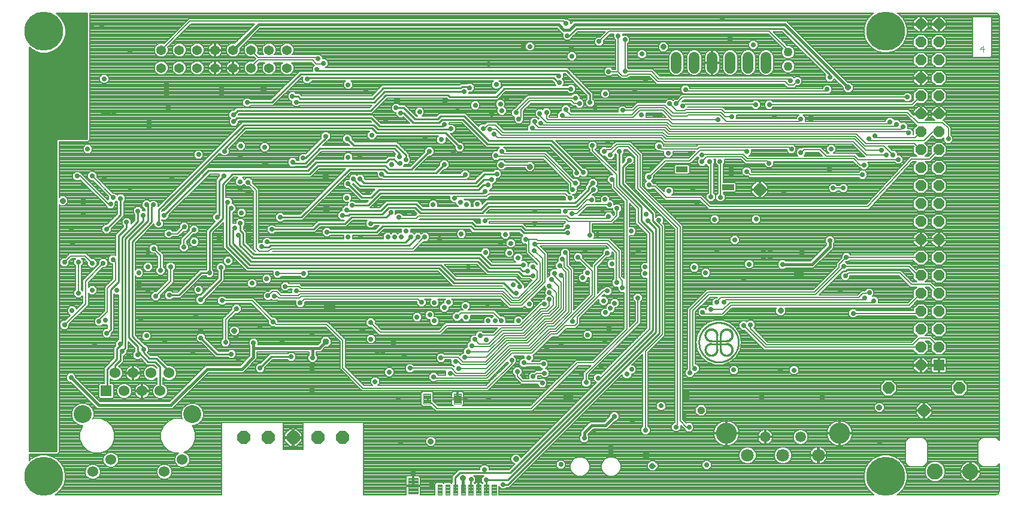
<source format=gbl>
G75*
%MOIN*%
%OFA0B0*%
%FSLAX25Y25*%
%IPPOS*%
%LPD*%
%AMOC8*
5,1,8,0,0,1.08239X$1,22.5*
%
%ADD10C,0.00400*%
%ADD11C,0.01000*%
%ADD12C,0.00100*%
%ADD13OC8,0.06496*%
%ADD14R,0.05906X0.05906*%
%ADD15OC8,0.05906*%
%ADD16C,0.05400*%
%ADD17OC8,0.07087*%
%ADD18C,0.07087*%
%ADD19C,0.05906*%
%ADD20C,0.11661*%
%ADD21C,0.00413*%
%ADD22C,0.00400*%
%ADD23C,0.00390*%
%ADD24C,0.06000*%
%ADD25R,0.06000X0.06000*%
%ADD26C,0.10000*%
%ADD27C,0.08858*%
%ADD28C,0.05906*%
%ADD29C,0.05000*%
%ADD30C,0.21654*%
%ADD31OC8,0.02781*%
%ADD32R,0.02781X0.02781*%
%ADD33R,0.03175X0.03175*%
%ADD34OC8,0.03175*%
%ADD35C,0.00800*%
%ADD36C,0.01600*%
%ADD37C,0.00600*%
%ADD38OC8,0.03962*%
%ADD39OC8,0.03569*%
D10*
X0561190Y0406680D02*
X0563592Y0406680D01*
X0562991Y0404879D02*
X0562991Y0408482D01*
X0561190Y0406680D01*
D11*
X0477619Y0392399D02*
X0477619Y0390999D01*
X0477619Y0392399D02*
X0451869Y0418149D01*
X0336619Y0418149D01*
X0332569Y0414099D01*
X0331519Y0414099D01*
X0330969Y0394599D02*
X0344219Y0381349D01*
X0344219Y0376849D01*
X0333519Y0384449D02*
X0333419Y0384549D01*
X0296369Y0384549D01*
X0291969Y0380149D01*
X0265969Y0380149D01*
X0265469Y0380649D01*
X0265419Y0380649D01*
X0265169Y0380899D01*
X0230569Y0380899D01*
X0222069Y0372399D01*
X0148119Y0372399D01*
X0145719Y0369999D01*
X0147919Y0368299D02*
X0145919Y0366299D01*
X0147919Y0368299D02*
X0222519Y0368299D01*
X0227019Y0363799D01*
X0262219Y0363799D01*
X0263069Y0364649D01*
X0261919Y0367449D02*
X0273419Y0367449D01*
X0287119Y0353749D01*
X0322069Y0353749D01*
X0336919Y0338899D01*
X0336919Y0337599D01*
X0340519Y0337849D02*
X0322719Y0355649D01*
X0287769Y0355649D01*
X0276219Y0367199D01*
X0276219Y0367249D01*
X0274119Y0369349D01*
X0261119Y0369349D01*
X0259369Y0367599D01*
X0246669Y0367599D01*
X0240419Y0373849D01*
X0236219Y0373849D01*
X0238669Y0371049D02*
X0240519Y0371049D01*
X0245869Y0365699D01*
X0260169Y0365699D01*
X0261919Y0367449D01*
X0266719Y0362249D02*
X0266369Y0361899D01*
X0226219Y0361899D01*
X0223669Y0364449D01*
X0151369Y0364449D01*
X0107469Y0320549D01*
X0106969Y0320049D01*
X0104169Y0317249D01*
X0104169Y0309499D01*
X0100169Y0310249D02*
X0089319Y0299399D01*
X0089319Y0246599D01*
X0095869Y0240049D01*
X0095869Y0239399D01*
X0095669Y0239199D01*
X0095669Y0237599D01*
X0098869Y0234399D01*
X0102669Y0234399D01*
X0109829Y0227239D01*
X0109829Y0226217D01*
X0104829Y0229639D02*
X0102019Y0232449D01*
X0098219Y0232449D01*
X0093394Y0237274D01*
X0093394Y0237224D01*
X0092369Y0236199D01*
X0093394Y0237274D02*
X0092419Y0238249D01*
X0092419Y0240849D01*
X0087419Y0245849D01*
X0087419Y0300199D01*
X0098219Y0310999D01*
X0098219Y0319149D01*
X0097369Y0319999D01*
X0100169Y0318999D02*
X0101069Y0319899D01*
X0100169Y0318999D02*
X0100169Y0310249D01*
X0095369Y0310849D02*
X0085519Y0300999D01*
X0085519Y0240199D01*
X0083669Y0238349D01*
X0082619Y0237299D01*
X0082619Y0233199D01*
X0079829Y0230409D01*
X0079829Y0226217D01*
X0075319Y0228449D02*
X0075319Y0216707D01*
X0074829Y0216217D01*
X0075319Y0228449D02*
X0080819Y0233949D01*
X0080819Y0239749D01*
X0082738Y0241668D01*
X0082738Y0242268D01*
X0083619Y0243149D01*
X0083619Y0301799D01*
X0092569Y0310749D01*
X0092569Y0316449D01*
X0095369Y0314049D02*
X0095369Y0310849D01*
X0086219Y0310199D02*
X0086219Y0307099D01*
X0081719Y0302599D01*
X0081719Y0277149D01*
X0077269Y0272699D01*
X0077269Y0250399D01*
X0075219Y0248349D01*
X0047069Y0248659D02*
X0032050Y0248659D01*
X0032050Y0247661D02*
X0047069Y0247661D01*
X0047069Y0246662D02*
X0032050Y0246662D01*
X0032050Y0245664D02*
X0047069Y0245664D01*
X0047069Y0244665D02*
X0032050Y0244665D01*
X0032050Y0243667D02*
X0047069Y0243667D01*
X0047069Y0242668D02*
X0032050Y0242668D01*
X0032050Y0241670D02*
X0047069Y0241670D01*
X0047069Y0240671D02*
X0032050Y0240671D01*
X0032050Y0239673D02*
X0047069Y0239673D01*
X0047069Y0238674D02*
X0032050Y0238674D01*
X0032050Y0237676D02*
X0047069Y0237676D01*
X0047069Y0236677D02*
X0032050Y0236677D01*
X0032050Y0235679D02*
X0047069Y0235679D01*
X0047069Y0234680D02*
X0032050Y0234680D01*
X0032050Y0233682D02*
X0047069Y0233682D01*
X0047069Y0232683D02*
X0032050Y0232683D01*
X0032050Y0231685D02*
X0047069Y0231685D01*
X0047069Y0230686D02*
X0032050Y0230686D01*
X0032050Y0229688D02*
X0047069Y0229688D01*
X0047069Y0228689D02*
X0032050Y0228689D01*
X0032050Y0227691D02*
X0047069Y0227691D01*
X0047069Y0226692D02*
X0032050Y0226692D01*
X0032050Y0225694D02*
X0047069Y0225694D01*
X0047069Y0224695D02*
X0032050Y0224695D01*
X0032050Y0223696D02*
X0047069Y0223696D01*
X0047069Y0222698D02*
X0032050Y0222698D01*
X0032050Y0221699D02*
X0047069Y0221699D01*
X0047069Y0220701D02*
X0032050Y0220701D01*
X0032050Y0219702D02*
X0047069Y0219702D01*
X0047069Y0218704D02*
X0032050Y0218704D01*
X0032050Y0217705D02*
X0047069Y0217705D01*
X0047069Y0216707D02*
X0032050Y0216707D01*
X0032050Y0215708D02*
X0047069Y0215708D01*
X0047069Y0214710D02*
X0032050Y0214710D01*
X0032050Y0213711D02*
X0047069Y0213711D01*
X0047069Y0212713D02*
X0032050Y0212713D01*
X0032050Y0211714D02*
X0047069Y0211714D01*
X0047069Y0210716D02*
X0032050Y0210716D01*
X0032050Y0209717D02*
X0047069Y0209717D01*
X0047069Y0208719D02*
X0032050Y0208719D01*
X0032050Y0207720D02*
X0047069Y0207720D01*
X0047069Y0206722D02*
X0032050Y0206722D01*
X0032050Y0205723D02*
X0047069Y0205723D01*
X0047069Y0204725D02*
X0032050Y0204725D01*
X0032050Y0203726D02*
X0047069Y0203726D01*
X0047069Y0202728D02*
X0032050Y0202728D01*
X0032050Y0201729D02*
X0047069Y0201729D01*
X0047069Y0200731D02*
X0032050Y0200731D01*
X0032050Y0199732D02*
X0047069Y0199732D01*
X0047069Y0198734D02*
X0032050Y0198734D01*
X0032050Y0197735D02*
X0047069Y0197735D01*
X0047069Y0196737D02*
X0032050Y0196737D01*
X0032050Y0195738D02*
X0047069Y0195738D01*
X0047069Y0194740D02*
X0032050Y0194740D01*
X0032050Y0193741D02*
X0047069Y0193741D01*
X0047069Y0192743D02*
X0032050Y0192743D01*
X0032050Y0191744D02*
X0047069Y0191744D01*
X0047069Y0190746D02*
X0032050Y0190746D01*
X0032050Y0189747D02*
X0047069Y0189747D01*
X0047069Y0188749D02*
X0032050Y0188749D01*
X0032050Y0187750D02*
X0047069Y0187750D01*
X0047069Y0186752D02*
X0032050Y0186752D01*
X0032050Y0185753D02*
X0047069Y0185753D01*
X0047069Y0184755D02*
X0032050Y0184755D01*
X0032050Y0183756D02*
X0047069Y0183756D01*
X0047069Y0182799D02*
X0032050Y0182799D01*
X0032050Y0407575D01*
X0032718Y0406906D01*
X0035483Y0405310D01*
X0038567Y0404483D01*
X0041760Y0404483D01*
X0044845Y0405310D01*
X0047610Y0406906D01*
X0049868Y0409164D01*
X0051464Y0411929D01*
X0052291Y0415014D01*
X0052291Y0418207D01*
X0051464Y0421291D01*
X0049868Y0424056D01*
X0047610Y0426314D01*
X0046954Y0426693D01*
X0064069Y0426693D01*
X0064069Y0420669D01*
X0064029Y0420628D01*
X0064029Y0416770D01*
X0064069Y0416730D01*
X0064069Y0356799D01*
X0047069Y0356799D01*
X0047069Y0182799D01*
X0104829Y0216217D02*
X0104829Y0229639D01*
X0127569Y0245799D02*
X0136569Y0236799D01*
X0144569Y0236799D01*
X0160519Y0228999D02*
X0166769Y0235249D01*
X0177869Y0235249D01*
X0138819Y0278399D02*
X0127369Y0266949D01*
X0115419Y0269549D02*
X0127769Y0281899D01*
X0132319Y0281899D01*
X0132319Y0304899D01*
X0139719Y0312299D01*
X0139719Y0331449D01*
X0145219Y0336949D01*
X0188019Y0336949D01*
X0192719Y0341649D01*
X0230219Y0341649D01*
X0232269Y0339599D01*
X0244719Y0339599D01*
X0254769Y0349649D01*
X0263169Y0342349D02*
X0258519Y0337699D01*
X0231469Y0337699D01*
X0229419Y0339749D01*
X0210269Y0339749D01*
X0183519Y0312999D01*
X0171669Y0312999D01*
X0167169Y0306249D02*
X0190319Y0306249D01*
X0193519Y0309449D01*
X0207869Y0309449D01*
X0211319Y0312899D01*
X0230619Y0312899D01*
X0233319Y0315599D01*
X0232119Y0318399D02*
X0246669Y0318399D01*
X0249669Y0315399D01*
X0284119Y0315399D01*
X0287719Y0318999D01*
X0336569Y0318999D01*
X0346019Y0328449D01*
X0343319Y0328349D02*
X0343319Y0329599D01*
X0345769Y0332049D01*
X0343319Y0328349D02*
X0335819Y0320849D01*
X0287019Y0320849D01*
X0283469Y0317299D01*
X0250469Y0317299D01*
X0247469Y0320299D01*
X0231319Y0320299D01*
X0227719Y0316699D01*
X0209169Y0316699D01*
X0208819Y0317049D01*
X0210519Y0314799D02*
X0228519Y0314799D01*
X0232119Y0318399D01*
X0227519Y0326449D02*
X0220619Y0319549D01*
X0211819Y0319549D01*
X0210519Y0314799D02*
X0209769Y0314049D01*
X0206419Y0314049D01*
X0197719Y0304749D02*
X0225419Y0304749D01*
X0228819Y0308149D01*
X0277669Y0308149D01*
X0279619Y0306199D01*
X0305469Y0306199D01*
X0307469Y0304199D01*
X0331719Y0304199D01*
X0329519Y0306049D02*
X0331269Y0307799D01*
X0331719Y0307799D01*
X0329519Y0306049D02*
X0308219Y0306049D01*
X0306169Y0308099D01*
X0280419Y0308099D01*
X0278469Y0310049D01*
X0222769Y0310049D01*
X0222173Y0309453D01*
X0222319Y0323949D02*
X0217169Y0323949D01*
X0209569Y0331549D01*
X0212569Y0334049D02*
X0212569Y0334349D01*
X0212569Y0334049D02*
X0216369Y0330249D01*
X0281319Y0330249D01*
X0285169Y0334099D01*
X0289519Y0334099D01*
X0287569Y0330899D02*
X0284669Y0330899D01*
X0282119Y0328349D01*
X0226719Y0328349D01*
X0222319Y0323949D01*
X0227519Y0326449D02*
X0284669Y0326449D01*
X0285719Y0327499D01*
X0280469Y0332149D02*
X0218469Y0332149D01*
X0216219Y0334399D01*
X0228219Y0336949D02*
X0229369Y0335799D01*
X0273769Y0335799D01*
X0274669Y0336699D01*
X0280469Y0332149D02*
X0285419Y0337099D01*
X0292319Y0337099D01*
X0271619Y0352049D02*
X0263669Y0359999D01*
X0225419Y0359999D01*
X0222869Y0362549D01*
X0152169Y0362549D01*
X0140669Y0351049D01*
X0140669Y0349799D01*
X0140369Y0336099D02*
X0137669Y0333399D01*
X0137669Y0314049D01*
X0136719Y0313099D01*
X0143569Y0317149D02*
X0143569Y0297549D01*
X0154619Y0286499D01*
X0261019Y0286499D01*
X0269169Y0278349D01*
X0302469Y0278349D01*
X0305069Y0275749D01*
X0305069Y0274199D01*
X0303219Y0270699D02*
X0301869Y0270699D01*
X0296119Y0276449D01*
X0268369Y0276449D01*
X0260219Y0284599D01*
X0153769Y0284599D01*
X0141669Y0296699D01*
X0141669Y0320599D01*
X0142569Y0321499D01*
X0144469Y0318049D02*
X0143569Y0317149D01*
X0149569Y0309799D02*
X0149569Y0305649D01*
X0151119Y0304099D01*
X0151119Y0298149D01*
X0157069Y0292199D01*
X0283219Y0292199D01*
X0289069Y0286349D01*
X0307069Y0286349D01*
X0305069Y0284549D02*
X0288119Y0284549D01*
X0282369Y0290299D01*
X0156269Y0290299D01*
X0149219Y0297349D01*
X0149219Y0301999D01*
X0148319Y0302899D01*
X0145519Y0306099D02*
X0145519Y0298349D01*
X0155469Y0288399D01*
X0281669Y0288399D01*
X0287369Y0282699D01*
X0304319Y0282699D01*
X0306769Y0280249D01*
X0312169Y0280249D01*
X0309319Y0283149D02*
X0306469Y0283149D01*
X0305069Y0284549D01*
X0248269Y0301999D02*
X0243519Y0297249D01*
X0166319Y0297249D01*
X0165369Y0296299D01*
X0161769Y0296299D01*
X0161519Y0296549D01*
X0164369Y0299249D02*
X0164469Y0299149D01*
X0241419Y0299149D01*
X0244269Y0301999D01*
X0238319Y0342999D02*
X0237169Y0342999D01*
X0234969Y0345199D01*
X0232569Y0345199D01*
X0230919Y0343549D01*
X0191869Y0343549D01*
X0187169Y0338849D01*
X0131919Y0338849D01*
X0107069Y0313999D01*
X0082919Y0314249D02*
X0075069Y0306399D01*
X0082919Y0314249D02*
X0082919Y0323449D01*
X0047069Y0323548D02*
X0032050Y0323548D01*
X0032050Y0324546D02*
X0047069Y0324546D01*
X0047069Y0325545D02*
X0032050Y0325545D01*
X0032050Y0326543D02*
X0047069Y0326543D01*
X0047069Y0327542D02*
X0032050Y0327542D01*
X0032050Y0328540D02*
X0047069Y0328540D01*
X0047069Y0329539D02*
X0032050Y0329539D01*
X0032050Y0330537D02*
X0047069Y0330537D01*
X0047069Y0331536D02*
X0032050Y0331536D01*
X0032050Y0332534D02*
X0047069Y0332534D01*
X0047069Y0333533D02*
X0032050Y0333533D01*
X0032050Y0334531D02*
X0047069Y0334531D01*
X0047069Y0335530D02*
X0032050Y0335530D01*
X0032050Y0336528D02*
X0047069Y0336528D01*
X0047069Y0337527D02*
X0032050Y0337527D01*
X0032050Y0338525D02*
X0047069Y0338525D01*
X0047069Y0339524D02*
X0032050Y0339524D01*
X0032050Y0340522D02*
X0047069Y0340522D01*
X0047069Y0341521D02*
X0032050Y0341521D01*
X0032050Y0342519D02*
X0047069Y0342519D01*
X0047069Y0343518D02*
X0032050Y0343518D01*
X0032050Y0344516D02*
X0047069Y0344516D01*
X0047069Y0345515D02*
X0032050Y0345515D01*
X0032050Y0346513D02*
X0047069Y0346513D01*
X0047069Y0347512D02*
X0032050Y0347512D01*
X0032050Y0348510D02*
X0047069Y0348510D01*
X0047069Y0349509D02*
X0032050Y0349509D01*
X0032050Y0350507D02*
X0047069Y0350507D01*
X0047069Y0351506D02*
X0032050Y0351506D01*
X0032050Y0352504D02*
X0047069Y0352504D01*
X0047069Y0353503D02*
X0032050Y0353503D01*
X0032050Y0354501D02*
X0047069Y0354501D01*
X0047069Y0355500D02*
X0032050Y0355500D01*
X0032050Y0356498D02*
X0047069Y0356498D01*
X0032050Y0357497D02*
X0064069Y0357497D01*
X0064069Y0358496D02*
X0032050Y0358496D01*
X0032050Y0359494D02*
X0064069Y0359494D01*
X0064069Y0360493D02*
X0032050Y0360493D01*
X0032050Y0361491D02*
X0064069Y0361491D01*
X0064069Y0362490D02*
X0032050Y0362490D01*
X0032050Y0363488D02*
X0064069Y0363488D01*
X0064069Y0364487D02*
X0032050Y0364487D01*
X0032050Y0365485D02*
X0064069Y0365485D01*
X0064069Y0366484D02*
X0032050Y0366484D01*
X0032050Y0367482D02*
X0064069Y0367482D01*
X0064069Y0368481D02*
X0032050Y0368481D01*
X0032050Y0369479D02*
X0064069Y0369479D01*
X0064069Y0370478D02*
X0032050Y0370478D01*
X0032050Y0371476D02*
X0064069Y0371476D01*
X0064069Y0372475D02*
X0032050Y0372475D01*
X0032050Y0373473D02*
X0064069Y0373473D01*
X0064069Y0374472D02*
X0032050Y0374472D01*
X0032050Y0375470D02*
X0064069Y0375470D01*
X0064069Y0376469D02*
X0032050Y0376469D01*
X0032050Y0377467D02*
X0064069Y0377467D01*
X0064069Y0378466D02*
X0032050Y0378466D01*
X0032050Y0379464D02*
X0064069Y0379464D01*
X0064069Y0380463D02*
X0032050Y0380463D01*
X0032050Y0381461D02*
X0064069Y0381461D01*
X0064069Y0382460D02*
X0032050Y0382460D01*
X0032050Y0383458D02*
X0064069Y0383458D01*
X0064069Y0384457D02*
X0032050Y0384457D01*
X0032050Y0385455D02*
X0064069Y0385455D01*
X0064069Y0386454D02*
X0032050Y0386454D01*
X0032050Y0387452D02*
X0064069Y0387452D01*
X0064069Y0388451D02*
X0032050Y0388451D01*
X0032050Y0389449D02*
X0064069Y0389449D01*
X0064069Y0390448D02*
X0032050Y0390448D01*
X0032050Y0391446D02*
X0064069Y0391446D01*
X0064069Y0392445D02*
X0032050Y0392445D01*
X0032050Y0393443D02*
X0064069Y0393443D01*
X0064069Y0394442D02*
X0032050Y0394442D01*
X0032050Y0395440D02*
X0064069Y0395440D01*
X0064069Y0396439D02*
X0032050Y0396439D01*
X0032050Y0397437D02*
X0064069Y0397437D01*
X0064069Y0398436D02*
X0032050Y0398436D01*
X0032050Y0399434D02*
X0064069Y0399434D01*
X0064069Y0400433D02*
X0032050Y0400433D01*
X0032050Y0401432D02*
X0064069Y0401432D01*
X0064069Y0402430D02*
X0032050Y0402430D01*
X0032050Y0403429D02*
X0064069Y0403429D01*
X0064069Y0404427D02*
X0032050Y0404427D01*
X0032050Y0405426D02*
X0035283Y0405426D01*
X0033553Y0406424D02*
X0032050Y0406424D01*
X0032050Y0407423D02*
X0032202Y0407423D01*
X0045045Y0405426D02*
X0064069Y0405426D01*
X0064069Y0406424D02*
X0046774Y0406424D01*
X0048126Y0407423D02*
X0064069Y0407423D01*
X0064069Y0408421D02*
X0049125Y0408421D01*
X0050015Y0409420D02*
X0064069Y0409420D01*
X0064069Y0410418D02*
X0050592Y0410418D01*
X0051168Y0411417D02*
X0064069Y0411417D01*
X0064069Y0412415D02*
X0051594Y0412415D01*
X0051862Y0413414D02*
X0064069Y0413414D01*
X0064069Y0414412D02*
X0052129Y0414412D01*
X0052291Y0415411D02*
X0064069Y0415411D01*
X0064069Y0416409D02*
X0052291Y0416409D01*
X0052291Y0417408D02*
X0064029Y0417408D01*
X0064029Y0418406D02*
X0052237Y0418406D01*
X0051970Y0419405D02*
X0064029Y0419405D01*
X0064029Y0420403D02*
X0051702Y0420403D01*
X0051400Y0421402D02*
X0064069Y0421402D01*
X0064069Y0422400D02*
X0050824Y0422400D01*
X0050247Y0423399D02*
X0064069Y0423399D01*
X0064069Y0424397D02*
X0049527Y0424397D01*
X0048528Y0425396D02*
X0064069Y0425396D01*
X0064069Y0426394D02*
X0047471Y0426394D01*
X0153469Y0376899D02*
X0167169Y0376899D01*
X0182969Y0392699D01*
X0325869Y0392699D01*
X0326869Y0391699D01*
X0323919Y0390699D02*
X0326669Y0387949D01*
X0327119Y0387949D01*
X0323919Y0390699D02*
X0187669Y0390699D01*
X0186819Y0389849D01*
X0192219Y0395449D02*
X0193069Y0394599D01*
X0330969Y0394599D01*
X0277219Y0385149D02*
X0276619Y0385749D01*
X0272969Y0385749D01*
X0272119Y0384899D01*
X0229169Y0384899D01*
X0223319Y0379049D01*
X0182869Y0379049D01*
X0181619Y0380299D01*
X0178569Y0380299D01*
X0180819Y0377149D02*
X0224119Y0377149D01*
X0229919Y0382949D01*
X0274119Y0382949D01*
X0241619Y0347599D02*
X0236069Y0353149D01*
X0212669Y0353149D01*
X0209069Y0356749D01*
X0197119Y0357149D02*
X0197119Y0358149D01*
X0197119Y0357149D02*
X0185819Y0345849D01*
X0184519Y0345849D01*
X0185769Y0343099D02*
X0179166Y0343099D01*
X0178618Y0343648D01*
X0185769Y0343099D02*
X0193919Y0351249D01*
X0235269Y0351249D01*
X0238069Y0348449D01*
X0238069Y0346699D01*
X0241619Y0347599D02*
X0241619Y0344999D01*
X0146469Y0307049D02*
X0145519Y0306099D01*
X0138819Y0284949D02*
X0138819Y0278399D01*
X0115419Y0269549D02*
X0109969Y0269549D01*
X0047069Y0269628D02*
X0032050Y0269628D01*
X0032050Y0268630D02*
X0047069Y0268630D01*
X0047069Y0267631D02*
X0032050Y0267631D01*
X0032050Y0266632D02*
X0047069Y0266632D01*
X0047069Y0265634D02*
X0032050Y0265634D01*
X0032050Y0264635D02*
X0047069Y0264635D01*
X0047069Y0263637D02*
X0032050Y0263637D01*
X0032050Y0262638D02*
X0047069Y0262638D01*
X0047069Y0261640D02*
X0032050Y0261640D01*
X0032050Y0260641D02*
X0047069Y0260641D01*
X0047069Y0259643D02*
X0032050Y0259643D01*
X0032050Y0258644D02*
X0047069Y0258644D01*
X0047069Y0257646D02*
X0032050Y0257646D01*
X0032050Y0256647D02*
X0047069Y0256647D01*
X0047069Y0255649D02*
X0032050Y0255649D01*
X0032050Y0254650D02*
X0047069Y0254650D01*
X0047069Y0253652D02*
X0032050Y0253652D01*
X0032050Y0252653D02*
X0047069Y0252653D01*
X0047069Y0251655D02*
X0032050Y0251655D01*
X0032050Y0250656D02*
X0047069Y0250656D01*
X0047069Y0249658D02*
X0032050Y0249658D01*
X0032050Y0270627D02*
X0047069Y0270627D01*
X0047069Y0271625D02*
X0032050Y0271625D01*
X0032050Y0272624D02*
X0047069Y0272624D01*
X0047069Y0273622D02*
X0032050Y0273622D01*
X0032050Y0274621D02*
X0047069Y0274621D01*
X0047069Y0275619D02*
X0032050Y0275619D01*
X0032050Y0276618D02*
X0047069Y0276618D01*
X0047069Y0277616D02*
X0032050Y0277616D01*
X0032050Y0278615D02*
X0047069Y0278615D01*
X0047069Y0279613D02*
X0032050Y0279613D01*
X0032050Y0280612D02*
X0047069Y0280612D01*
X0047069Y0281610D02*
X0032050Y0281610D01*
X0032050Y0282609D02*
X0047069Y0282609D01*
X0047069Y0283607D02*
X0032050Y0283607D01*
X0032050Y0284606D02*
X0047069Y0284606D01*
X0047069Y0285604D02*
X0032050Y0285604D01*
X0032050Y0286603D02*
X0047069Y0286603D01*
X0047069Y0287601D02*
X0032050Y0287601D01*
X0032050Y0288600D02*
X0047069Y0288600D01*
X0047069Y0289598D02*
X0032050Y0289598D01*
X0032050Y0290597D02*
X0047069Y0290597D01*
X0047069Y0291595D02*
X0032050Y0291595D01*
X0032050Y0292594D02*
X0047069Y0292594D01*
X0047069Y0293592D02*
X0032050Y0293592D01*
X0032050Y0294591D02*
X0047069Y0294591D01*
X0047069Y0295589D02*
X0032050Y0295589D01*
X0032050Y0296588D02*
X0047069Y0296588D01*
X0047069Y0297586D02*
X0032050Y0297586D01*
X0032050Y0298585D02*
X0047069Y0298585D01*
X0047069Y0299583D02*
X0032050Y0299583D01*
X0032050Y0300582D02*
X0047069Y0300582D01*
X0047069Y0301580D02*
X0032050Y0301580D01*
X0032050Y0302579D02*
X0047069Y0302579D01*
X0047069Y0303577D02*
X0032050Y0303577D01*
X0032050Y0304576D02*
X0047069Y0304576D01*
X0047069Y0305574D02*
X0032050Y0305574D01*
X0032050Y0306573D02*
X0047069Y0306573D01*
X0047069Y0307571D02*
X0032050Y0307571D01*
X0032050Y0308570D02*
X0047069Y0308570D01*
X0047069Y0309568D02*
X0032050Y0309568D01*
X0032050Y0310567D02*
X0047069Y0310567D01*
X0047069Y0311565D02*
X0032050Y0311565D01*
X0032050Y0312564D02*
X0047069Y0312564D01*
X0047069Y0313563D02*
X0032050Y0313563D01*
X0032050Y0314561D02*
X0047069Y0314561D01*
X0047069Y0315560D02*
X0032050Y0315560D01*
X0032050Y0316558D02*
X0047069Y0316558D01*
X0047069Y0317557D02*
X0032050Y0317557D01*
X0032050Y0318555D02*
X0047069Y0318555D01*
X0047069Y0319554D02*
X0032050Y0319554D01*
X0032050Y0320552D02*
X0047069Y0320552D01*
X0047069Y0321551D02*
X0032050Y0321551D01*
X0032050Y0322549D02*
X0047069Y0322549D01*
X0245676Y0170106D02*
X0245869Y0170299D01*
X0245676Y0170106D02*
X0245676Y0163303D01*
X0269101Y0161098D02*
X0269101Y0167981D01*
X0271819Y0170699D01*
X0285469Y0170699D01*
X0285469Y0172449D01*
X0285469Y0170699D02*
X0299819Y0170699D01*
X0379019Y0249899D01*
X0379019Y0304599D01*
X0372669Y0310949D01*
X0372669Y0318799D01*
X0360569Y0330899D01*
X0360569Y0349649D01*
X0366169Y0344799D02*
X0362369Y0340999D01*
X0362369Y0331649D01*
X0379019Y0314999D01*
X0379019Y0310999D01*
X0382719Y0307299D01*
X0382719Y0248399D01*
X0298419Y0164099D01*
X0295819Y0164099D01*
X0298519Y0166799D02*
X0286569Y0166799D01*
X0286369Y0166599D01*
X0286369Y0162334D01*
X0286424Y0161098D01*
X0282093Y0161098D02*
X0282093Y0166423D01*
X0282119Y0166449D01*
X0277969Y0166849D02*
X0277762Y0166642D01*
X0277762Y0161098D01*
X0298519Y0166799D02*
X0380819Y0249099D01*
X0380819Y0306649D01*
X0376319Y0311149D01*
X0414863Y0247226D02*
X0414863Y0239352D01*
X0416831Y0239352D02*
X0416831Y0247226D01*
X0404847Y0243289D02*
X0404850Y0243559D01*
X0404860Y0243829D01*
X0404877Y0244098D01*
X0404900Y0244367D01*
X0404930Y0244636D01*
X0404966Y0244903D01*
X0405009Y0245170D01*
X0405058Y0245435D01*
X0405114Y0245699D01*
X0405177Y0245962D01*
X0405245Y0246223D01*
X0405321Y0246482D01*
X0405402Y0246739D01*
X0405490Y0246995D01*
X0405584Y0247248D01*
X0405684Y0247499D01*
X0405791Y0247747D01*
X0405903Y0247992D01*
X0406022Y0248235D01*
X0406146Y0248474D01*
X0406276Y0248711D01*
X0406412Y0248944D01*
X0406554Y0249174D01*
X0406701Y0249400D01*
X0406854Y0249623D01*
X0407012Y0249842D01*
X0407175Y0250057D01*
X0407344Y0250267D01*
X0407518Y0250474D01*
X0407697Y0250676D01*
X0407880Y0250874D01*
X0408069Y0251067D01*
X0408262Y0251256D01*
X0408460Y0251439D01*
X0408662Y0251618D01*
X0408869Y0251792D01*
X0409079Y0251961D01*
X0409294Y0252124D01*
X0409513Y0252282D01*
X0409736Y0252435D01*
X0409962Y0252582D01*
X0410192Y0252724D01*
X0410425Y0252860D01*
X0410662Y0252990D01*
X0410901Y0253114D01*
X0411144Y0253233D01*
X0411389Y0253345D01*
X0411637Y0253452D01*
X0411888Y0253552D01*
X0412141Y0253646D01*
X0412397Y0253734D01*
X0412654Y0253815D01*
X0412913Y0253891D01*
X0413174Y0253959D01*
X0413437Y0254022D01*
X0413701Y0254078D01*
X0413966Y0254127D01*
X0414233Y0254170D01*
X0414500Y0254206D01*
X0414769Y0254236D01*
X0415038Y0254259D01*
X0415307Y0254276D01*
X0415577Y0254286D01*
X0415847Y0254289D01*
X0416117Y0254286D01*
X0416387Y0254276D01*
X0416656Y0254259D01*
X0416925Y0254236D01*
X0417194Y0254206D01*
X0417461Y0254170D01*
X0417728Y0254127D01*
X0417993Y0254078D01*
X0418257Y0254022D01*
X0418520Y0253959D01*
X0418781Y0253891D01*
X0419040Y0253815D01*
X0419297Y0253734D01*
X0419553Y0253646D01*
X0419806Y0253552D01*
X0420057Y0253452D01*
X0420305Y0253345D01*
X0420550Y0253233D01*
X0420793Y0253114D01*
X0421032Y0252990D01*
X0421269Y0252860D01*
X0421502Y0252724D01*
X0421732Y0252582D01*
X0421958Y0252435D01*
X0422181Y0252282D01*
X0422400Y0252124D01*
X0422615Y0251961D01*
X0422825Y0251792D01*
X0423032Y0251618D01*
X0423234Y0251439D01*
X0423432Y0251256D01*
X0423625Y0251067D01*
X0423814Y0250874D01*
X0423997Y0250676D01*
X0424176Y0250474D01*
X0424350Y0250267D01*
X0424519Y0250057D01*
X0424682Y0249842D01*
X0424840Y0249623D01*
X0424993Y0249400D01*
X0425140Y0249174D01*
X0425282Y0248944D01*
X0425418Y0248711D01*
X0425548Y0248474D01*
X0425672Y0248235D01*
X0425791Y0247992D01*
X0425903Y0247747D01*
X0426010Y0247499D01*
X0426110Y0247248D01*
X0426204Y0246995D01*
X0426292Y0246739D01*
X0426373Y0246482D01*
X0426449Y0246223D01*
X0426517Y0245962D01*
X0426580Y0245699D01*
X0426636Y0245435D01*
X0426685Y0245170D01*
X0426728Y0244903D01*
X0426764Y0244636D01*
X0426794Y0244367D01*
X0426817Y0244098D01*
X0426834Y0243829D01*
X0426844Y0243559D01*
X0426847Y0243289D01*
X0426844Y0243019D01*
X0426834Y0242749D01*
X0426817Y0242480D01*
X0426794Y0242211D01*
X0426764Y0241942D01*
X0426728Y0241675D01*
X0426685Y0241408D01*
X0426636Y0241143D01*
X0426580Y0240879D01*
X0426517Y0240616D01*
X0426449Y0240355D01*
X0426373Y0240096D01*
X0426292Y0239839D01*
X0426204Y0239583D01*
X0426110Y0239330D01*
X0426010Y0239079D01*
X0425903Y0238831D01*
X0425791Y0238586D01*
X0425672Y0238343D01*
X0425548Y0238104D01*
X0425418Y0237867D01*
X0425282Y0237634D01*
X0425140Y0237404D01*
X0424993Y0237178D01*
X0424840Y0236955D01*
X0424682Y0236736D01*
X0424519Y0236521D01*
X0424350Y0236311D01*
X0424176Y0236104D01*
X0423997Y0235902D01*
X0423814Y0235704D01*
X0423625Y0235511D01*
X0423432Y0235322D01*
X0423234Y0235139D01*
X0423032Y0234960D01*
X0422825Y0234786D01*
X0422615Y0234617D01*
X0422400Y0234454D01*
X0422181Y0234296D01*
X0421958Y0234143D01*
X0421732Y0233996D01*
X0421502Y0233854D01*
X0421269Y0233718D01*
X0421032Y0233588D01*
X0420793Y0233464D01*
X0420550Y0233345D01*
X0420305Y0233233D01*
X0420057Y0233126D01*
X0419806Y0233026D01*
X0419553Y0232932D01*
X0419297Y0232844D01*
X0419040Y0232763D01*
X0418781Y0232687D01*
X0418520Y0232619D01*
X0418257Y0232556D01*
X0417993Y0232500D01*
X0417728Y0232451D01*
X0417461Y0232408D01*
X0417194Y0232372D01*
X0416925Y0232342D01*
X0416656Y0232319D01*
X0416387Y0232302D01*
X0416117Y0232292D01*
X0415847Y0232289D01*
X0415577Y0232292D01*
X0415307Y0232302D01*
X0415038Y0232319D01*
X0414769Y0232342D01*
X0414500Y0232372D01*
X0414233Y0232408D01*
X0413966Y0232451D01*
X0413701Y0232500D01*
X0413437Y0232556D01*
X0413174Y0232619D01*
X0412913Y0232687D01*
X0412654Y0232763D01*
X0412397Y0232844D01*
X0412141Y0232932D01*
X0411888Y0233026D01*
X0411637Y0233126D01*
X0411389Y0233233D01*
X0411144Y0233345D01*
X0410901Y0233464D01*
X0410662Y0233588D01*
X0410425Y0233718D01*
X0410192Y0233854D01*
X0409962Y0233996D01*
X0409736Y0234143D01*
X0409513Y0234296D01*
X0409294Y0234454D01*
X0409079Y0234617D01*
X0408869Y0234786D01*
X0408662Y0234960D01*
X0408460Y0235139D01*
X0408262Y0235322D01*
X0408069Y0235511D01*
X0407880Y0235704D01*
X0407697Y0235902D01*
X0407518Y0236104D01*
X0407344Y0236311D01*
X0407175Y0236521D01*
X0407012Y0236736D01*
X0406854Y0236955D01*
X0406701Y0237178D01*
X0406554Y0237404D01*
X0406412Y0237634D01*
X0406276Y0237867D01*
X0406146Y0238104D01*
X0406022Y0238343D01*
X0405903Y0238586D01*
X0405791Y0238831D01*
X0405684Y0239079D01*
X0405584Y0239330D01*
X0405490Y0239583D01*
X0405402Y0239839D01*
X0405321Y0240096D01*
X0405245Y0240355D01*
X0405177Y0240616D01*
X0405114Y0240879D01*
X0405058Y0241143D01*
X0405009Y0241408D01*
X0404966Y0241675D01*
X0404930Y0241942D01*
X0404900Y0242211D01*
X0404877Y0242480D01*
X0404860Y0242749D01*
X0404850Y0243019D01*
X0404847Y0243289D01*
X0411713Y0244076D02*
X0419981Y0244076D01*
X0419981Y0242501D02*
X0411713Y0242501D01*
D12*
X0411677Y0242952D02*
X0411649Y0242052D01*
X0411650Y0242053D02*
X0411545Y0242052D01*
X0411439Y0242047D01*
X0411334Y0242039D01*
X0411230Y0242026D01*
X0411126Y0242010D01*
X0411023Y0241990D01*
X0410920Y0241965D01*
X0410819Y0241937D01*
X0410718Y0241906D01*
X0410619Y0241870D01*
X0410522Y0241831D01*
X0410426Y0241788D01*
X0410331Y0241741D01*
X0410239Y0241691D01*
X0410148Y0241638D01*
X0410059Y0241581D01*
X0409973Y0241521D01*
X0409889Y0241458D01*
X0409807Y0241391D01*
X0409728Y0241322D01*
X0409652Y0241249D01*
X0409578Y0241174D01*
X0409507Y0241096D01*
X0409439Y0241016D01*
X0409375Y0240933D01*
X0409313Y0240847D01*
X0409255Y0240759D01*
X0409200Y0240670D01*
X0409148Y0240578D01*
X0409100Y0240484D01*
X0409056Y0240389D01*
X0409015Y0240292D01*
X0408978Y0240193D01*
X0408944Y0240094D01*
X0408914Y0239993D01*
X0408889Y0239891D01*
X0408867Y0239788D01*
X0408848Y0239684D01*
X0408834Y0239580D01*
X0408824Y0239475D01*
X0408817Y0239370D01*
X0408815Y0239265D01*
X0408817Y0239159D01*
X0408822Y0239054D01*
X0408832Y0238949D01*
X0408845Y0238845D01*
X0408862Y0238741D01*
X0408883Y0238638D01*
X0408908Y0238536D01*
X0408937Y0238435D01*
X0408970Y0238334D01*
X0409006Y0238236D01*
X0409046Y0238138D01*
X0409090Y0238043D01*
X0409137Y0237949D01*
X0409188Y0237856D01*
X0409242Y0237766D01*
X0409300Y0237678D01*
X0409361Y0237592D01*
X0409425Y0237509D01*
X0409492Y0237427D01*
X0409562Y0237349D01*
X0409635Y0237273D01*
X0409711Y0237200D01*
X0409789Y0237130D01*
X0409871Y0237063D01*
X0409954Y0236999D01*
X0410040Y0236938D01*
X0410128Y0236880D01*
X0410218Y0236826D01*
X0410311Y0236775D01*
X0410405Y0236728D01*
X0410500Y0236684D01*
X0410598Y0236644D01*
X0410696Y0236608D01*
X0410797Y0236575D01*
X0410898Y0236546D01*
X0411000Y0236521D01*
X0411103Y0236500D01*
X0411207Y0236483D01*
X0411311Y0236470D01*
X0411416Y0236460D01*
X0411521Y0236455D01*
X0411627Y0236453D01*
X0411732Y0236455D01*
X0411837Y0236462D01*
X0411942Y0236472D01*
X0412046Y0236486D01*
X0412150Y0236505D01*
X0412253Y0236527D01*
X0412355Y0236552D01*
X0412456Y0236582D01*
X0412555Y0236616D01*
X0412654Y0236653D01*
X0412751Y0236694D01*
X0412846Y0236738D01*
X0412940Y0236786D01*
X0413032Y0236838D01*
X0413121Y0236893D01*
X0413209Y0236951D01*
X0413295Y0237013D01*
X0413378Y0237077D01*
X0413458Y0237145D01*
X0413536Y0237216D01*
X0413611Y0237290D01*
X0413684Y0237366D01*
X0413753Y0237445D01*
X0413820Y0237527D01*
X0413883Y0237611D01*
X0413943Y0237697D01*
X0414000Y0237786D01*
X0414053Y0237877D01*
X0414103Y0237969D01*
X0414150Y0238064D01*
X0414193Y0238160D01*
X0414232Y0238257D01*
X0414268Y0238356D01*
X0414299Y0238457D01*
X0414327Y0238558D01*
X0414352Y0238661D01*
X0414372Y0238764D01*
X0414388Y0238868D01*
X0414401Y0238972D01*
X0414409Y0239077D01*
X0414414Y0239183D01*
X0414415Y0239288D01*
X0415314Y0239315D01*
X0415315Y0239195D01*
X0415311Y0239075D01*
X0415303Y0238955D01*
X0415291Y0238835D01*
X0415276Y0238716D01*
X0415256Y0238597D01*
X0415233Y0238479D01*
X0415206Y0238362D01*
X0415175Y0238245D01*
X0415141Y0238130D01*
X0415102Y0238016D01*
X0415060Y0237904D01*
X0415015Y0237792D01*
X0414965Y0237683D01*
X0414912Y0237575D01*
X0414856Y0237468D01*
X0414796Y0237364D01*
X0414733Y0237262D01*
X0414667Y0237161D01*
X0414597Y0237063D01*
X0414525Y0236967D01*
X0414449Y0236874D01*
X0414370Y0236783D01*
X0414288Y0236695D01*
X0414204Y0236609D01*
X0414116Y0236527D01*
X0414027Y0236447D01*
X0413934Y0236370D01*
X0413839Y0236296D01*
X0413742Y0236225D01*
X0413642Y0236158D01*
X0413541Y0236094D01*
X0413437Y0236033D01*
X0413331Y0235975D01*
X0413224Y0235921D01*
X0413115Y0235871D01*
X0413004Y0235824D01*
X0412892Y0235780D01*
X0412778Y0235741D01*
X0412663Y0235705D01*
X0412548Y0235672D01*
X0412431Y0235644D01*
X0412313Y0235619D01*
X0412195Y0235599D01*
X0412075Y0235582D01*
X0411956Y0235569D01*
X0411836Y0235560D01*
X0411716Y0235554D01*
X0411596Y0235553D01*
X0411475Y0235556D01*
X0411355Y0235562D01*
X0411235Y0235573D01*
X0411116Y0235587D01*
X0410997Y0235605D01*
X0410879Y0235627D01*
X0410761Y0235653D01*
X0410645Y0235682D01*
X0410529Y0235716D01*
X0410415Y0235753D01*
X0410302Y0235794D01*
X0410190Y0235838D01*
X0410080Y0235886D01*
X0409971Y0235938D01*
X0409864Y0235993D01*
X0409759Y0236052D01*
X0409656Y0236114D01*
X0409555Y0236179D01*
X0409457Y0236248D01*
X0409360Y0236320D01*
X0409266Y0236394D01*
X0409174Y0236472D01*
X0409085Y0236553D01*
X0408999Y0236637D01*
X0408915Y0236723D01*
X0408834Y0236812D01*
X0408756Y0236904D01*
X0408682Y0236998D01*
X0408610Y0237095D01*
X0408541Y0237193D01*
X0408476Y0237294D01*
X0408414Y0237397D01*
X0408355Y0237502D01*
X0408300Y0237609D01*
X0408248Y0237718D01*
X0408200Y0237828D01*
X0408156Y0237940D01*
X0408115Y0238053D01*
X0408078Y0238167D01*
X0408044Y0238283D01*
X0408015Y0238399D01*
X0407989Y0238517D01*
X0407967Y0238635D01*
X0407949Y0238754D01*
X0407935Y0238873D01*
X0407924Y0238993D01*
X0407918Y0239113D01*
X0407915Y0239234D01*
X0407916Y0239354D01*
X0407922Y0239474D01*
X0407931Y0239594D01*
X0407944Y0239713D01*
X0407961Y0239833D01*
X0407981Y0239951D01*
X0408006Y0240069D01*
X0408034Y0240186D01*
X0408067Y0240301D01*
X0408103Y0240416D01*
X0408142Y0240530D01*
X0408186Y0240642D01*
X0408233Y0240753D01*
X0408283Y0240862D01*
X0408337Y0240969D01*
X0408395Y0241075D01*
X0408456Y0241179D01*
X0408520Y0241280D01*
X0408587Y0241380D01*
X0408658Y0241477D01*
X0408732Y0241572D01*
X0408809Y0241665D01*
X0408889Y0241754D01*
X0408971Y0241842D01*
X0409057Y0241926D01*
X0409145Y0242008D01*
X0409236Y0242087D01*
X0409329Y0242163D01*
X0409425Y0242235D01*
X0409523Y0242305D01*
X0409624Y0242371D01*
X0409726Y0242434D01*
X0409830Y0242494D01*
X0409937Y0242550D01*
X0410045Y0242603D01*
X0410154Y0242653D01*
X0410266Y0242698D01*
X0410378Y0242740D01*
X0410492Y0242779D01*
X0410607Y0242813D01*
X0410724Y0242844D01*
X0410841Y0242871D01*
X0410959Y0242894D01*
X0411078Y0242914D01*
X0411197Y0242929D01*
X0411317Y0242941D01*
X0411437Y0242949D01*
X0411557Y0242953D01*
X0411677Y0242952D01*
X0411674Y0242859D01*
X0411555Y0242858D01*
X0411435Y0242855D01*
X0411316Y0242847D01*
X0411197Y0242835D01*
X0411078Y0242819D01*
X0410960Y0242799D01*
X0410843Y0242775D01*
X0410726Y0242748D01*
X0410611Y0242716D01*
X0410496Y0242681D01*
X0410383Y0242642D01*
X0410272Y0242599D01*
X0410161Y0242553D01*
X0410053Y0242503D01*
X0409946Y0242449D01*
X0409840Y0242392D01*
X0409737Y0242332D01*
X0409636Y0242268D01*
X0409537Y0242200D01*
X0409441Y0242130D01*
X0409346Y0242056D01*
X0409255Y0241979D01*
X0409165Y0241899D01*
X0409079Y0241817D01*
X0408995Y0241731D01*
X0408915Y0241643D01*
X0408837Y0241552D01*
X0408762Y0241458D01*
X0408690Y0241363D01*
X0408622Y0241264D01*
X0408557Y0241164D01*
X0408495Y0241061D01*
X0408437Y0240957D01*
X0408382Y0240851D01*
X0408331Y0240742D01*
X0408283Y0240633D01*
X0408239Y0240521D01*
X0408199Y0240409D01*
X0408163Y0240295D01*
X0408130Y0240180D01*
X0408101Y0240063D01*
X0408076Y0239946D01*
X0408055Y0239829D01*
X0408038Y0239710D01*
X0408025Y0239591D01*
X0408016Y0239472D01*
X0408010Y0239353D01*
X0408009Y0239233D01*
X0408012Y0239113D01*
X0408018Y0238994D01*
X0408029Y0238875D01*
X0408043Y0238756D01*
X0408062Y0238638D01*
X0408084Y0238520D01*
X0408111Y0238403D01*
X0408141Y0238288D01*
X0408175Y0238173D01*
X0408212Y0238059D01*
X0408254Y0237947D01*
X0408299Y0237836D01*
X0408348Y0237727D01*
X0408400Y0237619D01*
X0408456Y0237514D01*
X0408516Y0237410D01*
X0408579Y0237308D01*
X0408645Y0237208D01*
X0408714Y0237111D01*
X0408787Y0237016D01*
X0408863Y0236923D01*
X0408941Y0236833D01*
X0409023Y0236746D01*
X0409108Y0236661D01*
X0409195Y0236579D01*
X0409285Y0236501D01*
X0409378Y0236425D01*
X0409473Y0236352D01*
X0409570Y0236283D01*
X0409670Y0236217D01*
X0409772Y0236154D01*
X0409876Y0236094D01*
X0409981Y0236038D01*
X0410089Y0235986D01*
X0410198Y0235937D01*
X0410309Y0235892D01*
X0410421Y0235850D01*
X0410535Y0235813D01*
X0410650Y0235779D01*
X0410765Y0235749D01*
X0410882Y0235722D01*
X0411000Y0235700D01*
X0411118Y0235681D01*
X0411237Y0235667D01*
X0411356Y0235656D01*
X0411475Y0235650D01*
X0411595Y0235647D01*
X0411715Y0235648D01*
X0411834Y0235654D01*
X0411953Y0235663D01*
X0412072Y0235676D01*
X0412191Y0235693D01*
X0412308Y0235714D01*
X0412425Y0235739D01*
X0412542Y0235768D01*
X0412657Y0235801D01*
X0412771Y0235837D01*
X0412883Y0235877D01*
X0412995Y0235921D01*
X0413104Y0235969D01*
X0413213Y0236020D01*
X0413319Y0236075D01*
X0413423Y0236133D01*
X0413526Y0236195D01*
X0413626Y0236260D01*
X0413725Y0236328D01*
X0413820Y0236400D01*
X0413914Y0236475D01*
X0414005Y0236553D01*
X0414093Y0236633D01*
X0414179Y0236717D01*
X0414261Y0236803D01*
X0414341Y0236893D01*
X0414418Y0236984D01*
X0414492Y0237079D01*
X0414562Y0237175D01*
X0414630Y0237274D01*
X0414694Y0237375D01*
X0414754Y0237478D01*
X0414811Y0237584D01*
X0414865Y0237691D01*
X0414915Y0237799D01*
X0414961Y0237910D01*
X0415004Y0238021D01*
X0415043Y0238134D01*
X0415078Y0238249D01*
X0415110Y0238364D01*
X0415137Y0238481D01*
X0415161Y0238598D01*
X0415181Y0238716D01*
X0415197Y0238835D01*
X0415209Y0238954D01*
X0415217Y0239073D01*
X0415220Y0239193D01*
X0415221Y0239312D01*
X0415127Y0239309D01*
X0415126Y0239192D01*
X0415122Y0239075D01*
X0415115Y0238958D01*
X0415103Y0238841D01*
X0415087Y0238725D01*
X0415067Y0238609D01*
X0415044Y0238494D01*
X0415017Y0238380D01*
X0414986Y0238267D01*
X0414951Y0238155D01*
X0414912Y0238044D01*
X0414870Y0237934D01*
X0414824Y0237826D01*
X0414775Y0237720D01*
X0414722Y0237615D01*
X0414665Y0237512D01*
X0414605Y0237411D01*
X0414542Y0237313D01*
X0414476Y0237216D01*
X0414406Y0237121D01*
X0414333Y0237029D01*
X0414258Y0236940D01*
X0414179Y0236853D01*
X0414097Y0236769D01*
X0414013Y0236687D01*
X0413926Y0236608D01*
X0413836Y0236533D01*
X0413744Y0236460D01*
X0413650Y0236390D01*
X0413553Y0236324D01*
X0413454Y0236261D01*
X0413353Y0236201D01*
X0413250Y0236145D01*
X0413145Y0236092D01*
X0413039Y0236043D01*
X0412931Y0235997D01*
X0412821Y0235955D01*
X0412710Y0235916D01*
X0412598Y0235881D01*
X0412485Y0235851D01*
X0412371Y0235823D01*
X0412256Y0235800D01*
X0412140Y0235781D01*
X0412024Y0235765D01*
X0411907Y0235753D01*
X0411790Y0235745D01*
X0411673Y0235741D01*
X0411556Y0235742D01*
X0411438Y0235745D01*
X0411321Y0235753D01*
X0411204Y0235765D01*
X0411088Y0235781D01*
X0410972Y0235800D01*
X0410858Y0235824D01*
X0410743Y0235851D01*
X0410630Y0235882D01*
X0410518Y0235917D01*
X0410407Y0235955D01*
X0410298Y0235997D01*
X0410190Y0236043D01*
X0410083Y0236093D01*
X0409979Y0236146D01*
X0409876Y0236202D01*
X0409775Y0236262D01*
X0409676Y0236325D01*
X0409579Y0236391D01*
X0409485Y0236461D01*
X0409393Y0236534D01*
X0409303Y0236609D01*
X0409216Y0236688D01*
X0409132Y0236770D01*
X0409050Y0236854D01*
X0408971Y0236941D01*
X0408896Y0237031D01*
X0408823Y0237123D01*
X0408753Y0237217D01*
X0408687Y0237314D01*
X0408624Y0237413D01*
X0408564Y0237514D01*
X0408508Y0237617D01*
X0408455Y0237721D01*
X0408405Y0237828D01*
X0408359Y0237936D01*
X0408317Y0238045D01*
X0408279Y0238156D01*
X0408244Y0238268D01*
X0408213Y0238381D01*
X0408186Y0238496D01*
X0408162Y0238610D01*
X0408143Y0238726D01*
X0408127Y0238842D01*
X0408115Y0238959D01*
X0408107Y0239076D01*
X0408104Y0239194D01*
X0408103Y0239311D01*
X0408107Y0239428D01*
X0408115Y0239545D01*
X0408127Y0239662D01*
X0408143Y0239778D01*
X0408162Y0239894D01*
X0408185Y0240009D01*
X0408213Y0240123D01*
X0408243Y0240236D01*
X0408278Y0240348D01*
X0408317Y0240459D01*
X0408359Y0240569D01*
X0408405Y0240677D01*
X0408454Y0240783D01*
X0408507Y0240888D01*
X0408563Y0240991D01*
X0408623Y0241092D01*
X0408686Y0241191D01*
X0408752Y0241288D01*
X0408822Y0241382D01*
X0408895Y0241474D01*
X0408970Y0241564D01*
X0409049Y0241651D01*
X0409131Y0241735D01*
X0409215Y0241817D01*
X0409302Y0241896D01*
X0409391Y0241971D01*
X0409483Y0242044D01*
X0409578Y0242114D01*
X0409675Y0242180D01*
X0409773Y0242243D01*
X0409874Y0242303D01*
X0409977Y0242360D01*
X0410082Y0242413D01*
X0410188Y0242462D01*
X0410296Y0242508D01*
X0410406Y0242550D01*
X0410517Y0242589D01*
X0410629Y0242624D01*
X0410742Y0242655D01*
X0410856Y0242682D01*
X0410971Y0242705D01*
X0411087Y0242725D01*
X0411203Y0242741D01*
X0411320Y0242753D01*
X0411437Y0242760D01*
X0411554Y0242764D01*
X0411671Y0242765D01*
X0411669Y0242671D01*
X0411552Y0242670D01*
X0411435Y0242666D01*
X0411319Y0242658D01*
X0411203Y0242646D01*
X0411087Y0242630D01*
X0410972Y0242610D01*
X0410858Y0242586D01*
X0410745Y0242558D01*
X0410633Y0242527D01*
X0410522Y0242491D01*
X0410412Y0242452D01*
X0410303Y0242409D01*
X0410196Y0242363D01*
X0410091Y0242312D01*
X0409988Y0242259D01*
X0409886Y0242201D01*
X0409786Y0242141D01*
X0409689Y0242077D01*
X0409594Y0242009D01*
X0409501Y0241939D01*
X0409410Y0241865D01*
X0409323Y0241788D01*
X0409237Y0241709D01*
X0409155Y0241626D01*
X0409075Y0241541D01*
X0408999Y0241453D01*
X0408925Y0241362D01*
X0408855Y0241269D01*
X0408788Y0241174D01*
X0408724Y0241076D01*
X0408663Y0240977D01*
X0408606Y0240875D01*
X0408553Y0240771D01*
X0408503Y0240666D01*
X0408456Y0240559D01*
X0408414Y0240450D01*
X0408375Y0240340D01*
X0408339Y0240229D01*
X0408308Y0240117D01*
X0408280Y0240003D01*
X0408257Y0239889D01*
X0408237Y0239774D01*
X0408221Y0239659D01*
X0408209Y0239543D01*
X0408201Y0239426D01*
X0408197Y0239310D01*
X0408198Y0239193D01*
X0408202Y0239077D01*
X0408210Y0238960D01*
X0408222Y0238844D01*
X0408237Y0238729D01*
X0408257Y0238614D01*
X0408281Y0238499D01*
X0408309Y0238386D01*
X0408340Y0238274D01*
X0408376Y0238163D01*
X0408415Y0238053D01*
X0408457Y0237944D01*
X0408504Y0237837D01*
X0408554Y0237732D01*
X0408608Y0237628D01*
X0408665Y0237527D01*
X0408726Y0237427D01*
X0408790Y0237330D01*
X0408857Y0237234D01*
X0408927Y0237141D01*
X0409001Y0237051D01*
X0409078Y0236963D01*
X0409157Y0236878D01*
X0409240Y0236795D01*
X0409325Y0236716D01*
X0409413Y0236639D01*
X0409503Y0236565D01*
X0409596Y0236495D01*
X0409692Y0236428D01*
X0409789Y0236364D01*
X0409889Y0236303D01*
X0409990Y0236246D01*
X0410094Y0236192D01*
X0410199Y0236142D01*
X0410306Y0236095D01*
X0410415Y0236053D01*
X0410525Y0236014D01*
X0410636Y0235978D01*
X0410748Y0235947D01*
X0410861Y0235919D01*
X0410976Y0235895D01*
X0411091Y0235875D01*
X0411206Y0235860D01*
X0411322Y0235848D01*
X0411439Y0235840D01*
X0411555Y0235836D01*
X0411672Y0235835D01*
X0411788Y0235839D01*
X0411905Y0235847D01*
X0412021Y0235859D01*
X0412136Y0235875D01*
X0412251Y0235895D01*
X0412365Y0235918D01*
X0412479Y0235946D01*
X0412591Y0235977D01*
X0412702Y0236013D01*
X0412812Y0236052D01*
X0412921Y0236094D01*
X0413028Y0236141D01*
X0413133Y0236191D01*
X0413237Y0236244D01*
X0413339Y0236301D01*
X0413438Y0236362D01*
X0413536Y0236426D01*
X0413631Y0236493D01*
X0413724Y0236563D01*
X0413815Y0236637D01*
X0413903Y0236713D01*
X0413988Y0236793D01*
X0414071Y0236875D01*
X0414150Y0236961D01*
X0414227Y0237048D01*
X0414301Y0237139D01*
X0414371Y0237232D01*
X0414439Y0237327D01*
X0414503Y0237424D01*
X0414563Y0237524D01*
X0414621Y0237626D01*
X0414674Y0237729D01*
X0414725Y0237834D01*
X0414771Y0237941D01*
X0414814Y0238050D01*
X0414853Y0238160D01*
X0414889Y0238271D01*
X0414920Y0238383D01*
X0414948Y0238496D01*
X0414972Y0238610D01*
X0414992Y0238725D01*
X0415008Y0238841D01*
X0415020Y0238957D01*
X0415028Y0239073D01*
X0415032Y0239190D01*
X0415033Y0239307D01*
X0414939Y0239304D01*
X0414938Y0239189D01*
X0414934Y0239075D01*
X0414926Y0238961D01*
X0414914Y0238848D01*
X0414898Y0238735D01*
X0414879Y0238622D01*
X0414855Y0238510D01*
X0414828Y0238399D01*
X0414796Y0238290D01*
X0414761Y0238181D01*
X0414723Y0238073D01*
X0414680Y0237967D01*
X0414634Y0237863D01*
X0414585Y0237760D01*
X0414532Y0237659D01*
X0414475Y0237559D01*
X0414415Y0237462D01*
X0414352Y0237367D01*
X0414286Y0237274D01*
X0414216Y0237183D01*
X0414143Y0237095D01*
X0414068Y0237010D01*
X0413989Y0236927D01*
X0413908Y0236846D01*
X0413824Y0236769D01*
X0413737Y0236695D01*
X0413648Y0236623D01*
X0413556Y0236555D01*
X0413463Y0236490D01*
X0413367Y0236428D01*
X0413268Y0236369D01*
X0413168Y0236314D01*
X0413066Y0236263D01*
X0412963Y0236215D01*
X0412858Y0236170D01*
X0412751Y0236129D01*
X0412643Y0236092D01*
X0412534Y0236058D01*
X0412423Y0236029D01*
X0412312Y0236003D01*
X0412200Y0235981D01*
X0412087Y0235963D01*
X0411974Y0235948D01*
X0411860Y0235938D01*
X0411746Y0235932D01*
X0411632Y0235929D01*
X0411518Y0235930D01*
X0411404Y0235936D01*
X0411290Y0235945D01*
X0411176Y0235958D01*
X0411063Y0235975D01*
X0410951Y0235996D01*
X0410839Y0236021D01*
X0410729Y0236049D01*
X0410619Y0236082D01*
X0410511Y0236118D01*
X0410404Y0236158D01*
X0410298Y0236201D01*
X0410194Y0236248D01*
X0410092Y0236299D01*
X0409991Y0236353D01*
X0409892Y0236410D01*
X0409796Y0236471D01*
X0409701Y0236535D01*
X0409609Y0236603D01*
X0409519Y0236673D01*
X0409432Y0236747D01*
X0409347Y0236823D01*
X0409265Y0236903D01*
X0409185Y0236985D01*
X0409109Y0237070D01*
X0409035Y0237157D01*
X0408965Y0237247D01*
X0408897Y0237339D01*
X0408833Y0237434D01*
X0408772Y0237530D01*
X0408715Y0237629D01*
X0408661Y0237730D01*
X0408610Y0237832D01*
X0408563Y0237936D01*
X0408520Y0238042D01*
X0408480Y0238149D01*
X0408444Y0238257D01*
X0408411Y0238367D01*
X0408383Y0238477D01*
X0408358Y0238589D01*
X0408337Y0238701D01*
X0408320Y0238814D01*
X0408307Y0238928D01*
X0408298Y0239042D01*
X0408292Y0239156D01*
X0408291Y0239270D01*
X0408294Y0239384D01*
X0408300Y0239498D01*
X0408310Y0239612D01*
X0408325Y0239725D01*
X0408343Y0239838D01*
X0408365Y0239950D01*
X0408391Y0240061D01*
X0408420Y0240172D01*
X0408454Y0240281D01*
X0408491Y0240389D01*
X0408532Y0240496D01*
X0408577Y0240601D01*
X0408625Y0240704D01*
X0408676Y0240806D01*
X0408731Y0240906D01*
X0408790Y0241005D01*
X0408852Y0241101D01*
X0408917Y0241194D01*
X0408985Y0241286D01*
X0409057Y0241375D01*
X0409131Y0241462D01*
X0409208Y0241546D01*
X0409289Y0241627D01*
X0409372Y0241706D01*
X0409457Y0241781D01*
X0409545Y0241854D01*
X0409636Y0241924D01*
X0409729Y0241990D01*
X0409824Y0242053D01*
X0409921Y0242113D01*
X0410021Y0242170D01*
X0410122Y0242223D01*
X0410225Y0242272D01*
X0410329Y0242318D01*
X0410435Y0242361D01*
X0410543Y0242399D01*
X0410652Y0242434D01*
X0410761Y0242466D01*
X0410872Y0242493D01*
X0410984Y0242517D01*
X0411097Y0242536D01*
X0411210Y0242552D01*
X0411323Y0242564D01*
X0411437Y0242572D01*
X0411551Y0242576D01*
X0411666Y0242577D01*
X0411663Y0242483D01*
X0411550Y0242482D01*
X0411438Y0242478D01*
X0411325Y0242470D01*
X0411213Y0242458D01*
X0411102Y0242442D01*
X0410991Y0242422D01*
X0410881Y0242398D01*
X0410772Y0242371D01*
X0410664Y0242340D01*
X0410557Y0242305D01*
X0410451Y0242266D01*
X0410346Y0242223D01*
X0410244Y0242177D01*
X0410143Y0242128D01*
X0410043Y0242075D01*
X0409946Y0242018D01*
X0409850Y0241958D01*
X0409757Y0241895D01*
X0409666Y0241829D01*
X0409578Y0241759D01*
X0409491Y0241687D01*
X0409408Y0241611D01*
X0409327Y0241533D01*
X0409249Y0241452D01*
X0409174Y0241368D01*
X0409102Y0241282D01*
X0409032Y0241193D01*
X0408966Y0241102D01*
X0408903Y0241008D01*
X0408844Y0240912D01*
X0408788Y0240815D01*
X0408735Y0240715D01*
X0408686Y0240614D01*
X0408640Y0240511D01*
X0408598Y0240407D01*
X0408560Y0240301D01*
X0408525Y0240194D01*
X0408494Y0240085D01*
X0408467Y0239976D01*
X0408444Y0239866D01*
X0408424Y0239755D01*
X0408409Y0239643D01*
X0408397Y0239531D01*
X0408389Y0239419D01*
X0408385Y0239306D01*
X0408386Y0239194D01*
X0408390Y0239081D01*
X0408398Y0238969D01*
X0408409Y0238857D01*
X0408425Y0238745D01*
X0408445Y0238635D01*
X0408468Y0238524D01*
X0408496Y0238415D01*
X0408527Y0238307D01*
X0408562Y0238200D01*
X0408600Y0238094D01*
X0408642Y0237990D01*
X0408688Y0237887D01*
X0408738Y0237786D01*
X0408790Y0237686D01*
X0408847Y0237589D01*
X0408907Y0237493D01*
X0408969Y0237400D01*
X0409036Y0237309D01*
X0409105Y0237220D01*
X0409177Y0237134D01*
X0409253Y0237050D01*
X0409331Y0236969D01*
X0409412Y0236891D01*
X0409496Y0236815D01*
X0409582Y0236743D01*
X0409671Y0236674D01*
X0409762Y0236607D01*
X0409855Y0236545D01*
X0409951Y0236485D01*
X0410048Y0236428D01*
X0410148Y0236376D01*
X0410249Y0236326D01*
X0410352Y0236280D01*
X0410456Y0236238D01*
X0410562Y0236200D01*
X0410669Y0236165D01*
X0410777Y0236134D01*
X0410886Y0236106D01*
X0410997Y0236083D01*
X0411107Y0236063D01*
X0411219Y0236047D01*
X0411331Y0236036D01*
X0411443Y0236028D01*
X0411556Y0236024D01*
X0411668Y0236023D01*
X0411781Y0236027D01*
X0411893Y0236035D01*
X0412005Y0236047D01*
X0412117Y0236062D01*
X0412228Y0236082D01*
X0412338Y0236105D01*
X0412447Y0236132D01*
X0412556Y0236163D01*
X0412663Y0236198D01*
X0412769Y0236236D01*
X0412873Y0236278D01*
X0412976Y0236324D01*
X0413077Y0236373D01*
X0413177Y0236426D01*
X0413274Y0236482D01*
X0413370Y0236541D01*
X0413464Y0236604D01*
X0413555Y0236670D01*
X0413644Y0236740D01*
X0413730Y0236812D01*
X0413814Y0236887D01*
X0413895Y0236965D01*
X0413973Y0237046D01*
X0414049Y0237129D01*
X0414121Y0237216D01*
X0414191Y0237304D01*
X0414257Y0237395D01*
X0414320Y0237488D01*
X0414380Y0237584D01*
X0414437Y0237681D01*
X0414490Y0237781D01*
X0414539Y0237882D01*
X0414585Y0237984D01*
X0414628Y0238089D01*
X0414667Y0238195D01*
X0414702Y0238302D01*
X0414733Y0238410D01*
X0414760Y0238519D01*
X0414784Y0238629D01*
X0414804Y0238740D01*
X0414820Y0238851D01*
X0414832Y0238963D01*
X0414840Y0239076D01*
X0414844Y0239188D01*
X0414845Y0239301D01*
X0414751Y0239298D01*
X0414750Y0239186D01*
X0414746Y0239075D01*
X0414738Y0238963D01*
X0414725Y0238852D01*
X0414709Y0238741D01*
X0414689Y0238631D01*
X0414665Y0238522D01*
X0414637Y0238414D01*
X0414605Y0238307D01*
X0414569Y0238201D01*
X0414530Y0238096D01*
X0414487Y0237993D01*
X0414440Y0237892D01*
X0414390Y0237792D01*
X0414336Y0237694D01*
X0414279Y0237598D01*
X0414218Y0237504D01*
X0414154Y0237412D01*
X0414087Y0237323D01*
X0414016Y0237236D01*
X0413943Y0237152D01*
X0413867Y0237070D01*
X0413787Y0236991D01*
X0413705Y0236915D01*
X0413621Y0236842D01*
X0413534Y0236772D01*
X0413444Y0236706D01*
X0413352Y0236642D01*
X0413258Y0236582D01*
X0413162Y0236525D01*
X0413063Y0236471D01*
X0412963Y0236422D01*
X0412862Y0236375D01*
X0412758Y0236333D01*
X0412653Y0236294D01*
X0412547Y0236259D01*
X0412440Y0236227D01*
X0412332Y0236200D01*
X0412222Y0236176D01*
X0412112Y0236157D01*
X0412002Y0236141D01*
X0411890Y0236129D01*
X0411779Y0236121D01*
X0411667Y0236117D01*
X0411555Y0236118D01*
X0411444Y0236122D01*
X0411332Y0236130D01*
X0411221Y0236142D01*
X0411111Y0236158D01*
X0411001Y0236178D01*
X0410891Y0236202D01*
X0410783Y0236229D01*
X0410676Y0236261D01*
X0410570Y0236296D01*
X0410465Y0236335D01*
X0410362Y0236378D01*
X0410260Y0236425D01*
X0410160Y0236475D01*
X0410062Y0236528D01*
X0409966Y0236586D01*
X0409872Y0236646D01*
X0409780Y0236710D01*
X0409691Y0236777D01*
X0409604Y0236847D01*
X0409519Y0236920D01*
X0409437Y0236996D01*
X0409358Y0237075D01*
X0409282Y0237157D01*
X0409209Y0237242D01*
X0409139Y0237329D01*
X0409072Y0237418D01*
X0409008Y0237510D01*
X0408948Y0237604D01*
X0408890Y0237700D01*
X0408837Y0237798D01*
X0408787Y0237898D01*
X0408740Y0238000D01*
X0408697Y0238103D01*
X0408658Y0238208D01*
X0408623Y0238314D01*
X0408591Y0238421D01*
X0408564Y0238529D01*
X0408540Y0238639D01*
X0408520Y0238749D01*
X0408504Y0238859D01*
X0408492Y0238970D01*
X0408484Y0239082D01*
X0408480Y0239193D01*
X0408479Y0239305D01*
X0408483Y0239417D01*
X0408491Y0239528D01*
X0408503Y0239640D01*
X0408519Y0239750D01*
X0408538Y0239860D01*
X0408562Y0239970D01*
X0408589Y0240078D01*
X0408621Y0240185D01*
X0408656Y0240291D01*
X0408695Y0240396D01*
X0408737Y0240500D01*
X0408784Y0240601D01*
X0408833Y0240701D01*
X0408887Y0240800D01*
X0408944Y0240896D01*
X0409004Y0240990D01*
X0409068Y0241082D01*
X0409134Y0241172D01*
X0409204Y0241259D01*
X0409277Y0241343D01*
X0409353Y0241425D01*
X0409432Y0241505D01*
X0409514Y0241581D01*
X0409598Y0241654D01*
X0409685Y0241725D01*
X0409774Y0241792D01*
X0409866Y0241856D01*
X0409960Y0241917D01*
X0410056Y0241974D01*
X0410154Y0242028D01*
X0410254Y0242078D01*
X0410355Y0242125D01*
X0410458Y0242168D01*
X0410563Y0242207D01*
X0410669Y0242243D01*
X0410776Y0242275D01*
X0410884Y0242303D01*
X0410993Y0242327D01*
X0411103Y0242347D01*
X0411214Y0242363D01*
X0411325Y0242376D01*
X0411437Y0242384D01*
X0411548Y0242388D01*
X0411660Y0242389D01*
X0411657Y0242295D01*
X0411548Y0242294D01*
X0411439Y0242290D01*
X0411330Y0242282D01*
X0411221Y0242269D01*
X0411113Y0242253D01*
X0411006Y0242233D01*
X0410899Y0242210D01*
X0410794Y0242182D01*
X0410689Y0242151D01*
X0410586Y0242115D01*
X0410483Y0242077D01*
X0410383Y0242034D01*
X0410284Y0241988D01*
X0410186Y0241939D01*
X0410091Y0241886D01*
X0409997Y0241829D01*
X0409906Y0241769D01*
X0409817Y0241706D01*
X0409730Y0241640D01*
X0409645Y0241571D01*
X0409563Y0241499D01*
X0409484Y0241424D01*
X0409407Y0241346D01*
X0409334Y0241265D01*
X0409263Y0241182D01*
X0409195Y0241096D01*
X0409131Y0241008D01*
X0409069Y0240918D01*
X0409011Y0240826D01*
X0408956Y0240731D01*
X0408905Y0240635D01*
X0408857Y0240536D01*
X0408813Y0240437D01*
X0408772Y0240335D01*
X0408735Y0240232D01*
X0408702Y0240128D01*
X0408672Y0240023D01*
X0408646Y0239917D01*
X0408624Y0239810D01*
X0408606Y0239702D01*
X0408592Y0239594D01*
X0408582Y0239485D01*
X0408575Y0239376D01*
X0408573Y0239267D01*
X0408574Y0239158D01*
X0408580Y0239049D01*
X0408589Y0238940D01*
X0408602Y0238831D01*
X0408619Y0238724D01*
X0408640Y0238616D01*
X0408665Y0238510D01*
X0408694Y0238405D01*
X0408726Y0238300D01*
X0408762Y0238197D01*
X0408802Y0238095D01*
X0408845Y0237995D01*
X0408892Y0237896D01*
X0408943Y0237800D01*
X0408997Y0237705D01*
X0409054Y0237612D01*
X0409114Y0237521D01*
X0409178Y0237432D01*
X0409245Y0237346D01*
X0409315Y0237262D01*
X0409388Y0237181D01*
X0409464Y0237102D01*
X0409543Y0237026D01*
X0409624Y0236953D01*
X0409708Y0236883D01*
X0409794Y0236816D01*
X0409883Y0236752D01*
X0409974Y0236692D01*
X0410067Y0236635D01*
X0410162Y0236581D01*
X0410258Y0236530D01*
X0410357Y0236483D01*
X0410457Y0236440D01*
X0410559Y0236400D01*
X0410662Y0236364D01*
X0410767Y0236332D01*
X0410872Y0236303D01*
X0410978Y0236278D01*
X0411086Y0236257D01*
X0411193Y0236240D01*
X0411302Y0236227D01*
X0411411Y0236218D01*
X0411520Y0236212D01*
X0411629Y0236211D01*
X0411738Y0236213D01*
X0411847Y0236220D01*
X0411956Y0236230D01*
X0412064Y0236244D01*
X0412172Y0236262D01*
X0412279Y0236284D01*
X0412385Y0236310D01*
X0412490Y0236340D01*
X0412594Y0236373D01*
X0412697Y0236410D01*
X0412799Y0236451D01*
X0412898Y0236495D01*
X0412997Y0236543D01*
X0413093Y0236594D01*
X0413188Y0236649D01*
X0413280Y0236707D01*
X0413370Y0236769D01*
X0413458Y0236833D01*
X0413544Y0236901D01*
X0413627Y0236972D01*
X0413708Y0237045D01*
X0413786Y0237122D01*
X0413861Y0237201D01*
X0413933Y0237283D01*
X0414002Y0237368D01*
X0414068Y0237455D01*
X0414131Y0237544D01*
X0414191Y0237635D01*
X0414248Y0237729D01*
X0414301Y0237824D01*
X0414350Y0237922D01*
X0414396Y0238021D01*
X0414439Y0238121D01*
X0414477Y0238224D01*
X0414513Y0238327D01*
X0414544Y0238432D01*
X0414572Y0238537D01*
X0414595Y0238644D01*
X0414615Y0238751D01*
X0414631Y0238859D01*
X0414644Y0238968D01*
X0414652Y0239077D01*
X0414656Y0239186D01*
X0414657Y0239295D01*
X0414563Y0239292D01*
X0414562Y0239184D01*
X0414558Y0239076D01*
X0414549Y0238968D01*
X0414537Y0238860D01*
X0414520Y0238753D01*
X0414500Y0238647D01*
X0414476Y0238541D01*
X0414448Y0238437D01*
X0414416Y0238333D01*
X0414380Y0238231D01*
X0414341Y0238130D01*
X0414298Y0238031D01*
X0414251Y0237933D01*
X0414201Y0237837D01*
X0414147Y0237743D01*
X0414090Y0237651D01*
X0414029Y0237561D01*
X0413966Y0237474D01*
X0413899Y0237389D01*
X0413829Y0237306D01*
X0413756Y0237226D01*
X0413680Y0237149D01*
X0413601Y0237074D01*
X0413520Y0237003D01*
X0413436Y0236934D01*
X0413349Y0236869D01*
X0413261Y0236807D01*
X0413170Y0236748D01*
X0413077Y0236693D01*
X0412982Y0236641D01*
X0412885Y0236592D01*
X0412786Y0236548D01*
X0412686Y0236506D01*
X0412584Y0236469D01*
X0412482Y0236435D01*
X0412377Y0236405D01*
X0412272Y0236379D01*
X0412166Y0236357D01*
X0412060Y0236339D01*
X0411952Y0236324D01*
X0411844Y0236314D01*
X0411736Y0236307D01*
X0411628Y0236305D01*
X0411520Y0236307D01*
X0411412Y0236312D01*
X0411304Y0236321D01*
X0411196Y0236335D01*
X0411089Y0236352D01*
X0410983Y0236373D01*
X0410878Y0236399D01*
X0410774Y0236428D01*
X0410670Y0236460D01*
X0410568Y0236497D01*
X0410468Y0236537D01*
X0410369Y0236581D01*
X0410272Y0236629D01*
X0410176Y0236680D01*
X0410083Y0236735D01*
X0409991Y0236793D01*
X0409902Y0236854D01*
X0409815Y0236918D01*
X0409730Y0236986D01*
X0409648Y0237057D01*
X0409569Y0237131D01*
X0409493Y0237207D01*
X0409419Y0237286D01*
X0409348Y0237368D01*
X0409280Y0237453D01*
X0409216Y0237540D01*
X0409155Y0237629D01*
X0409097Y0237721D01*
X0409042Y0237814D01*
X0408991Y0237910D01*
X0408943Y0238007D01*
X0408899Y0238106D01*
X0408859Y0238206D01*
X0408822Y0238308D01*
X0408790Y0238412D01*
X0408761Y0238516D01*
X0408735Y0238621D01*
X0408714Y0238727D01*
X0408697Y0238834D01*
X0408683Y0238942D01*
X0408674Y0239050D01*
X0408669Y0239158D01*
X0408667Y0239266D01*
X0408669Y0239374D01*
X0408676Y0239482D01*
X0408686Y0239590D01*
X0408701Y0239698D01*
X0408719Y0239804D01*
X0408741Y0239910D01*
X0408767Y0240015D01*
X0408797Y0240120D01*
X0408831Y0240222D01*
X0408868Y0240324D01*
X0408910Y0240424D01*
X0408954Y0240523D01*
X0409003Y0240620D01*
X0409055Y0240715D01*
X0409110Y0240808D01*
X0409169Y0240899D01*
X0409231Y0240987D01*
X0409296Y0241074D01*
X0409365Y0241158D01*
X0409436Y0241239D01*
X0409511Y0241318D01*
X0409588Y0241394D01*
X0409668Y0241467D01*
X0409751Y0241537D01*
X0409836Y0241604D01*
X0409923Y0241667D01*
X0410013Y0241728D01*
X0410105Y0241785D01*
X0410199Y0241839D01*
X0410295Y0241889D01*
X0410393Y0241936D01*
X0410492Y0241979D01*
X0410593Y0242018D01*
X0410695Y0242054D01*
X0410799Y0242086D01*
X0410903Y0242114D01*
X0411009Y0242138D01*
X0411115Y0242158D01*
X0411222Y0242175D01*
X0411330Y0242187D01*
X0411438Y0242196D01*
X0411546Y0242200D01*
X0411654Y0242201D01*
X0411651Y0242107D01*
X0411545Y0242106D01*
X0411439Y0242102D01*
X0411332Y0242093D01*
X0411227Y0242080D01*
X0411122Y0242064D01*
X0411017Y0242044D01*
X0410913Y0242019D01*
X0410811Y0241991D01*
X0410709Y0241959D01*
X0410609Y0241924D01*
X0410510Y0241884D01*
X0410413Y0241841D01*
X0410317Y0241795D01*
X0410223Y0241744D01*
X0410131Y0241691D01*
X0410041Y0241634D01*
X0409953Y0241573D01*
X0409868Y0241510D01*
X0409785Y0241443D01*
X0409705Y0241373D01*
X0409627Y0241301D01*
X0409552Y0241225D01*
X0409480Y0241147D01*
X0409411Y0241066D01*
X0409345Y0240982D01*
X0409282Y0240896D01*
X0409222Y0240808D01*
X0409166Y0240718D01*
X0409113Y0240625D01*
X0409063Y0240531D01*
X0409017Y0240435D01*
X0408975Y0240337D01*
X0408936Y0240238D01*
X0408902Y0240138D01*
X0408870Y0240036D01*
X0408843Y0239933D01*
X0408820Y0239829D01*
X0408800Y0239724D01*
X0408785Y0239619D01*
X0408773Y0239513D01*
X0408765Y0239407D01*
X0408761Y0239301D01*
X0408762Y0239194D01*
X0408766Y0239088D01*
X0408774Y0238982D01*
X0408786Y0238876D01*
X0408802Y0238771D01*
X0408822Y0238666D01*
X0408846Y0238562D01*
X0408874Y0238459D01*
X0408905Y0238358D01*
X0408940Y0238257D01*
X0408979Y0238158D01*
X0409022Y0238061D01*
X0409068Y0237965D01*
X0409118Y0237871D01*
X0409171Y0237779D01*
X0409228Y0237688D01*
X0409288Y0237600D01*
X0409351Y0237515D01*
X0409418Y0237432D01*
X0409487Y0237351D01*
X0409560Y0237273D01*
X0409635Y0237198D01*
X0409713Y0237125D01*
X0409794Y0237056D01*
X0409877Y0236989D01*
X0409962Y0236926D01*
X0410050Y0236866D01*
X0410141Y0236809D01*
X0410233Y0236756D01*
X0410327Y0236706D01*
X0410423Y0236660D01*
X0410520Y0236617D01*
X0410619Y0236578D01*
X0410720Y0236543D01*
X0410821Y0236512D01*
X0410924Y0236484D01*
X0411028Y0236460D01*
X0411133Y0236440D01*
X0411238Y0236424D01*
X0411344Y0236412D01*
X0411450Y0236404D01*
X0411556Y0236400D01*
X0411663Y0236399D01*
X0411769Y0236403D01*
X0411875Y0236411D01*
X0411981Y0236423D01*
X0412086Y0236438D01*
X0412191Y0236458D01*
X0412295Y0236481D01*
X0412398Y0236508D01*
X0412500Y0236540D01*
X0412600Y0236574D01*
X0412699Y0236613D01*
X0412797Y0236655D01*
X0412893Y0236701D01*
X0412987Y0236751D01*
X0413080Y0236804D01*
X0413170Y0236860D01*
X0413258Y0236920D01*
X0413344Y0236983D01*
X0413428Y0237049D01*
X0413509Y0237118D01*
X0413587Y0237190D01*
X0413663Y0237265D01*
X0413735Y0237343D01*
X0413805Y0237423D01*
X0413872Y0237506D01*
X0413935Y0237591D01*
X0413996Y0237679D01*
X0414053Y0237769D01*
X0414106Y0237861D01*
X0414157Y0237955D01*
X0414203Y0238051D01*
X0414246Y0238148D01*
X0414286Y0238247D01*
X0414321Y0238347D01*
X0414353Y0238449D01*
X0414381Y0238551D01*
X0414406Y0238655D01*
X0414426Y0238760D01*
X0414442Y0238865D01*
X0414455Y0238970D01*
X0414464Y0239077D01*
X0414468Y0239183D01*
X0414469Y0239289D01*
X0416380Y0239315D02*
X0417280Y0239287D01*
X0417279Y0239288D02*
X0417280Y0239183D01*
X0417285Y0239077D01*
X0417293Y0238972D01*
X0417306Y0238868D01*
X0417322Y0238764D01*
X0417342Y0238661D01*
X0417367Y0238558D01*
X0417395Y0238457D01*
X0417426Y0238356D01*
X0417462Y0238257D01*
X0417501Y0238160D01*
X0417544Y0238064D01*
X0417591Y0237969D01*
X0417641Y0237877D01*
X0417694Y0237786D01*
X0417751Y0237697D01*
X0417811Y0237611D01*
X0417874Y0237527D01*
X0417941Y0237445D01*
X0418010Y0237366D01*
X0418083Y0237290D01*
X0418158Y0237216D01*
X0418236Y0237145D01*
X0418316Y0237077D01*
X0418399Y0237013D01*
X0418485Y0236951D01*
X0418573Y0236893D01*
X0418662Y0236838D01*
X0418754Y0236786D01*
X0418848Y0236738D01*
X0418943Y0236694D01*
X0419040Y0236653D01*
X0419139Y0236616D01*
X0419238Y0236582D01*
X0419339Y0236552D01*
X0419441Y0236527D01*
X0419544Y0236505D01*
X0419648Y0236486D01*
X0419752Y0236472D01*
X0419857Y0236462D01*
X0419962Y0236455D01*
X0420067Y0236453D01*
X0420173Y0236455D01*
X0420278Y0236460D01*
X0420383Y0236470D01*
X0420487Y0236483D01*
X0420591Y0236500D01*
X0420694Y0236521D01*
X0420796Y0236546D01*
X0420897Y0236575D01*
X0420998Y0236608D01*
X0421096Y0236644D01*
X0421194Y0236684D01*
X0421289Y0236728D01*
X0421383Y0236775D01*
X0421476Y0236826D01*
X0421566Y0236880D01*
X0421654Y0236938D01*
X0421740Y0236999D01*
X0421823Y0237063D01*
X0421905Y0237130D01*
X0421983Y0237200D01*
X0422059Y0237273D01*
X0422132Y0237349D01*
X0422202Y0237427D01*
X0422269Y0237509D01*
X0422333Y0237592D01*
X0422394Y0237678D01*
X0422452Y0237766D01*
X0422506Y0237856D01*
X0422557Y0237949D01*
X0422604Y0238043D01*
X0422648Y0238138D01*
X0422688Y0238236D01*
X0422724Y0238334D01*
X0422757Y0238435D01*
X0422786Y0238536D01*
X0422811Y0238638D01*
X0422832Y0238741D01*
X0422849Y0238845D01*
X0422862Y0238949D01*
X0422872Y0239054D01*
X0422877Y0239159D01*
X0422879Y0239265D01*
X0422877Y0239370D01*
X0422870Y0239475D01*
X0422860Y0239580D01*
X0422846Y0239684D01*
X0422827Y0239788D01*
X0422805Y0239891D01*
X0422780Y0239993D01*
X0422750Y0240094D01*
X0422716Y0240193D01*
X0422679Y0240292D01*
X0422638Y0240389D01*
X0422594Y0240484D01*
X0422546Y0240578D01*
X0422494Y0240670D01*
X0422439Y0240759D01*
X0422381Y0240847D01*
X0422319Y0240933D01*
X0422255Y0241016D01*
X0422187Y0241096D01*
X0422116Y0241174D01*
X0422042Y0241249D01*
X0421966Y0241322D01*
X0421887Y0241391D01*
X0421805Y0241458D01*
X0421721Y0241521D01*
X0421635Y0241581D01*
X0421546Y0241638D01*
X0421455Y0241691D01*
X0421363Y0241741D01*
X0421268Y0241788D01*
X0421172Y0241831D01*
X0421075Y0241870D01*
X0420976Y0241906D01*
X0420875Y0241937D01*
X0420774Y0241965D01*
X0420671Y0241990D01*
X0420568Y0242010D01*
X0420464Y0242026D01*
X0420360Y0242039D01*
X0420255Y0242047D01*
X0420149Y0242052D01*
X0420044Y0242053D01*
X0420017Y0242952D01*
X0420137Y0242953D01*
X0420257Y0242949D01*
X0420377Y0242941D01*
X0420497Y0242929D01*
X0420616Y0242914D01*
X0420735Y0242894D01*
X0420853Y0242871D01*
X0420970Y0242844D01*
X0421087Y0242813D01*
X0421202Y0242779D01*
X0421316Y0242740D01*
X0421428Y0242698D01*
X0421540Y0242653D01*
X0421649Y0242603D01*
X0421757Y0242550D01*
X0421864Y0242494D01*
X0421968Y0242434D01*
X0422070Y0242371D01*
X0422171Y0242305D01*
X0422269Y0242235D01*
X0422365Y0242163D01*
X0422458Y0242087D01*
X0422549Y0242008D01*
X0422637Y0241926D01*
X0422723Y0241842D01*
X0422805Y0241754D01*
X0422885Y0241665D01*
X0422962Y0241572D01*
X0423036Y0241477D01*
X0423107Y0241380D01*
X0423174Y0241280D01*
X0423238Y0241179D01*
X0423299Y0241075D01*
X0423357Y0240969D01*
X0423411Y0240862D01*
X0423461Y0240753D01*
X0423508Y0240642D01*
X0423552Y0240530D01*
X0423591Y0240416D01*
X0423627Y0240301D01*
X0423660Y0240186D01*
X0423688Y0240069D01*
X0423713Y0239951D01*
X0423733Y0239833D01*
X0423750Y0239713D01*
X0423763Y0239594D01*
X0423772Y0239474D01*
X0423778Y0239354D01*
X0423779Y0239234D01*
X0423776Y0239113D01*
X0423770Y0238993D01*
X0423759Y0238873D01*
X0423745Y0238754D01*
X0423727Y0238635D01*
X0423705Y0238517D01*
X0423679Y0238399D01*
X0423650Y0238283D01*
X0423616Y0238167D01*
X0423579Y0238053D01*
X0423538Y0237940D01*
X0423494Y0237828D01*
X0423446Y0237718D01*
X0423394Y0237609D01*
X0423339Y0237502D01*
X0423280Y0237397D01*
X0423218Y0237294D01*
X0423153Y0237193D01*
X0423084Y0237095D01*
X0423012Y0236998D01*
X0422938Y0236904D01*
X0422860Y0236812D01*
X0422779Y0236723D01*
X0422695Y0236637D01*
X0422609Y0236553D01*
X0422520Y0236472D01*
X0422428Y0236394D01*
X0422334Y0236320D01*
X0422237Y0236248D01*
X0422139Y0236179D01*
X0422038Y0236114D01*
X0421935Y0236052D01*
X0421830Y0235993D01*
X0421723Y0235938D01*
X0421614Y0235886D01*
X0421504Y0235838D01*
X0421392Y0235794D01*
X0421279Y0235753D01*
X0421165Y0235716D01*
X0421049Y0235682D01*
X0420933Y0235653D01*
X0420815Y0235627D01*
X0420697Y0235605D01*
X0420578Y0235587D01*
X0420459Y0235573D01*
X0420339Y0235562D01*
X0420219Y0235556D01*
X0420098Y0235553D01*
X0419978Y0235554D01*
X0419858Y0235560D01*
X0419738Y0235569D01*
X0419619Y0235582D01*
X0419499Y0235599D01*
X0419381Y0235619D01*
X0419263Y0235644D01*
X0419146Y0235672D01*
X0419031Y0235705D01*
X0418916Y0235741D01*
X0418802Y0235780D01*
X0418690Y0235824D01*
X0418579Y0235871D01*
X0418470Y0235921D01*
X0418363Y0235975D01*
X0418257Y0236033D01*
X0418153Y0236094D01*
X0418052Y0236158D01*
X0417952Y0236225D01*
X0417855Y0236296D01*
X0417760Y0236370D01*
X0417667Y0236447D01*
X0417578Y0236527D01*
X0417490Y0236609D01*
X0417406Y0236695D01*
X0417324Y0236783D01*
X0417245Y0236874D01*
X0417169Y0236967D01*
X0417097Y0237063D01*
X0417027Y0237161D01*
X0416961Y0237262D01*
X0416898Y0237364D01*
X0416838Y0237468D01*
X0416782Y0237575D01*
X0416729Y0237683D01*
X0416679Y0237792D01*
X0416634Y0237904D01*
X0416592Y0238016D01*
X0416553Y0238130D01*
X0416519Y0238245D01*
X0416488Y0238362D01*
X0416461Y0238479D01*
X0416438Y0238597D01*
X0416418Y0238716D01*
X0416403Y0238835D01*
X0416391Y0238955D01*
X0416383Y0239075D01*
X0416379Y0239195D01*
X0416380Y0239315D01*
X0416473Y0239312D01*
X0416474Y0239193D01*
X0416477Y0239073D01*
X0416485Y0238954D01*
X0416497Y0238835D01*
X0416513Y0238716D01*
X0416533Y0238598D01*
X0416557Y0238481D01*
X0416584Y0238364D01*
X0416616Y0238249D01*
X0416651Y0238134D01*
X0416690Y0238021D01*
X0416733Y0237910D01*
X0416779Y0237799D01*
X0416829Y0237691D01*
X0416883Y0237584D01*
X0416940Y0237478D01*
X0417000Y0237375D01*
X0417064Y0237274D01*
X0417132Y0237175D01*
X0417202Y0237079D01*
X0417276Y0236984D01*
X0417353Y0236893D01*
X0417433Y0236803D01*
X0417515Y0236717D01*
X0417601Y0236633D01*
X0417689Y0236553D01*
X0417780Y0236475D01*
X0417874Y0236400D01*
X0417969Y0236328D01*
X0418068Y0236260D01*
X0418168Y0236195D01*
X0418271Y0236133D01*
X0418375Y0236075D01*
X0418481Y0236020D01*
X0418590Y0235969D01*
X0418699Y0235921D01*
X0418811Y0235877D01*
X0418923Y0235837D01*
X0419037Y0235801D01*
X0419152Y0235768D01*
X0419269Y0235739D01*
X0419386Y0235714D01*
X0419503Y0235693D01*
X0419622Y0235676D01*
X0419741Y0235663D01*
X0419860Y0235654D01*
X0419979Y0235648D01*
X0420099Y0235647D01*
X0420219Y0235650D01*
X0420338Y0235656D01*
X0420457Y0235667D01*
X0420576Y0235681D01*
X0420694Y0235700D01*
X0420812Y0235722D01*
X0420929Y0235749D01*
X0421044Y0235779D01*
X0421159Y0235813D01*
X0421273Y0235850D01*
X0421385Y0235892D01*
X0421496Y0235937D01*
X0421605Y0235986D01*
X0421713Y0236038D01*
X0421818Y0236094D01*
X0421922Y0236154D01*
X0422024Y0236217D01*
X0422124Y0236283D01*
X0422221Y0236352D01*
X0422316Y0236425D01*
X0422409Y0236501D01*
X0422499Y0236579D01*
X0422586Y0236661D01*
X0422671Y0236746D01*
X0422753Y0236833D01*
X0422831Y0236923D01*
X0422907Y0237016D01*
X0422980Y0237111D01*
X0423049Y0237208D01*
X0423115Y0237308D01*
X0423178Y0237410D01*
X0423238Y0237514D01*
X0423294Y0237619D01*
X0423346Y0237727D01*
X0423395Y0237836D01*
X0423440Y0237947D01*
X0423482Y0238059D01*
X0423519Y0238173D01*
X0423553Y0238288D01*
X0423583Y0238403D01*
X0423610Y0238520D01*
X0423632Y0238638D01*
X0423651Y0238756D01*
X0423665Y0238875D01*
X0423676Y0238994D01*
X0423682Y0239113D01*
X0423685Y0239233D01*
X0423684Y0239353D01*
X0423678Y0239472D01*
X0423669Y0239591D01*
X0423656Y0239710D01*
X0423639Y0239829D01*
X0423618Y0239946D01*
X0423593Y0240063D01*
X0423564Y0240180D01*
X0423531Y0240295D01*
X0423495Y0240409D01*
X0423455Y0240521D01*
X0423411Y0240633D01*
X0423363Y0240742D01*
X0423312Y0240851D01*
X0423257Y0240957D01*
X0423199Y0241061D01*
X0423137Y0241164D01*
X0423072Y0241264D01*
X0423004Y0241363D01*
X0422932Y0241458D01*
X0422857Y0241552D01*
X0422779Y0241643D01*
X0422699Y0241731D01*
X0422615Y0241817D01*
X0422529Y0241899D01*
X0422439Y0241979D01*
X0422348Y0242056D01*
X0422253Y0242130D01*
X0422157Y0242200D01*
X0422058Y0242268D01*
X0421957Y0242332D01*
X0421854Y0242392D01*
X0421748Y0242449D01*
X0421641Y0242503D01*
X0421533Y0242553D01*
X0421422Y0242599D01*
X0421311Y0242642D01*
X0421198Y0242681D01*
X0421083Y0242716D01*
X0420968Y0242748D01*
X0420851Y0242775D01*
X0420734Y0242799D01*
X0420616Y0242819D01*
X0420497Y0242835D01*
X0420378Y0242847D01*
X0420259Y0242855D01*
X0420139Y0242858D01*
X0420020Y0242859D01*
X0420023Y0242765D01*
X0420140Y0242764D01*
X0420257Y0242760D01*
X0420374Y0242753D01*
X0420491Y0242741D01*
X0420607Y0242725D01*
X0420723Y0242705D01*
X0420838Y0242682D01*
X0420952Y0242655D01*
X0421065Y0242624D01*
X0421177Y0242589D01*
X0421288Y0242550D01*
X0421398Y0242508D01*
X0421506Y0242462D01*
X0421612Y0242413D01*
X0421717Y0242360D01*
X0421820Y0242303D01*
X0421921Y0242243D01*
X0422019Y0242180D01*
X0422116Y0242114D01*
X0422211Y0242044D01*
X0422303Y0241971D01*
X0422392Y0241896D01*
X0422479Y0241817D01*
X0422563Y0241735D01*
X0422645Y0241651D01*
X0422724Y0241564D01*
X0422799Y0241474D01*
X0422872Y0241382D01*
X0422942Y0241288D01*
X0423008Y0241191D01*
X0423071Y0241092D01*
X0423131Y0240991D01*
X0423187Y0240888D01*
X0423240Y0240783D01*
X0423289Y0240677D01*
X0423335Y0240569D01*
X0423377Y0240459D01*
X0423416Y0240348D01*
X0423451Y0240236D01*
X0423481Y0240123D01*
X0423509Y0240009D01*
X0423532Y0239894D01*
X0423551Y0239778D01*
X0423567Y0239662D01*
X0423579Y0239545D01*
X0423587Y0239428D01*
X0423591Y0239311D01*
X0423590Y0239194D01*
X0423587Y0239076D01*
X0423579Y0238959D01*
X0423567Y0238842D01*
X0423551Y0238726D01*
X0423532Y0238610D01*
X0423508Y0238496D01*
X0423481Y0238381D01*
X0423450Y0238268D01*
X0423415Y0238156D01*
X0423377Y0238045D01*
X0423335Y0237936D01*
X0423289Y0237828D01*
X0423239Y0237721D01*
X0423186Y0237617D01*
X0423130Y0237514D01*
X0423070Y0237413D01*
X0423007Y0237314D01*
X0422941Y0237217D01*
X0422871Y0237123D01*
X0422798Y0237031D01*
X0422723Y0236941D01*
X0422644Y0236854D01*
X0422562Y0236770D01*
X0422478Y0236688D01*
X0422391Y0236609D01*
X0422301Y0236534D01*
X0422209Y0236461D01*
X0422115Y0236391D01*
X0422018Y0236325D01*
X0421919Y0236262D01*
X0421818Y0236202D01*
X0421715Y0236146D01*
X0421611Y0236093D01*
X0421504Y0236043D01*
X0421396Y0235997D01*
X0421287Y0235955D01*
X0421176Y0235917D01*
X0421064Y0235882D01*
X0420951Y0235851D01*
X0420836Y0235824D01*
X0420722Y0235800D01*
X0420606Y0235781D01*
X0420490Y0235765D01*
X0420373Y0235753D01*
X0420256Y0235745D01*
X0420138Y0235742D01*
X0420021Y0235741D01*
X0419904Y0235745D01*
X0419787Y0235753D01*
X0419670Y0235765D01*
X0419554Y0235781D01*
X0419438Y0235800D01*
X0419323Y0235823D01*
X0419209Y0235851D01*
X0419096Y0235881D01*
X0418984Y0235916D01*
X0418873Y0235955D01*
X0418763Y0235997D01*
X0418655Y0236043D01*
X0418549Y0236092D01*
X0418444Y0236145D01*
X0418341Y0236201D01*
X0418240Y0236261D01*
X0418141Y0236324D01*
X0418044Y0236390D01*
X0417950Y0236460D01*
X0417858Y0236533D01*
X0417768Y0236608D01*
X0417681Y0236687D01*
X0417597Y0236769D01*
X0417515Y0236853D01*
X0417436Y0236940D01*
X0417361Y0237029D01*
X0417288Y0237121D01*
X0417218Y0237216D01*
X0417152Y0237313D01*
X0417089Y0237411D01*
X0417029Y0237512D01*
X0416972Y0237615D01*
X0416919Y0237720D01*
X0416870Y0237826D01*
X0416824Y0237934D01*
X0416782Y0238044D01*
X0416743Y0238155D01*
X0416708Y0238267D01*
X0416677Y0238380D01*
X0416650Y0238494D01*
X0416627Y0238609D01*
X0416607Y0238725D01*
X0416591Y0238841D01*
X0416579Y0238958D01*
X0416572Y0239075D01*
X0416568Y0239192D01*
X0416567Y0239309D01*
X0416661Y0239307D01*
X0416662Y0239190D01*
X0416666Y0239073D01*
X0416674Y0238957D01*
X0416686Y0238841D01*
X0416702Y0238725D01*
X0416722Y0238610D01*
X0416746Y0238496D01*
X0416774Y0238383D01*
X0416805Y0238271D01*
X0416841Y0238160D01*
X0416880Y0238050D01*
X0416923Y0237941D01*
X0416969Y0237834D01*
X0417020Y0237729D01*
X0417073Y0237626D01*
X0417131Y0237524D01*
X0417191Y0237424D01*
X0417255Y0237327D01*
X0417323Y0237232D01*
X0417393Y0237139D01*
X0417467Y0237048D01*
X0417544Y0236961D01*
X0417623Y0236875D01*
X0417706Y0236793D01*
X0417791Y0236713D01*
X0417879Y0236637D01*
X0417970Y0236563D01*
X0418063Y0236493D01*
X0418158Y0236426D01*
X0418256Y0236362D01*
X0418355Y0236301D01*
X0418457Y0236244D01*
X0418561Y0236191D01*
X0418666Y0236141D01*
X0418773Y0236094D01*
X0418882Y0236052D01*
X0418992Y0236013D01*
X0419103Y0235977D01*
X0419215Y0235946D01*
X0419329Y0235918D01*
X0419443Y0235895D01*
X0419558Y0235875D01*
X0419673Y0235859D01*
X0419789Y0235847D01*
X0419906Y0235839D01*
X0420022Y0235835D01*
X0420139Y0235836D01*
X0420255Y0235840D01*
X0420372Y0235848D01*
X0420488Y0235860D01*
X0420603Y0235875D01*
X0420718Y0235895D01*
X0420833Y0235919D01*
X0420946Y0235947D01*
X0421058Y0235978D01*
X0421169Y0236014D01*
X0421279Y0236053D01*
X0421388Y0236095D01*
X0421495Y0236142D01*
X0421600Y0236192D01*
X0421704Y0236246D01*
X0421805Y0236303D01*
X0421905Y0236364D01*
X0422002Y0236428D01*
X0422098Y0236495D01*
X0422191Y0236565D01*
X0422281Y0236639D01*
X0422369Y0236716D01*
X0422454Y0236795D01*
X0422537Y0236878D01*
X0422616Y0236963D01*
X0422693Y0237051D01*
X0422767Y0237141D01*
X0422837Y0237234D01*
X0422904Y0237330D01*
X0422968Y0237427D01*
X0423029Y0237527D01*
X0423086Y0237628D01*
X0423140Y0237732D01*
X0423190Y0237837D01*
X0423237Y0237944D01*
X0423279Y0238053D01*
X0423318Y0238163D01*
X0423354Y0238274D01*
X0423385Y0238386D01*
X0423413Y0238499D01*
X0423437Y0238614D01*
X0423457Y0238729D01*
X0423472Y0238844D01*
X0423484Y0238960D01*
X0423492Y0239077D01*
X0423496Y0239193D01*
X0423497Y0239310D01*
X0423493Y0239426D01*
X0423485Y0239543D01*
X0423473Y0239659D01*
X0423457Y0239774D01*
X0423437Y0239889D01*
X0423414Y0240003D01*
X0423386Y0240117D01*
X0423355Y0240229D01*
X0423319Y0240340D01*
X0423280Y0240450D01*
X0423238Y0240559D01*
X0423191Y0240666D01*
X0423141Y0240771D01*
X0423088Y0240875D01*
X0423031Y0240977D01*
X0422970Y0241076D01*
X0422906Y0241174D01*
X0422839Y0241269D01*
X0422769Y0241362D01*
X0422695Y0241453D01*
X0422619Y0241541D01*
X0422539Y0241626D01*
X0422457Y0241709D01*
X0422371Y0241788D01*
X0422284Y0241865D01*
X0422193Y0241939D01*
X0422100Y0242009D01*
X0422005Y0242077D01*
X0421908Y0242141D01*
X0421808Y0242201D01*
X0421706Y0242259D01*
X0421603Y0242312D01*
X0421498Y0242363D01*
X0421391Y0242409D01*
X0421282Y0242452D01*
X0421172Y0242491D01*
X0421061Y0242527D01*
X0420949Y0242558D01*
X0420836Y0242586D01*
X0420722Y0242610D01*
X0420607Y0242630D01*
X0420491Y0242646D01*
X0420375Y0242658D01*
X0420259Y0242666D01*
X0420142Y0242670D01*
X0420025Y0242671D01*
X0420028Y0242577D01*
X0420143Y0242576D01*
X0420257Y0242572D01*
X0420371Y0242564D01*
X0420484Y0242552D01*
X0420597Y0242536D01*
X0420710Y0242517D01*
X0420822Y0242493D01*
X0420933Y0242466D01*
X0421042Y0242434D01*
X0421151Y0242399D01*
X0421259Y0242361D01*
X0421365Y0242318D01*
X0421469Y0242272D01*
X0421572Y0242223D01*
X0421673Y0242170D01*
X0421773Y0242113D01*
X0421870Y0242053D01*
X0421965Y0241990D01*
X0422058Y0241924D01*
X0422149Y0241854D01*
X0422237Y0241781D01*
X0422322Y0241706D01*
X0422405Y0241627D01*
X0422486Y0241546D01*
X0422563Y0241462D01*
X0422637Y0241375D01*
X0422709Y0241286D01*
X0422777Y0241194D01*
X0422842Y0241101D01*
X0422904Y0241005D01*
X0422963Y0240906D01*
X0423018Y0240806D01*
X0423069Y0240704D01*
X0423117Y0240601D01*
X0423162Y0240496D01*
X0423203Y0240389D01*
X0423240Y0240281D01*
X0423274Y0240172D01*
X0423303Y0240061D01*
X0423329Y0239950D01*
X0423351Y0239838D01*
X0423369Y0239725D01*
X0423384Y0239612D01*
X0423394Y0239498D01*
X0423400Y0239384D01*
X0423403Y0239270D01*
X0423402Y0239156D01*
X0423396Y0239042D01*
X0423387Y0238928D01*
X0423374Y0238814D01*
X0423357Y0238701D01*
X0423336Y0238589D01*
X0423311Y0238477D01*
X0423283Y0238367D01*
X0423250Y0238257D01*
X0423214Y0238149D01*
X0423174Y0238042D01*
X0423131Y0237936D01*
X0423084Y0237832D01*
X0423033Y0237730D01*
X0422979Y0237629D01*
X0422922Y0237530D01*
X0422861Y0237434D01*
X0422797Y0237339D01*
X0422729Y0237247D01*
X0422659Y0237157D01*
X0422585Y0237070D01*
X0422509Y0236985D01*
X0422429Y0236903D01*
X0422347Y0236823D01*
X0422262Y0236747D01*
X0422175Y0236673D01*
X0422085Y0236603D01*
X0421993Y0236535D01*
X0421898Y0236471D01*
X0421802Y0236410D01*
X0421703Y0236353D01*
X0421602Y0236299D01*
X0421500Y0236248D01*
X0421396Y0236201D01*
X0421290Y0236158D01*
X0421183Y0236118D01*
X0421075Y0236082D01*
X0420965Y0236049D01*
X0420855Y0236021D01*
X0420743Y0235996D01*
X0420631Y0235975D01*
X0420518Y0235958D01*
X0420404Y0235945D01*
X0420290Y0235936D01*
X0420176Y0235930D01*
X0420062Y0235929D01*
X0419948Y0235932D01*
X0419834Y0235938D01*
X0419720Y0235948D01*
X0419607Y0235963D01*
X0419494Y0235981D01*
X0419382Y0236003D01*
X0419271Y0236029D01*
X0419160Y0236058D01*
X0419051Y0236092D01*
X0418943Y0236129D01*
X0418836Y0236170D01*
X0418731Y0236215D01*
X0418628Y0236263D01*
X0418526Y0236314D01*
X0418426Y0236369D01*
X0418327Y0236428D01*
X0418231Y0236490D01*
X0418138Y0236555D01*
X0418046Y0236623D01*
X0417957Y0236695D01*
X0417870Y0236769D01*
X0417786Y0236846D01*
X0417705Y0236927D01*
X0417626Y0237010D01*
X0417551Y0237095D01*
X0417478Y0237183D01*
X0417408Y0237274D01*
X0417342Y0237367D01*
X0417279Y0237462D01*
X0417219Y0237559D01*
X0417162Y0237659D01*
X0417109Y0237760D01*
X0417060Y0237863D01*
X0417014Y0237967D01*
X0416971Y0238073D01*
X0416933Y0238181D01*
X0416898Y0238290D01*
X0416866Y0238399D01*
X0416839Y0238510D01*
X0416815Y0238622D01*
X0416796Y0238735D01*
X0416780Y0238848D01*
X0416768Y0238961D01*
X0416760Y0239075D01*
X0416756Y0239189D01*
X0416755Y0239304D01*
X0416849Y0239301D01*
X0416850Y0239188D01*
X0416854Y0239076D01*
X0416862Y0238963D01*
X0416874Y0238851D01*
X0416890Y0238740D01*
X0416910Y0238629D01*
X0416934Y0238519D01*
X0416961Y0238410D01*
X0416992Y0238302D01*
X0417027Y0238195D01*
X0417066Y0238089D01*
X0417109Y0237984D01*
X0417155Y0237882D01*
X0417204Y0237781D01*
X0417257Y0237681D01*
X0417314Y0237584D01*
X0417374Y0237488D01*
X0417437Y0237395D01*
X0417503Y0237304D01*
X0417573Y0237216D01*
X0417645Y0237129D01*
X0417721Y0237046D01*
X0417799Y0236965D01*
X0417880Y0236887D01*
X0417964Y0236812D01*
X0418050Y0236740D01*
X0418139Y0236670D01*
X0418230Y0236604D01*
X0418324Y0236541D01*
X0418420Y0236482D01*
X0418517Y0236426D01*
X0418617Y0236373D01*
X0418718Y0236324D01*
X0418821Y0236278D01*
X0418925Y0236236D01*
X0419031Y0236198D01*
X0419138Y0236163D01*
X0419247Y0236132D01*
X0419356Y0236105D01*
X0419466Y0236082D01*
X0419577Y0236062D01*
X0419689Y0236047D01*
X0419801Y0236035D01*
X0419913Y0236027D01*
X0420026Y0236023D01*
X0420138Y0236024D01*
X0420251Y0236028D01*
X0420363Y0236036D01*
X0420475Y0236047D01*
X0420587Y0236063D01*
X0420697Y0236083D01*
X0420808Y0236106D01*
X0420917Y0236134D01*
X0421025Y0236165D01*
X0421132Y0236200D01*
X0421238Y0236238D01*
X0421342Y0236280D01*
X0421445Y0236326D01*
X0421546Y0236376D01*
X0421646Y0236428D01*
X0421743Y0236485D01*
X0421839Y0236545D01*
X0421932Y0236607D01*
X0422023Y0236674D01*
X0422112Y0236743D01*
X0422198Y0236815D01*
X0422282Y0236891D01*
X0422363Y0236969D01*
X0422441Y0237050D01*
X0422517Y0237134D01*
X0422589Y0237220D01*
X0422658Y0237309D01*
X0422725Y0237400D01*
X0422787Y0237493D01*
X0422847Y0237589D01*
X0422904Y0237686D01*
X0422956Y0237786D01*
X0423006Y0237887D01*
X0423052Y0237990D01*
X0423094Y0238094D01*
X0423132Y0238200D01*
X0423167Y0238307D01*
X0423198Y0238415D01*
X0423226Y0238524D01*
X0423249Y0238635D01*
X0423269Y0238745D01*
X0423285Y0238857D01*
X0423296Y0238969D01*
X0423304Y0239081D01*
X0423308Y0239194D01*
X0423309Y0239306D01*
X0423305Y0239419D01*
X0423297Y0239531D01*
X0423285Y0239643D01*
X0423270Y0239755D01*
X0423250Y0239866D01*
X0423227Y0239976D01*
X0423200Y0240085D01*
X0423169Y0240194D01*
X0423134Y0240301D01*
X0423096Y0240407D01*
X0423054Y0240511D01*
X0423008Y0240614D01*
X0422959Y0240715D01*
X0422906Y0240815D01*
X0422850Y0240912D01*
X0422791Y0241008D01*
X0422728Y0241102D01*
X0422662Y0241193D01*
X0422592Y0241282D01*
X0422520Y0241368D01*
X0422445Y0241452D01*
X0422367Y0241533D01*
X0422286Y0241611D01*
X0422203Y0241687D01*
X0422116Y0241759D01*
X0422028Y0241829D01*
X0421937Y0241895D01*
X0421844Y0241958D01*
X0421748Y0242018D01*
X0421651Y0242075D01*
X0421551Y0242128D01*
X0421450Y0242177D01*
X0421348Y0242223D01*
X0421243Y0242266D01*
X0421137Y0242305D01*
X0421030Y0242340D01*
X0420922Y0242371D01*
X0420813Y0242398D01*
X0420703Y0242422D01*
X0420592Y0242442D01*
X0420481Y0242458D01*
X0420369Y0242470D01*
X0420256Y0242478D01*
X0420144Y0242482D01*
X0420031Y0242483D01*
X0420034Y0242389D01*
X0420146Y0242388D01*
X0420257Y0242384D01*
X0420369Y0242376D01*
X0420480Y0242363D01*
X0420591Y0242347D01*
X0420701Y0242327D01*
X0420810Y0242303D01*
X0420918Y0242275D01*
X0421025Y0242243D01*
X0421131Y0242207D01*
X0421236Y0242168D01*
X0421339Y0242125D01*
X0421440Y0242078D01*
X0421540Y0242028D01*
X0421638Y0241974D01*
X0421734Y0241917D01*
X0421828Y0241856D01*
X0421920Y0241792D01*
X0422009Y0241725D01*
X0422096Y0241654D01*
X0422180Y0241581D01*
X0422262Y0241505D01*
X0422341Y0241425D01*
X0422417Y0241343D01*
X0422490Y0241259D01*
X0422560Y0241172D01*
X0422626Y0241082D01*
X0422690Y0240990D01*
X0422750Y0240896D01*
X0422807Y0240800D01*
X0422861Y0240701D01*
X0422910Y0240601D01*
X0422957Y0240500D01*
X0422999Y0240396D01*
X0423038Y0240291D01*
X0423073Y0240185D01*
X0423105Y0240078D01*
X0423132Y0239970D01*
X0423156Y0239860D01*
X0423175Y0239750D01*
X0423191Y0239640D01*
X0423203Y0239528D01*
X0423211Y0239417D01*
X0423215Y0239305D01*
X0423214Y0239193D01*
X0423210Y0239082D01*
X0423202Y0238970D01*
X0423190Y0238859D01*
X0423174Y0238749D01*
X0423154Y0238639D01*
X0423130Y0238529D01*
X0423103Y0238421D01*
X0423071Y0238314D01*
X0423036Y0238208D01*
X0422997Y0238103D01*
X0422954Y0238000D01*
X0422907Y0237898D01*
X0422857Y0237798D01*
X0422804Y0237700D01*
X0422746Y0237604D01*
X0422686Y0237510D01*
X0422622Y0237418D01*
X0422555Y0237329D01*
X0422485Y0237242D01*
X0422412Y0237157D01*
X0422336Y0237075D01*
X0422257Y0236996D01*
X0422175Y0236920D01*
X0422090Y0236847D01*
X0422003Y0236777D01*
X0421914Y0236710D01*
X0421822Y0236646D01*
X0421728Y0236586D01*
X0421632Y0236528D01*
X0421534Y0236475D01*
X0421434Y0236425D01*
X0421332Y0236378D01*
X0421229Y0236335D01*
X0421124Y0236296D01*
X0421018Y0236261D01*
X0420911Y0236229D01*
X0420803Y0236202D01*
X0420693Y0236178D01*
X0420583Y0236158D01*
X0420473Y0236142D01*
X0420362Y0236130D01*
X0420250Y0236122D01*
X0420139Y0236118D01*
X0420027Y0236117D01*
X0419915Y0236121D01*
X0419804Y0236129D01*
X0419692Y0236141D01*
X0419582Y0236157D01*
X0419472Y0236176D01*
X0419362Y0236200D01*
X0419254Y0236227D01*
X0419147Y0236259D01*
X0419041Y0236294D01*
X0418936Y0236333D01*
X0418832Y0236375D01*
X0418731Y0236422D01*
X0418631Y0236471D01*
X0418532Y0236525D01*
X0418436Y0236582D01*
X0418342Y0236642D01*
X0418250Y0236706D01*
X0418160Y0236772D01*
X0418073Y0236842D01*
X0417989Y0236915D01*
X0417907Y0236991D01*
X0417827Y0237070D01*
X0417751Y0237152D01*
X0417678Y0237236D01*
X0417607Y0237323D01*
X0417540Y0237412D01*
X0417476Y0237504D01*
X0417415Y0237598D01*
X0417358Y0237694D01*
X0417304Y0237792D01*
X0417254Y0237892D01*
X0417207Y0237993D01*
X0417164Y0238096D01*
X0417125Y0238201D01*
X0417089Y0238307D01*
X0417057Y0238414D01*
X0417029Y0238522D01*
X0417005Y0238631D01*
X0416985Y0238741D01*
X0416969Y0238852D01*
X0416956Y0238963D01*
X0416948Y0239075D01*
X0416944Y0239186D01*
X0416943Y0239298D01*
X0417037Y0239295D01*
X0417038Y0239186D01*
X0417042Y0239077D01*
X0417050Y0238968D01*
X0417063Y0238859D01*
X0417079Y0238751D01*
X0417099Y0238644D01*
X0417122Y0238537D01*
X0417150Y0238432D01*
X0417181Y0238327D01*
X0417217Y0238224D01*
X0417255Y0238121D01*
X0417298Y0238021D01*
X0417344Y0237922D01*
X0417393Y0237824D01*
X0417446Y0237729D01*
X0417503Y0237635D01*
X0417563Y0237544D01*
X0417626Y0237455D01*
X0417692Y0237368D01*
X0417761Y0237283D01*
X0417833Y0237201D01*
X0417908Y0237122D01*
X0417986Y0237045D01*
X0418067Y0236972D01*
X0418150Y0236901D01*
X0418236Y0236833D01*
X0418324Y0236769D01*
X0418414Y0236707D01*
X0418506Y0236649D01*
X0418601Y0236594D01*
X0418697Y0236543D01*
X0418796Y0236495D01*
X0418895Y0236451D01*
X0418997Y0236410D01*
X0419100Y0236373D01*
X0419204Y0236340D01*
X0419309Y0236310D01*
X0419415Y0236284D01*
X0419522Y0236262D01*
X0419630Y0236244D01*
X0419738Y0236230D01*
X0419847Y0236220D01*
X0419956Y0236213D01*
X0420065Y0236211D01*
X0420174Y0236212D01*
X0420283Y0236218D01*
X0420392Y0236227D01*
X0420501Y0236240D01*
X0420608Y0236257D01*
X0420716Y0236278D01*
X0420822Y0236303D01*
X0420927Y0236332D01*
X0421032Y0236364D01*
X0421135Y0236400D01*
X0421237Y0236440D01*
X0421337Y0236483D01*
X0421436Y0236530D01*
X0421532Y0236581D01*
X0421627Y0236635D01*
X0421720Y0236692D01*
X0421811Y0236752D01*
X0421900Y0236816D01*
X0421986Y0236883D01*
X0422070Y0236953D01*
X0422151Y0237026D01*
X0422230Y0237102D01*
X0422306Y0237181D01*
X0422379Y0237262D01*
X0422449Y0237346D01*
X0422516Y0237432D01*
X0422580Y0237521D01*
X0422640Y0237612D01*
X0422697Y0237705D01*
X0422751Y0237800D01*
X0422802Y0237896D01*
X0422849Y0237995D01*
X0422892Y0238095D01*
X0422932Y0238197D01*
X0422968Y0238300D01*
X0423000Y0238405D01*
X0423029Y0238510D01*
X0423054Y0238616D01*
X0423075Y0238724D01*
X0423092Y0238831D01*
X0423105Y0238940D01*
X0423114Y0239049D01*
X0423120Y0239158D01*
X0423121Y0239267D01*
X0423119Y0239376D01*
X0423112Y0239485D01*
X0423102Y0239594D01*
X0423088Y0239702D01*
X0423070Y0239810D01*
X0423048Y0239917D01*
X0423022Y0240023D01*
X0422992Y0240128D01*
X0422959Y0240232D01*
X0422922Y0240335D01*
X0422881Y0240437D01*
X0422837Y0240536D01*
X0422789Y0240635D01*
X0422738Y0240731D01*
X0422683Y0240826D01*
X0422625Y0240918D01*
X0422563Y0241008D01*
X0422499Y0241096D01*
X0422431Y0241182D01*
X0422360Y0241265D01*
X0422287Y0241346D01*
X0422210Y0241424D01*
X0422131Y0241499D01*
X0422049Y0241571D01*
X0421964Y0241640D01*
X0421877Y0241706D01*
X0421788Y0241769D01*
X0421697Y0241829D01*
X0421603Y0241886D01*
X0421508Y0241939D01*
X0421410Y0241988D01*
X0421311Y0242034D01*
X0421211Y0242077D01*
X0421108Y0242115D01*
X0421005Y0242151D01*
X0420900Y0242182D01*
X0420795Y0242210D01*
X0420688Y0242233D01*
X0420581Y0242253D01*
X0420473Y0242269D01*
X0420364Y0242282D01*
X0420255Y0242290D01*
X0420146Y0242294D01*
X0420037Y0242295D01*
X0420040Y0242201D01*
X0420148Y0242200D01*
X0420256Y0242196D01*
X0420364Y0242187D01*
X0420472Y0242175D01*
X0420579Y0242158D01*
X0420685Y0242138D01*
X0420791Y0242114D01*
X0420895Y0242086D01*
X0420999Y0242054D01*
X0421101Y0242018D01*
X0421202Y0241979D01*
X0421301Y0241936D01*
X0421399Y0241889D01*
X0421495Y0241839D01*
X0421589Y0241785D01*
X0421681Y0241728D01*
X0421771Y0241667D01*
X0421858Y0241604D01*
X0421943Y0241537D01*
X0422026Y0241467D01*
X0422106Y0241394D01*
X0422183Y0241318D01*
X0422258Y0241239D01*
X0422329Y0241158D01*
X0422398Y0241074D01*
X0422463Y0240987D01*
X0422525Y0240899D01*
X0422584Y0240808D01*
X0422639Y0240715D01*
X0422691Y0240620D01*
X0422740Y0240523D01*
X0422784Y0240424D01*
X0422826Y0240324D01*
X0422863Y0240222D01*
X0422897Y0240120D01*
X0422927Y0240015D01*
X0422953Y0239910D01*
X0422975Y0239804D01*
X0422993Y0239698D01*
X0423008Y0239590D01*
X0423018Y0239482D01*
X0423025Y0239374D01*
X0423027Y0239266D01*
X0423025Y0239158D01*
X0423020Y0239050D01*
X0423011Y0238942D01*
X0422997Y0238834D01*
X0422980Y0238727D01*
X0422959Y0238621D01*
X0422933Y0238516D01*
X0422904Y0238412D01*
X0422872Y0238308D01*
X0422835Y0238206D01*
X0422795Y0238106D01*
X0422751Y0238007D01*
X0422703Y0237910D01*
X0422652Y0237814D01*
X0422597Y0237721D01*
X0422539Y0237629D01*
X0422478Y0237540D01*
X0422414Y0237453D01*
X0422346Y0237368D01*
X0422275Y0237286D01*
X0422201Y0237207D01*
X0422125Y0237131D01*
X0422046Y0237057D01*
X0421964Y0236986D01*
X0421879Y0236918D01*
X0421792Y0236854D01*
X0421703Y0236793D01*
X0421611Y0236735D01*
X0421518Y0236680D01*
X0421422Y0236629D01*
X0421325Y0236581D01*
X0421226Y0236537D01*
X0421126Y0236497D01*
X0421024Y0236460D01*
X0420920Y0236428D01*
X0420816Y0236399D01*
X0420711Y0236373D01*
X0420605Y0236352D01*
X0420498Y0236335D01*
X0420390Y0236321D01*
X0420282Y0236312D01*
X0420174Y0236307D01*
X0420066Y0236305D01*
X0419958Y0236307D01*
X0419850Y0236314D01*
X0419742Y0236324D01*
X0419634Y0236339D01*
X0419528Y0236357D01*
X0419422Y0236379D01*
X0419317Y0236405D01*
X0419212Y0236435D01*
X0419110Y0236469D01*
X0419008Y0236506D01*
X0418908Y0236548D01*
X0418809Y0236592D01*
X0418712Y0236641D01*
X0418617Y0236693D01*
X0418524Y0236748D01*
X0418433Y0236807D01*
X0418345Y0236869D01*
X0418258Y0236934D01*
X0418174Y0237003D01*
X0418093Y0237074D01*
X0418014Y0237149D01*
X0417938Y0237226D01*
X0417865Y0237306D01*
X0417795Y0237389D01*
X0417728Y0237474D01*
X0417665Y0237561D01*
X0417604Y0237651D01*
X0417547Y0237743D01*
X0417493Y0237837D01*
X0417443Y0237933D01*
X0417396Y0238031D01*
X0417353Y0238130D01*
X0417314Y0238231D01*
X0417278Y0238333D01*
X0417246Y0238437D01*
X0417218Y0238541D01*
X0417194Y0238647D01*
X0417174Y0238753D01*
X0417157Y0238860D01*
X0417145Y0238968D01*
X0417136Y0239076D01*
X0417132Y0239184D01*
X0417131Y0239292D01*
X0417225Y0239289D01*
X0417226Y0239183D01*
X0417230Y0239077D01*
X0417239Y0238970D01*
X0417252Y0238865D01*
X0417268Y0238760D01*
X0417288Y0238655D01*
X0417313Y0238551D01*
X0417341Y0238449D01*
X0417373Y0238347D01*
X0417408Y0238247D01*
X0417448Y0238148D01*
X0417491Y0238051D01*
X0417537Y0237955D01*
X0417588Y0237861D01*
X0417641Y0237769D01*
X0417698Y0237679D01*
X0417759Y0237591D01*
X0417822Y0237506D01*
X0417889Y0237423D01*
X0417959Y0237343D01*
X0418031Y0237265D01*
X0418107Y0237190D01*
X0418185Y0237118D01*
X0418266Y0237049D01*
X0418350Y0236983D01*
X0418436Y0236920D01*
X0418524Y0236860D01*
X0418614Y0236804D01*
X0418707Y0236751D01*
X0418801Y0236701D01*
X0418897Y0236655D01*
X0418995Y0236613D01*
X0419094Y0236574D01*
X0419194Y0236540D01*
X0419296Y0236508D01*
X0419399Y0236481D01*
X0419503Y0236458D01*
X0419608Y0236438D01*
X0419713Y0236423D01*
X0419819Y0236411D01*
X0419925Y0236403D01*
X0420031Y0236399D01*
X0420138Y0236400D01*
X0420244Y0236404D01*
X0420350Y0236412D01*
X0420456Y0236424D01*
X0420561Y0236440D01*
X0420666Y0236460D01*
X0420770Y0236484D01*
X0420873Y0236512D01*
X0420974Y0236543D01*
X0421075Y0236578D01*
X0421174Y0236617D01*
X0421271Y0236660D01*
X0421367Y0236706D01*
X0421461Y0236756D01*
X0421553Y0236809D01*
X0421644Y0236866D01*
X0421732Y0236926D01*
X0421817Y0236989D01*
X0421900Y0237056D01*
X0421981Y0237125D01*
X0422059Y0237198D01*
X0422134Y0237273D01*
X0422207Y0237351D01*
X0422276Y0237432D01*
X0422343Y0237515D01*
X0422406Y0237600D01*
X0422466Y0237688D01*
X0422523Y0237779D01*
X0422576Y0237871D01*
X0422626Y0237965D01*
X0422672Y0238061D01*
X0422715Y0238158D01*
X0422754Y0238257D01*
X0422789Y0238358D01*
X0422820Y0238459D01*
X0422848Y0238562D01*
X0422872Y0238666D01*
X0422892Y0238771D01*
X0422908Y0238876D01*
X0422920Y0238982D01*
X0422928Y0239088D01*
X0422932Y0239194D01*
X0422933Y0239301D01*
X0422929Y0239407D01*
X0422921Y0239513D01*
X0422909Y0239619D01*
X0422894Y0239724D01*
X0422874Y0239829D01*
X0422851Y0239933D01*
X0422824Y0240036D01*
X0422792Y0240138D01*
X0422758Y0240238D01*
X0422719Y0240337D01*
X0422677Y0240435D01*
X0422631Y0240531D01*
X0422581Y0240625D01*
X0422528Y0240718D01*
X0422472Y0240808D01*
X0422412Y0240896D01*
X0422349Y0240982D01*
X0422283Y0241066D01*
X0422214Y0241147D01*
X0422142Y0241225D01*
X0422067Y0241301D01*
X0421989Y0241373D01*
X0421909Y0241443D01*
X0421826Y0241510D01*
X0421741Y0241573D01*
X0421653Y0241634D01*
X0421563Y0241691D01*
X0421471Y0241744D01*
X0421377Y0241795D01*
X0421281Y0241841D01*
X0421184Y0241884D01*
X0421085Y0241924D01*
X0420985Y0241959D01*
X0420883Y0241991D01*
X0420781Y0242019D01*
X0420677Y0242044D01*
X0420572Y0242064D01*
X0420467Y0242080D01*
X0420362Y0242093D01*
X0420255Y0242102D01*
X0420149Y0242106D01*
X0420043Y0242107D01*
X0420017Y0243625D02*
X0420045Y0244525D01*
X0420044Y0244524D02*
X0420149Y0244525D01*
X0420255Y0244530D01*
X0420360Y0244538D01*
X0420464Y0244551D01*
X0420568Y0244567D01*
X0420671Y0244587D01*
X0420774Y0244612D01*
X0420875Y0244640D01*
X0420976Y0244671D01*
X0421075Y0244707D01*
X0421172Y0244746D01*
X0421268Y0244789D01*
X0421363Y0244836D01*
X0421455Y0244886D01*
X0421546Y0244939D01*
X0421635Y0244996D01*
X0421721Y0245056D01*
X0421805Y0245119D01*
X0421887Y0245186D01*
X0421966Y0245255D01*
X0422042Y0245328D01*
X0422116Y0245403D01*
X0422187Y0245481D01*
X0422255Y0245561D01*
X0422319Y0245644D01*
X0422381Y0245730D01*
X0422439Y0245818D01*
X0422494Y0245907D01*
X0422546Y0245999D01*
X0422594Y0246093D01*
X0422638Y0246188D01*
X0422679Y0246285D01*
X0422716Y0246384D01*
X0422750Y0246483D01*
X0422780Y0246584D01*
X0422805Y0246686D01*
X0422827Y0246789D01*
X0422846Y0246893D01*
X0422860Y0246997D01*
X0422870Y0247102D01*
X0422877Y0247207D01*
X0422879Y0247312D01*
X0422877Y0247418D01*
X0422872Y0247523D01*
X0422862Y0247628D01*
X0422849Y0247732D01*
X0422832Y0247836D01*
X0422811Y0247939D01*
X0422786Y0248041D01*
X0422757Y0248142D01*
X0422724Y0248243D01*
X0422688Y0248341D01*
X0422648Y0248439D01*
X0422604Y0248534D01*
X0422557Y0248628D01*
X0422506Y0248721D01*
X0422452Y0248811D01*
X0422394Y0248899D01*
X0422333Y0248985D01*
X0422269Y0249068D01*
X0422202Y0249150D01*
X0422132Y0249228D01*
X0422059Y0249304D01*
X0421983Y0249377D01*
X0421905Y0249447D01*
X0421823Y0249514D01*
X0421740Y0249578D01*
X0421654Y0249639D01*
X0421566Y0249697D01*
X0421476Y0249751D01*
X0421383Y0249802D01*
X0421289Y0249849D01*
X0421194Y0249893D01*
X0421096Y0249933D01*
X0420998Y0249969D01*
X0420897Y0250002D01*
X0420796Y0250031D01*
X0420694Y0250056D01*
X0420591Y0250077D01*
X0420487Y0250094D01*
X0420383Y0250107D01*
X0420278Y0250117D01*
X0420173Y0250122D01*
X0420067Y0250124D01*
X0419962Y0250122D01*
X0419857Y0250115D01*
X0419752Y0250105D01*
X0419648Y0250091D01*
X0419544Y0250072D01*
X0419441Y0250050D01*
X0419339Y0250025D01*
X0419238Y0249995D01*
X0419139Y0249961D01*
X0419040Y0249924D01*
X0418943Y0249883D01*
X0418848Y0249839D01*
X0418754Y0249791D01*
X0418662Y0249739D01*
X0418573Y0249684D01*
X0418485Y0249626D01*
X0418399Y0249564D01*
X0418316Y0249500D01*
X0418236Y0249432D01*
X0418158Y0249361D01*
X0418083Y0249287D01*
X0418010Y0249211D01*
X0417941Y0249132D01*
X0417874Y0249050D01*
X0417811Y0248966D01*
X0417751Y0248880D01*
X0417694Y0248791D01*
X0417641Y0248700D01*
X0417591Y0248608D01*
X0417544Y0248513D01*
X0417501Y0248417D01*
X0417462Y0248320D01*
X0417426Y0248221D01*
X0417395Y0248120D01*
X0417367Y0248019D01*
X0417342Y0247916D01*
X0417322Y0247813D01*
X0417306Y0247709D01*
X0417293Y0247605D01*
X0417285Y0247500D01*
X0417280Y0247394D01*
X0417279Y0247289D01*
X0416380Y0247262D01*
X0416379Y0247382D01*
X0416383Y0247502D01*
X0416391Y0247622D01*
X0416403Y0247742D01*
X0416418Y0247861D01*
X0416438Y0247980D01*
X0416461Y0248098D01*
X0416488Y0248215D01*
X0416519Y0248332D01*
X0416553Y0248447D01*
X0416592Y0248561D01*
X0416634Y0248673D01*
X0416679Y0248785D01*
X0416729Y0248894D01*
X0416782Y0249002D01*
X0416838Y0249109D01*
X0416898Y0249213D01*
X0416961Y0249315D01*
X0417027Y0249416D01*
X0417097Y0249514D01*
X0417169Y0249610D01*
X0417245Y0249703D01*
X0417324Y0249794D01*
X0417406Y0249882D01*
X0417490Y0249968D01*
X0417578Y0250050D01*
X0417667Y0250130D01*
X0417760Y0250207D01*
X0417855Y0250281D01*
X0417952Y0250352D01*
X0418052Y0250419D01*
X0418153Y0250483D01*
X0418257Y0250544D01*
X0418363Y0250602D01*
X0418470Y0250656D01*
X0418579Y0250706D01*
X0418690Y0250753D01*
X0418802Y0250797D01*
X0418916Y0250836D01*
X0419031Y0250872D01*
X0419146Y0250905D01*
X0419263Y0250933D01*
X0419381Y0250958D01*
X0419499Y0250978D01*
X0419619Y0250995D01*
X0419738Y0251008D01*
X0419858Y0251017D01*
X0419978Y0251023D01*
X0420098Y0251024D01*
X0420219Y0251021D01*
X0420339Y0251015D01*
X0420459Y0251004D01*
X0420578Y0250990D01*
X0420697Y0250972D01*
X0420815Y0250950D01*
X0420933Y0250924D01*
X0421049Y0250895D01*
X0421165Y0250861D01*
X0421279Y0250824D01*
X0421392Y0250783D01*
X0421504Y0250739D01*
X0421614Y0250691D01*
X0421723Y0250639D01*
X0421830Y0250584D01*
X0421935Y0250525D01*
X0422038Y0250463D01*
X0422139Y0250398D01*
X0422237Y0250329D01*
X0422334Y0250257D01*
X0422428Y0250183D01*
X0422520Y0250105D01*
X0422609Y0250024D01*
X0422695Y0249940D01*
X0422779Y0249854D01*
X0422860Y0249765D01*
X0422938Y0249673D01*
X0423012Y0249579D01*
X0423084Y0249482D01*
X0423153Y0249384D01*
X0423218Y0249283D01*
X0423280Y0249180D01*
X0423339Y0249075D01*
X0423394Y0248968D01*
X0423446Y0248859D01*
X0423494Y0248749D01*
X0423538Y0248637D01*
X0423579Y0248524D01*
X0423616Y0248410D01*
X0423650Y0248294D01*
X0423679Y0248178D01*
X0423705Y0248060D01*
X0423727Y0247942D01*
X0423745Y0247823D01*
X0423759Y0247704D01*
X0423770Y0247584D01*
X0423776Y0247464D01*
X0423779Y0247343D01*
X0423778Y0247223D01*
X0423772Y0247103D01*
X0423763Y0246983D01*
X0423750Y0246864D01*
X0423733Y0246744D01*
X0423713Y0246626D01*
X0423688Y0246508D01*
X0423660Y0246391D01*
X0423627Y0246276D01*
X0423591Y0246161D01*
X0423552Y0246047D01*
X0423508Y0245935D01*
X0423461Y0245824D01*
X0423411Y0245715D01*
X0423357Y0245608D01*
X0423299Y0245502D01*
X0423238Y0245398D01*
X0423174Y0245297D01*
X0423107Y0245197D01*
X0423036Y0245100D01*
X0422962Y0245005D01*
X0422885Y0244912D01*
X0422805Y0244823D01*
X0422723Y0244735D01*
X0422637Y0244651D01*
X0422549Y0244569D01*
X0422458Y0244490D01*
X0422365Y0244414D01*
X0422269Y0244342D01*
X0422171Y0244272D01*
X0422070Y0244206D01*
X0421968Y0244143D01*
X0421864Y0244083D01*
X0421757Y0244027D01*
X0421649Y0243974D01*
X0421540Y0243924D01*
X0421428Y0243879D01*
X0421316Y0243837D01*
X0421202Y0243798D01*
X0421087Y0243764D01*
X0420970Y0243733D01*
X0420853Y0243706D01*
X0420735Y0243683D01*
X0420616Y0243663D01*
X0420497Y0243648D01*
X0420377Y0243636D01*
X0420257Y0243628D01*
X0420137Y0243624D01*
X0420017Y0243625D01*
X0420020Y0243718D01*
X0420139Y0243719D01*
X0420259Y0243722D01*
X0420378Y0243730D01*
X0420497Y0243742D01*
X0420616Y0243758D01*
X0420734Y0243778D01*
X0420851Y0243802D01*
X0420968Y0243829D01*
X0421083Y0243861D01*
X0421198Y0243896D01*
X0421311Y0243935D01*
X0421422Y0243978D01*
X0421533Y0244024D01*
X0421641Y0244074D01*
X0421748Y0244128D01*
X0421854Y0244185D01*
X0421957Y0244245D01*
X0422058Y0244309D01*
X0422157Y0244377D01*
X0422253Y0244447D01*
X0422348Y0244521D01*
X0422439Y0244598D01*
X0422529Y0244678D01*
X0422615Y0244760D01*
X0422699Y0244846D01*
X0422779Y0244934D01*
X0422857Y0245025D01*
X0422932Y0245119D01*
X0423004Y0245214D01*
X0423072Y0245313D01*
X0423137Y0245413D01*
X0423199Y0245516D01*
X0423257Y0245620D01*
X0423312Y0245726D01*
X0423363Y0245835D01*
X0423411Y0245944D01*
X0423455Y0246056D01*
X0423495Y0246168D01*
X0423531Y0246282D01*
X0423564Y0246397D01*
X0423593Y0246514D01*
X0423618Y0246631D01*
X0423639Y0246748D01*
X0423656Y0246867D01*
X0423669Y0246986D01*
X0423678Y0247105D01*
X0423684Y0247224D01*
X0423685Y0247344D01*
X0423682Y0247464D01*
X0423676Y0247583D01*
X0423665Y0247702D01*
X0423651Y0247821D01*
X0423632Y0247939D01*
X0423610Y0248057D01*
X0423583Y0248174D01*
X0423553Y0248289D01*
X0423519Y0248404D01*
X0423482Y0248518D01*
X0423440Y0248630D01*
X0423395Y0248741D01*
X0423346Y0248850D01*
X0423294Y0248958D01*
X0423238Y0249063D01*
X0423178Y0249167D01*
X0423115Y0249269D01*
X0423049Y0249369D01*
X0422980Y0249466D01*
X0422907Y0249561D01*
X0422831Y0249654D01*
X0422753Y0249744D01*
X0422671Y0249831D01*
X0422586Y0249916D01*
X0422499Y0249998D01*
X0422409Y0250076D01*
X0422316Y0250152D01*
X0422221Y0250225D01*
X0422124Y0250294D01*
X0422024Y0250360D01*
X0421922Y0250423D01*
X0421818Y0250483D01*
X0421713Y0250539D01*
X0421605Y0250591D01*
X0421496Y0250640D01*
X0421385Y0250685D01*
X0421273Y0250727D01*
X0421159Y0250764D01*
X0421044Y0250798D01*
X0420929Y0250828D01*
X0420812Y0250855D01*
X0420694Y0250877D01*
X0420576Y0250896D01*
X0420457Y0250910D01*
X0420338Y0250921D01*
X0420219Y0250927D01*
X0420099Y0250930D01*
X0419979Y0250929D01*
X0419860Y0250923D01*
X0419741Y0250914D01*
X0419622Y0250901D01*
X0419503Y0250884D01*
X0419386Y0250863D01*
X0419269Y0250838D01*
X0419152Y0250809D01*
X0419037Y0250776D01*
X0418923Y0250740D01*
X0418811Y0250700D01*
X0418699Y0250656D01*
X0418590Y0250608D01*
X0418481Y0250557D01*
X0418375Y0250502D01*
X0418271Y0250444D01*
X0418168Y0250382D01*
X0418068Y0250317D01*
X0417969Y0250249D01*
X0417874Y0250177D01*
X0417780Y0250102D01*
X0417689Y0250024D01*
X0417601Y0249944D01*
X0417515Y0249860D01*
X0417433Y0249774D01*
X0417353Y0249684D01*
X0417276Y0249593D01*
X0417202Y0249498D01*
X0417132Y0249402D01*
X0417064Y0249303D01*
X0417000Y0249202D01*
X0416940Y0249099D01*
X0416883Y0248993D01*
X0416829Y0248886D01*
X0416779Y0248778D01*
X0416733Y0248667D01*
X0416690Y0248556D01*
X0416651Y0248443D01*
X0416616Y0248328D01*
X0416584Y0248213D01*
X0416557Y0248096D01*
X0416533Y0247979D01*
X0416513Y0247861D01*
X0416497Y0247742D01*
X0416485Y0247623D01*
X0416477Y0247504D01*
X0416474Y0247384D01*
X0416473Y0247265D01*
X0416567Y0247268D01*
X0416568Y0247385D01*
X0416572Y0247502D01*
X0416579Y0247619D01*
X0416591Y0247736D01*
X0416607Y0247852D01*
X0416627Y0247968D01*
X0416650Y0248083D01*
X0416677Y0248197D01*
X0416708Y0248310D01*
X0416743Y0248422D01*
X0416782Y0248533D01*
X0416824Y0248643D01*
X0416870Y0248751D01*
X0416919Y0248857D01*
X0416972Y0248962D01*
X0417029Y0249065D01*
X0417089Y0249166D01*
X0417152Y0249264D01*
X0417218Y0249361D01*
X0417288Y0249456D01*
X0417361Y0249548D01*
X0417436Y0249637D01*
X0417515Y0249724D01*
X0417597Y0249808D01*
X0417681Y0249890D01*
X0417768Y0249969D01*
X0417858Y0250044D01*
X0417950Y0250117D01*
X0418044Y0250187D01*
X0418141Y0250253D01*
X0418240Y0250316D01*
X0418341Y0250376D01*
X0418444Y0250432D01*
X0418549Y0250485D01*
X0418655Y0250534D01*
X0418763Y0250580D01*
X0418873Y0250622D01*
X0418984Y0250661D01*
X0419096Y0250696D01*
X0419209Y0250726D01*
X0419323Y0250754D01*
X0419438Y0250777D01*
X0419554Y0250796D01*
X0419670Y0250812D01*
X0419787Y0250824D01*
X0419904Y0250832D01*
X0420021Y0250836D01*
X0420138Y0250835D01*
X0420256Y0250832D01*
X0420373Y0250824D01*
X0420490Y0250812D01*
X0420606Y0250796D01*
X0420722Y0250777D01*
X0420836Y0250753D01*
X0420951Y0250726D01*
X0421064Y0250695D01*
X0421176Y0250660D01*
X0421287Y0250622D01*
X0421396Y0250580D01*
X0421504Y0250534D01*
X0421611Y0250484D01*
X0421715Y0250431D01*
X0421818Y0250375D01*
X0421919Y0250315D01*
X0422018Y0250252D01*
X0422115Y0250186D01*
X0422209Y0250116D01*
X0422301Y0250043D01*
X0422391Y0249968D01*
X0422478Y0249889D01*
X0422562Y0249807D01*
X0422644Y0249723D01*
X0422723Y0249636D01*
X0422798Y0249546D01*
X0422871Y0249454D01*
X0422941Y0249360D01*
X0423007Y0249263D01*
X0423070Y0249164D01*
X0423130Y0249063D01*
X0423186Y0248960D01*
X0423239Y0248856D01*
X0423289Y0248749D01*
X0423335Y0248641D01*
X0423377Y0248532D01*
X0423415Y0248421D01*
X0423450Y0248309D01*
X0423481Y0248196D01*
X0423508Y0248081D01*
X0423532Y0247967D01*
X0423551Y0247851D01*
X0423567Y0247735D01*
X0423579Y0247618D01*
X0423587Y0247501D01*
X0423590Y0247383D01*
X0423591Y0247266D01*
X0423587Y0247149D01*
X0423579Y0247032D01*
X0423567Y0246915D01*
X0423551Y0246799D01*
X0423532Y0246683D01*
X0423509Y0246568D01*
X0423481Y0246454D01*
X0423451Y0246341D01*
X0423416Y0246229D01*
X0423377Y0246118D01*
X0423335Y0246008D01*
X0423289Y0245900D01*
X0423240Y0245794D01*
X0423187Y0245689D01*
X0423131Y0245586D01*
X0423071Y0245485D01*
X0423008Y0245386D01*
X0422942Y0245289D01*
X0422872Y0245195D01*
X0422799Y0245103D01*
X0422724Y0245013D01*
X0422645Y0244926D01*
X0422563Y0244842D01*
X0422479Y0244760D01*
X0422392Y0244681D01*
X0422303Y0244606D01*
X0422211Y0244533D01*
X0422116Y0244463D01*
X0422019Y0244397D01*
X0421921Y0244334D01*
X0421820Y0244274D01*
X0421717Y0244217D01*
X0421612Y0244164D01*
X0421506Y0244115D01*
X0421398Y0244069D01*
X0421288Y0244027D01*
X0421177Y0243988D01*
X0421065Y0243953D01*
X0420952Y0243922D01*
X0420838Y0243895D01*
X0420723Y0243872D01*
X0420607Y0243852D01*
X0420491Y0243836D01*
X0420374Y0243824D01*
X0420257Y0243817D01*
X0420140Y0243813D01*
X0420023Y0243812D01*
X0420025Y0243906D01*
X0420142Y0243907D01*
X0420259Y0243911D01*
X0420375Y0243919D01*
X0420491Y0243931D01*
X0420607Y0243947D01*
X0420722Y0243967D01*
X0420836Y0243991D01*
X0420949Y0244019D01*
X0421061Y0244050D01*
X0421172Y0244086D01*
X0421282Y0244125D01*
X0421391Y0244168D01*
X0421498Y0244214D01*
X0421603Y0244265D01*
X0421706Y0244318D01*
X0421808Y0244376D01*
X0421908Y0244436D01*
X0422005Y0244500D01*
X0422100Y0244568D01*
X0422193Y0244638D01*
X0422284Y0244712D01*
X0422371Y0244789D01*
X0422457Y0244868D01*
X0422539Y0244951D01*
X0422619Y0245036D01*
X0422695Y0245124D01*
X0422769Y0245215D01*
X0422839Y0245308D01*
X0422906Y0245403D01*
X0422970Y0245501D01*
X0423031Y0245600D01*
X0423088Y0245702D01*
X0423141Y0245806D01*
X0423191Y0245911D01*
X0423238Y0246018D01*
X0423280Y0246127D01*
X0423319Y0246237D01*
X0423355Y0246348D01*
X0423386Y0246460D01*
X0423414Y0246574D01*
X0423437Y0246688D01*
X0423457Y0246803D01*
X0423473Y0246918D01*
X0423485Y0247034D01*
X0423493Y0247151D01*
X0423497Y0247267D01*
X0423496Y0247384D01*
X0423492Y0247500D01*
X0423484Y0247617D01*
X0423472Y0247733D01*
X0423457Y0247848D01*
X0423437Y0247963D01*
X0423413Y0248078D01*
X0423385Y0248191D01*
X0423354Y0248303D01*
X0423318Y0248414D01*
X0423279Y0248524D01*
X0423237Y0248633D01*
X0423190Y0248740D01*
X0423140Y0248845D01*
X0423086Y0248949D01*
X0423029Y0249050D01*
X0422968Y0249150D01*
X0422904Y0249247D01*
X0422837Y0249343D01*
X0422767Y0249436D01*
X0422693Y0249526D01*
X0422616Y0249614D01*
X0422537Y0249699D01*
X0422454Y0249782D01*
X0422369Y0249861D01*
X0422281Y0249938D01*
X0422191Y0250012D01*
X0422098Y0250082D01*
X0422002Y0250149D01*
X0421905Y0250213D01*
X0421805Y0250274D01*
X0421704Y0250331D01*
X0421600Y0250385D01*
X0421495Y0250435D01*
X0421388Y0250482D01*
X0421279Y0250524D01*
X0421169Y0250563D01*
X0421058Y0250599D01*
X0420946Y0250630D01*
X0420833Y0250658D01*
X0420718Y0250682D01*
X0420603Y0250702D01*
X0420488Y0250717D01*
X0420372Y0250729D01*
X0420255Y0250737D01*
X0420139Y0250741D01*
X0420022Y0250742D01*
X0419906Y0250738D01*
X0419789Y0250730D01*
X0419673Y0250718D01*
X0419558Y0250702D01*
X0419443Y0250682D01*
X0419329Y0250659D01*
X0419215Y0250631D01*
X0419103Y0250600D01*
X0418992Y0250564D01*
X0418882Y0250525D01*
X0418773Y0250483D01*
X0418666Y0250436D01*
X0418561Y0250386D01*
X0418457Y0250333D01*
X0418355Y0250276D01*
X0418256Y0250215D01*
X0418158Y0250151D01*
X0418063Y0250084D01*
X0417970Y0250014D01*
X0417879Y0249940D01*
X0417791Y0249864D01*
X0417706Y0249784D01*
X0417623Y0249702D01*
X0417544Y0249616D01*
X0417467Y0249529D01*
X0417393Y0249438D01*
X0417323Y0249345D01*
X0417255Y0249250D01*
X0417191Y0249153D01*
X0417131Y0249053D01*
X0417073Y0248951D01*
X0417020Y0248848D01*
X0416969Y0248743D01*
X0416923Y0248636D01*
X0416880Y0248527D01*
X0416841Y0248417D01*
X0416805Y0248306D01*
X0416774Y0248194D01*
X0416746Y0248081D01*
X0416722Y0247967D01*
X0416702Y0247852D01*
X0416686Y0247736D01*
X0416674Y0247620D01*
X0416666Y0247504D01*
X0416662Y0247387D01*
X0416661Y0247270D01*
X0416755Y0247273D01*
X0416756Y0247388D01*
X0416760Y0247502D01*
X0416768Y0247616D01*
X0416780Y0247729D01*
X0416796Y0247842D01*
X0416815Y0247955D01*
X0416839Y0248067D01*
X0416866Y0248178D01*
X0416898Y0248287D01*
X0416933Y0248396D01*
X0416971Y0248504D01*
X0417014Y0248610D01*
X0417060Y0248714D01*
X0417109Y0248817D01*
X0417162Y0248918D01*
X0417219Y0249018D01*
X0417279Y0249115D01*
X0417342Y0249210D01*
X0417408Y0249303D01*
X0417478Y0249394D01*
X0417551Y0249482D01*
X0417626Y0249567D01*
X0417705Y0249650D01*
X0417786Y0249731D01*
X0417870Y0249808D01*
X0417957Y0249882D01*
X0418046Y0249954D01*
X0418138Y0250022D01*
X0418231Y0250087D01*
X0418327Y0250149D01*
X0418426Y0250208D01*
X0418526Y0250263D01*
X0418628Y0250314D01*
X0418731Y0250362D01*
X0418836Y0250407D01*
X0418943Y0250448D01*
X0419051Y0250485D01*
X0419160Y0250519D01*
X0419271Y0250548D01*
X0419382Y0250574D01*
X0419494Y0250596D01*
X0419607Y0250614D01*
X0419720Y0250629D01*
X0419834Y0250639D01*
X0419948Y0250645D01*
X0420062Y0250648D01*
X0420176Y0250647D01*
X0420290Y0250641D01*
X0420404Y0250632D01*
X0420518Y0250619D01*
X0420631Y0250602D01*
X0420743Y0250581D01*
X0420855Y0250556D01*
X0420965Y0250528D01*
X0421075Y0250495D01*
X0421183Y0250459D01*
X0421290Y0250419D01*
X0421396Y0250376D01*
X0421500Y0250329D01*
X0421602Y0250278D01*
X0421703Y0250224D01*
X0421802Y0250167D01*
X0421898Y0250106D01*
X0421993Y0250042D01*
X0422085Y0249974D01*
X0422175Y0249904D01*
X0422262Y0249830D01*
X0422347Y0249754D01*
X0422429Y0249674D01*
X0422509Y0249592D01*
X0422585Y0249507D01*
X0422659Y0249420D01*
X0422729Y0249330D01*
X0422797Y0249238D01*
X0422861Y0249143D01*
X0422922Y0249047D01*
X0422979Y0248948D01*
X0423033Y0248847D01*
X0423084Y0248745D01*
X0423131Y0248641D01*
X0423174Y0248535D01*
X0423214Y0248428D01*
X0423250Y0248320D01*
X0423283Y0248210D01*
X0423311Y0248100D01*
X0423336Y0247988D01*
X0423357Y0247876D01*
X0423374Y0247763D01*
X0423387Y0247649D01*
X0423396Y0247535D01*
X0423402Y0247421D01*
X0423403Y0247307D01*
X0423400Y0247193D01*
X0423394Y0247079D01*
X0423384Y0246965D01*
X0423369Y0246852D01*
X0423351Y0246739D01*
X0423329Y0246627D01*
X0423303Y0246516D01*
X0423274Y0246405D01*
X0423240Y0246296D01*
X0423203Y0246188D01*
X0423162Y0246081D01*
X0423117Y0245976D01*
X0423069Y0245873D01*
X0423018Y0245771D01*
X0422963Y0245671D01*
X0422904Y0245572D01*
X0422842Y0245476D01*
X0422777Y0245383D01*
X0422709Y0245291D01*
X0422637Y0245202D01*
X0422563Y0245115D01*
X0422486Y0245031D01*
X0422405Y0244950D01*
X0422322Y0244871D01*
X0422237Y0244796D01*
X0422149Y0244723D01*
X0422058Y0244653D01*
X0421965Y0244587D01*
X0421870Y0244524D01*
X0421773Y0244464D01*
X0421673Y0244407D01*
X0421572Y0244354D01*
X0421469Y0244305D01*
X0421365Y0244259D01*
X0421259Y0244216D01*
X0421151Y0244178D01*
X0421042Y0244143D01*
X0420933Y0244111D01*
X0420822Y0244084D01*
X0420710Y0244060D01*
X0420597Y0244041D01*
X0420484Y0244025D01*
X0420371Y0244013D01*
X0420257Y0244005D01*
X0420143Y0244001D01*
X0420028Y0244000D01*
X0420031Y0244094D01*
X0420144Y0244095D01*
X0420256Y0244099D01*
X0420369Y0244107D01*
X0420481Y0244119D01*
X0420592Y0244135D01*
X0420703Y0244155D01*
X0420813Y0244179D01*
X0420922Y0244206D01*
X0421030Y0244237D01*
X0421137Y0244272D01*
X0421243Y0244311D01*
X0421348Y0244354D01*
X0421450Y0244400D01*
X0421551Y0244449D01*
X0421651Y0244502D01*
X0421748Y0244559D01*
X0421844Y0244619D01*
X0421937Y0244682D01*
X0422028Y0244748D01*
X0422116Y0244818D01*
X0422203Y0244890D01*
X0422286Y0244966D01*
X0422367Y0245044D01*
X0422445Y0245125D01*
X0422520Y0245209D01*
X0422592Y0245295D01*
X0422662Y0245384D01*
X0422728Y0245475D01*
X0422791Y0245569D01*
X0422850Y0245665D01*
X0422906Y0245762D01*
X0422959Y0245862D01*
X0423008Y0245963D01*
X0423054Y0246066D01*
X0423096Y0246170D01*
X0423134Y0246276D01*
X0423169Y0246383D01*
X0423200Y0246492D01*
X0423227Y0246601D01*
X0423250Y0246711D01*
X0423270Y0246822D01*
X0423285Y0246934D01*
X0423297Y0247046D01*
X0423305Y0247158D01*
X0423309Y0247271D01*
X0423308Y0247383D01*
X0423304Y0247496D01*
X0423296Y0247608D01*
X0423285Y0247720D01*
X0423269Y0247832D01*
X0423249Y0247942D01*
X0423226Y0248053D01*
X0423198Y0248162D01*
X0423167Y0248270D01*
X0423132Y0248377D01*
X0423094Y0248483D01*
X0423052Y0248587D01*
X0423006Y0248690D01*
X0422956Y0248791D01*
X0422904Y0248891D01*
X0422847Y0248988D01*
X0422787Y0249084D01*
X0422725Y0249177D01*
X0422658Y0249268D01*
X0422589Y0249357D01*
X0422517Y0249443D01*
X0422441Y0249527D01*
X0422363Y0249608D01*
X0422282Y0249686D01*
X0422198Y0249762D01*
X0422112Y0249834D01*
X0422023Y0249903D01*
X0421932Y0249970D01*
X0421839Y0250032D01*
X0421743Y0250092D01*
X0421646Y0250149D01*
X0421546Y0250201D01*
X0421445Y0250251D01*
X0421342Y0250297D01*
X0421238Y0250339D01*
X0421132Y0250377D01*
X0421025Y0250412D01*
X0420917Y0250443D01*
X0420808Y0250471D01*
X0420697Y0250494D01*
X0420587Y0250514D01*
X0420475Y0250530D01*
X0420363Y0250541D01*
X0420251Y0250549D01*
X0420138Y0250553D01*
X0420026Y0250554D01*
X0419913Y0250550D01*
X0419801Y0250542D01*
X0419689Y0250530D01*
X0419577Y0250515D01*
X0419466Y0250495D01*
X0419356Y0250472D01*
X0419247Y0250445D01*
X0419138Y0250414D01*
X0419031Y0250379D01*
X0418925Y0250341D01*
X0418821Y0250299D01*
X0418718Y0250253D01*
X0418617Y0250204D01*
X0418517Y0250151D01*
X0418420Y0250095D01*
X0418324Y0250036D01*
X0418230Y0249973D01*
X0418139Y0249907D01*
X0418050Y0249837D01*
X0417964Y0249765D01*
X0417880Y0249690D01*
X0417799Y0249612D01*
X0417721Y0249531D01*
X0417645Y0249448D01*
X0417573Y0249361D01*
X0417503Y0249273D01*
X0417437Y0249182D01*
X0417374Y0249089D01*
X0417314Y0248993D01*
X0417257Y0248896D01*
X0417204Y0248796D01*
X0417155Y0248695D01*
X0417109Y0248593D01*
X0417066Y0248488D01*
X0417027Y0248382D01*
X0416992Y0248275D01*
X0416961Y0248167D01*
X0416934Y0248058D01*
X0416910Y0247948D01*
X0416890Y0247837D01*
X0416874Y0247726D01*
X0416862Y0247614D01*
X0416854Y0247501D01*
X0416850Y0247389D01*
X0416849Y0247276D01*
X0416943Y0247279D01*
X0416944Y0247391D01*
X0416948Y0247502D01*
X0416956Y0247614D01*
X0416969Y0247725D01*
X0416985Y0247836D01*
X0417005Y0247946D01*
X0417029Y0248055D01*
X0417057Y0248163D01*
X0417089Y0248270D01*
X0417125Y0248376D01*
X0417164Y0248481D01*
X0417207Y0248584D01*
X0417254Y0248685D01*
X0417304Y0248785D01*
X0417358Y0248883D01*
X0417415Y0248979D01*
X0417476Y0249073D01*
X0417540Y0249165D01*
X0417607Y0249254D01*
X0417678Y0249341D01*
X0417751Y0249425D01*
X0417827Y0249507D01*
X0417907Y0249586D01*
X0417989Y0249662D01*
X0418073Y0249735D01*
X0418160Y0249805D01*
X0418250Y0249871D01*
X0418342Y0249935D01*
X0418436Y0249995D01*
X0418532Y0250052D01*
X0418631Y0250106D01*
X0418731Y0250155D01*
X0418832Y0250202D01*
X0418936Y0250244D01*
X0419041Y0250283D01*
X0419147Y0250318D01*
X0419254Y0250350D01*
X0419362Y0250377D01*
X0419472Y0250401D01*
X0419582Y0250420D01*
X0419692Y0250436D01*
X0419804Y0250448D01*
X0419915Y0250456D01*
X0420027Y0250460D01*
X0420139Y0250459D01*
X0420250Y0250455D01*
X0420362Y0250447D01*
X0420473Y0250435D01*
X0420583Y0250419D01*
X0420693Y0250399D01*
X0420803Y0250375D01*
X0420911Y0250348D01*
X0421018Y0250316D01*
X0421124Y0250281D01*
X0421229Y0250242D01*
X0421332Y0250199D01*
X0421434Y0250152D01*
X0421534Y0250102D01*
X0421632Y0250049D01*
X0421728Y0249991D01*
X0421822Y0249931D01*
X0421914Y0249867D01*
X0422003Y0249800D01*
X0422090Y0249730D01*
X0422175Y0249657D01*
X0422257Y0249581D01*
X0422336Y0249502D01*
X0422412Y0249420D01*
X0422485Y0249335D01*
X0422555Y0249248D01*
X0422622Y0249159D01*
X0422686Y0249067D01*
X0422746Y0248973D01*
X0422804Y0248877D01*
X0422857Y0248779D01*
X0422907Y0248679D01*
X0422954Y0248577D01*
X0422997Y0248474D01*
X0423036Y0248369D01*
X0423071Y0248263D01*
X0423103Y0248156D01*
X0423130Y0248048D01*
X0423154Y0247938D01*
X0423174Y0247828D01*
X0423190Y0247718D01*
X0423202Y0247607D01*
X0423210Y0247495D01*
X0423214Y0247384D01*
X0423215Y0247272D01*
X0423211Y0247160D01*
X0423203Y0247049D01*
X0423191Y0246937D01*
X0423175Y0246827D01*
X0423156Y0246717D01*
X0423132Y0246607D01*
X0423105Y0246499D01*
X0423073Y0246392D01*
X0423038Y0246286D01*
X0422999Y0246181D01*
X0422957Y0246077D01*
X0422910Y0245976D01*
X0422861Y0245876D01*
X0422807Y0245777D01*
X0422750Y0245681D01*
X0422690Y0245587D01*
X0422626Y0245495D01*
X0422560Y0245405D01*
X0422490Y0245318D01*
X0422417Y0245234D01*
X0422341Y0245152D01*
X0422262Y0245072D01*
X0422180Y0244996D01*
X0422096Y0244923D01*
X0422009Y0244852D01*
X0421920Y0244785D01*
X0421828Y0244721D01*
X0421734Y0244660D01*
X0421638Y0244603D01*
X0421540Y0244549D01*
X0421440Y0244499D01*
X0421339Y0244452D01*
X0421236Y0244409D01*
X0421131Y0244370D01*
X0421025Y0244334D01*
X0420918Y0244302D01*
X0420810Y0244274D01*
X0420701Y0244250D01*
X0420591Y0244230D01*
X0420480Y0244214D01*
X0420369Y0244201D01*
X0420257Y0244193D01*
X0420146Y0244189D01*
X0420034Y0244188D01*
X0420037Y0244282D01*
X0420146Y0244283D01*
X0420255Y0244287D01*
X0420364Y0244295D01*
X0420473Y0244308D01*
X0420581Y0244324D01*
X0420688Y0244344D01*
X0420795Y0244367D01*
X0420900Y0244395D01*
X0421005Y0244426D01*
X0421108Y0244462D01*
X0421211Y0244500D01*
X0421311Y0244543D01*
X0421410Y0244589D01*
X0421508Y0244638D01*
X0421603Y0244691D01*
X0421697Y0244748D01*
X0421788Y0244808D01*
X0421877Y0244871D01*
X0421964Y0244937D01*
X0422049Y0245006D01*
X0422131Y0245078D01*
X0422210Y0245153D01*
X0422287Y0245231D01*
X0422360Y0245312D01*
X0422431Y0245395D01*
X0422499Y0245481D01*
X0422563Y0245569D01*
X0422625Y0245659D01*
X0422683Y0245751D01*
X0422738Y0245846D01*
X0422789Y0245942D01*
X0422837Y0246041D01*
X0422881Y0246140D01*
X0422922Y0246242D01*
X0422959Y0246345D01*
X0422992Y0246449D01*
X0423022Y0246554D01*
X0423048Y0246660D01*
X0423070Y0246767D01*
X0423088Y0246875D01*
X0423102Y0246983D01*
X0423112Y0247092D01*
X0423119Y0247201D01*
X0423121Y0247310D01*
X0423120Y0247419D01*
X0423114Y0247528D01*
X0423105Y0247637D01*
X0423092Y0247746D01*
X0423075Y0247853D01*
X0423054Y0247961D01*
X0423029Y0248067D01*
X0423000Y0248172D01*
X0422968Y0248277D01*
X0422932Y0248380D01*
X0422892Y0248482D01*
X0422849Y0248582D01*
X0422802Y0248681D01*
X0422751Y0248777D01*
X0422697Y0248872D01*
X0422640Y0248965D01*
X0422580Y0249056D01*
X0422516Y0249145D01*
X0422449Y0249231D01*
X0422379Y0249315D01*
X0422306Y0249396D01*
X0422230Y0249475D01*
X0422151Y0249551D01*
X0422070Y0249624D01*
X0421986Y0249694D01*
X0421900Y0249761D01*
X0421811Y0249825D01*
X0421720Y0249885D01*
X0421627Y0249942D01*
X0421532Y0249996D01*
X0421436Y0250047D01*
X0421337Y0250094D01*
X0421237Y0250137D01*
X0421135Y0250177D01*
X0421032Y0250213D01*
X0420927Y0250245D01*
X0420822Y0250274D01*
X0420716Y0250299D01*
X0420608Y0250320D01*
X0420501Y0250337D01*
X0420392Y0250350D01*
X0420283Y0250359D01*
X0420174Y0250365D01*
X0420065Y0250366D01*
X0419956Y0250364D01*
X0419847Y0250357D01*
X0419738Y0250347D01*
X0419630Y0250333D01*
X0419522Y0250315D01*
X0419415Y0250293D01*
X0419309Y0250267D01*
X0419204Y0250237D01*
X0419100Y0250204D01*
X0418997Y0250167D01*
X0418895Y0250126D01*
X0418796Y0250082D01*
X0418697Y0250034D01*
X0418601Y0249983D01*
X0418506Y0249928D01*
X0418414Y0249870D01*
X0418324Y0249808D01*
X0418236Y0249744D01*
X0418150Y0249676D01*
X0418067Y0249605D01*
X0417986Y0249532D01*
X0417908Y0249455D01*
X0417833Y0249376D01*
X0417761Y0249294D01*
X0417692Y0249209D01*
X0417626Y0249122D01*
X0417563Y0249033D01*
X0417503Y0248942D01*
X0417446Y0248848D01*
X0417393Y0248753D01*
X0417344Y0248655D01*
X0417298Y0248556D01*
X0417255Y0248456D01*
X0417217Y0248353D01*
X0417181Y0248250D01*
X0417150Y0248145D01*
X0417122Y0248040D01*
X0417099Y0247933D01*
X0417079Y0247826D01*
X0417063Y0247718D01*
X0417050Y0247609D01*
X0417042Y0247500D01*
X0417038Y0247391D01*
X0417037Y0247282D01*
X0417131Y0247285D01*
X0417132Y0247393D01*
X0417136Y0247501D01*
X0417145Y0247609D01*
X0417157Y0247717D01*
X0417174Y0247824D01*
X0417194Y0247930D01*
X0417218Y0248036D01*
X0417246Y0248140D01*
X0417278Y0248244D01*
X0417314Y0248346D01*
X0417353Y0248447D01*
X0417396Y0248546D01*
X0417443Y0248644D01*
X0417493Y0248740D01*
X0417547Y0248834D01*
X0417604Y0248926D01*
X0417665Y0249016D01*
X0417728Y0249103D01*
X0417795Y0249188D01*
X0417865Y0249271D01*
X0417938Y0249351D01*
X0418014Y0249428D01*
X0418093Y0249503D01*
X0418174Y0249574D01*
X0418258Y0249643D01*
X0418345Y0249708D01*
X0418433Y0249770D01*
X0418524Y0249829D01*
X0418617Y0249884D01*
X0418712Y0249936D01*
X0418809Y0249985D01*
X0418908Y0250029D01*
X0419008Y0250071D01*
X0419110Y0250108D01*
X0419212Y0250142D01*
X0419317Y0250172D01*
X0419422Y0250198D01*
X0419528Y0250220D01*
X0419634Y0250238D01*
X0419742Y0250253D01*
X0419850Y0250263D01*
X0419958Y0250270D01*
X0420066Y0250272D01*
X0420174Y0250270D01*
X0420282Y0250265D01*
X0420390Y0250256D01*
X0420498Y0250242D01*
X0420605Y0250225D01*
X0420711Y0250204D01*
X0420816Y0250178D01*
X0420920Y0250149D01*
X0421024Y0250117D01*
X0421126Y0250080D01*
X0421226Y0250040D01*
X0421325Y0249996D01*
X0421422Y0249948D01*
X0421518Y0249897D01*
X0421611Y0249842D01*
X0421703Y0249784D01*
X0421792Y0249723D01*
X0421879Y0249659D01*
X0421964Y0249591D01*
X0422046Y0249520D01*
X0422125Y0249446D01*
X0422201Y0249370D01*
X0422275Y0249291D01*
X0422346Y0249209D01*
X0422414Y0249124D01*
X0422478Y0249037D01*
X0422539Y0248948D01*
X0422597Y0248856D01*
X0422652Y0248763D01*
X0422703Y0248667D01*
X0422751Y0248570D01*
X0422795Y0248471D01*
X0422835Y0248371D01*
X0422872Y0248269D01*
X0422904Y0248165D01*
X0422933Y0248061D01*
X0422959Y0247956D01*
X0422980Y0247850D01*
X0422997Y0247743D01*
X0423011Y0247635D01*
X0423020Y0247527D01*
X0423025Y0247419D01*
X0423027Y0247311D01*
X0423025Y0247203D01*
X0423018Y0247095D01*
X0423008Y0246987D01*
X0422993Y0246879D01*
X0422975Y0246773D01*
X0422953Y0246667D01*
X0422927Y0246562D01*
X0422897Y0246457D01*
X0422863Y0246355D01*
X0422826Y0246253D01*
X0422784Y0246153D01*
X0422740Y0246054D01*
X0422691Y0245957D01*
X0422639Y0245862D01*
X0422584Y0245769D01*
X0422525Y0245678D01*
X0422463Y0245590D01*
X0422398Y0245503D01*
X0422329Y0245419D01*
X0422258Y0245338D01*
X0422183Y0245259D01*
X0422106Y0245183D01*
X0422026Y0245110D01*
X0421943Y0245040D01*
X0421858Y0244973D01*
X0421771Y0244910D01*
X0421681Y0244849D01*
X0421589Y0244792D01*
X0421495Y0244738D01*
X0421399Y0244688D01*
X0421301Y0244641D01*
X0421202Y0244598D01*
X0421101Y0244559D01*
X0420999Y0244523D01*
X0420895Y0244491D01*
X0420791Y0244463D01*
X0420685Y0244439D01*
X0420579Y0244419D01*
X0420472Y0244402D01*
X0420364Y0244390D01*
X0420256Y0244381D01*
X0420148Y0244377D01*
X0420040Y0244376D01*
X0420043Y0244470D01*
X0420149Y0244471D01*
X0420255Y0244475D01*
X0420362Y0244484D01*
X0420467Y0244497D01*
X0420572Y0244513D01*
X0420677Y0244533D01*
X0420781Y0244558D01*
X0420883Y0244586D01*
X0420985Y0244618D01*
X0421085Y0244653D01*
X0421184Y0244693D01*
X0421281Y0244736D01*
X0421377Y0244782D01*
X0421471Y0244833D01*
X0421563Y0244886D01*
X0421653Y0244943D01*
X0421741Y0245004D01*
X0421826Y0245067D01*
X0421909Y0245134D01*
X0421989Y0245204D01*
X0422067Y0245276D01*
X0422142Y0245352D01*
X0422214Y0245430D01*
X0422283Y0245511D01*
X0422349Y0245595D01*
X0422412Y0245681D01*
X0422472Y0245769D01*
X0422528Y0245859D01*
X0422581Y0245952D01*
X0422631Y0246046D01*
X0422677Y0246142D01*
X0422719Y0246240D01*
X0422758Y0246339D01*
X0422792Y0246439D01*
X0422824Y0246541D01*
X0422851Y0246644D01*
X0422874Y0246748D01*
X0422894Y0246853D01*
X0422909Y0246958D01*
X0422921Y0247064D01*
X0422929Y0247170D01*
X0422933Y0247276D01*
X0422932Y0247383D01*
X0422928Y0247489D01*
X0422920Y0247595D01*
X0422908Y0247701D01*
X0422892Y0247806D01*
X0422872Y0247911D01*
X0422848Y0248015D01*
X0422820Y0248118D01*
X0422789Y0248219D01*
X0422754Y0248320D01*
X0422715Y0248419D01*
X0422672Y0248516D01*
X0422626Y0248612D01*
X0422576Y0248706D01*
X0422523Y0248798D01*
X0422466Y0248889D01*
X0422406Y0248977D01*
X0422343Y0249062D01*
X0422276Y0249145D01*
X0422207Y0249226D01*
X0422134Y0249304D01*
X0422059Y0249379D01*
X0421981Y0249452D01*
X0421900Y0249521D01*
X0421817Y0249588D01*
X0421732Y0249651D01*
X0421644Y0249711D01*
X0421553Y0249768D01*
X0421461Y0249821D01*
X0421367Y0249871D01*
X0421271Y0249917D01*
X0421174Y0249960D01*
X0421075Y0249999D01*
X0420974Y0250034D01*
X0420873Y0250065D01*
X0420770Y0250093D01*
X0420666Y0250117D01*
X0420561Y0250137D01*
X0420456Y0250153D01*
X0420350Y0250165D01*
X0420244Y0250173D01*
X0420138Y0250177D01*
X0420031Y0250178D01*
X0419925Y0250174D01*
X0419819Y0250166D01*
X0419713Y0250154D01*
X0419608Y0250139D01*
X0419503Y0250119D01*
X0419399Y0250096D01*
X0419296Y0250069D01*
X0419194Y0250037D01*
X0419094Y0250003D01*
X0418995Y0249964D01*
X0418897Y0249922D01*
X0418801Y0249876D01*
X0418707Y0249826D01*
X0418614Y0249773D01*
X0418524Y0249717D01*
X0418436Y0249657D01*
X0418350Y0249594D01*
X0418266Y0249528D01*
X0418185Y0249459D01*
X0418107Y0249387D01*
X0418031Y0249312D01*
X0417959Y0249234D01*
X0417889Y0249154D01*
X0417822Y0249071D01*
X0417759Y0248986D01*
X0417698Y0248898D01*
X0417641Y0248808D01*
X0417588Y0248716D01*
X0417537Y0248622D01*
X0417491Y0248526D01*
X0417448Y0248429D01*
X0417408Y0248330D01*
X0417373Y0248230D01*
X0417341Y0248128D01*
X0417313Y0248026D01*
X0417288Y0247922D01*
X0417268Y0247817D01*
X0417252Y0247712D01*
X0417239Y0247607D01*
X0417230Y0247500D01*
X0417226Y0247394D01*
X0417225Y0247288D01*
X0415314Y0247262D02*
X0414414Y0247290D01*
X0414415Y0247289D02*
X0414414Y0247394D01*
X0414409Y0247500D01*
X0414401Y0247605D01*
X0414388Y0247709D01*
X0414372Y0247813D01*
X0414352Y0247916D01*
X0414327Y0248019D01*
X0414299Y0248120D01*
X0414268Y0248221D01*
X0414232Y0248320D01*
X0414193Y0248417D01*
X0414150Y0248513D01*
X0414103Y0248608D01*
X0414053Y0248700D01*
X0414000Y0248791D01*
X0413943Y0248880D01*
X0413883Y0248966D01*
X0413820Y0249050D01*
X0413753Y0249132D01*
X0413684Y0249211D01*
X0413611Y0249287D01*
X0413536Y0249361D01*
X0413458Y0249432D01*
X0413378Y0249500D01*
X0413295Y0249564D01*
X0413209Y0249626D01*
X0413121Y0249684D01*
X0413032Y0249739D01*
X0412940Y0249791D01*
X0412846Y0249839D01*
X0412751Y0249883D01*
X0412654Y0249924D01*
X0412555Y0249961D01*
X0412456Y0249995D01*
X0412355Y0250025D01*
X0412253Y0250050D01*
X0412150Y0250072D01*
X0412046Y0250091D01*
X0411942Y0250105D01*
X0411837Y0250115D01*
X0411732Y0250122D01*
X0411627Y0250124D01*
X0411521Y0250122D01*
X0411416Y0250117D01*
X0411311Y0250107D01*
X0411207Y0250094D01*
X0411103Y0250077D01*
X0411000Y0250056D01*
X0410898Y0250031D01*
X0410797Y0250002D01*
X0410696Y0249969D01*
X0410598Y0249933D01*
X0410500Y0249893D01*
X0410405Y0249849D01*
X0410311Y0249802D01*
X0410218Y0249751D01*
X0410128Y0249697D01*
X0410040Y0249639D01*
X0409954Y0249578D01*
X0409871Y0249514D01*
X0409789Y0249447D01*
X0409711Y0249377D01*
X0409635Y0249304D01*
X0409562Y0249228D01*
X0409492Y0249150D01*
X0409425Y0249068D01*
X0409361Y0248985D01*
X0409300Y0248899D01*
X0409242Y0248811D01*
X0409188Y0248721D01*
X0409137Y0248628D01*
X0409090Y0248534D01*
X0409046Y0248439D01*
X0409006Y0248341D01*
X0408970Y0248243D01*
X0408937Y0248142D01*
X0408908Y0248041D01*
X0408883Y0247939D01*
X0408862Y0247836D01*
X0408845Y0247732D01*
X0408832Y0247628D01*
X0408822Y0247523D01*
X0408817Y0247418D01*
X0408815Y0247312D01*
X0408817Y0247207D01*
X0408824Y0247102D01*
X0408834Y0246997D01*
X0408848Y0246893D01*
X0408867Y0246789D01*
X0408889Y0246686D01*
X0408914Y0246584D01*
X0408944Y0246483D01*
X0408978Y0246384D01*
X0409015Y0246285D01*
X0409056Y0246188D01*
X0409100Y0246093D01*
X0409148Y0245999D01*
X0409200Y0245907D01*
X0409255Y0245818D01*
X0409313Y0245730D01*
X0409375Y0245644D01*
X0409439Y0245561D01*
X0409507Y0245481D01*
X0409578Y0245403D01*
X0409652Y0245328D01*
X0409728Y0245255D01*
X0409807Y0245186D01*
X0409889Y0245119D01*
X0409973Y0245056D01*
X0410059Y0244996D01*
X0410148Y0244939D01*
X0410239Y0244886D01*
X0410331Y0244836D01*
X0410426Y0244789D01*
X0410522Y0244746D01*
X0410619Y0244707D01*
X0410718Y0244671D01*
X0410819Y0244640D01*
X0410920Y0244612D01*
X0411023Y0244587D01*
X0411126Y0244567D01*
X0411230Y0244551D01*
X0411334Y0244538D01*
X0411439Y0244530D01*
X0411545Y0244525D01*
X0411650Y0244524D01*
X0411677Y0243625D01*
X0411557Y0243624D01*
X0411437Y0243628D01*
X0411317Y0243636D01*
X0411197Y0243648D01*
X0411078Y0243663D01*
X0410959Y0243683D01*
X0410841Y0243706D01*
X0410724Y0243733D01*
X0410607Y0243764D01*
X0410492Y0243798D01*
X0410378Y0243837D01*
X0410266Y0243879D01*
X0410154Y0243924D01*
X0410045Y0243974D01*
X0409937Y0244027D01*
X0409830Y0244083D01*
X0409726Y0244143D01*
X0409624Y0244206D01*
X0409523Y0244272D01*
X0409425Y0244342D01*
X0409329Y0244414D01*
X0409236Y0244490D01*
X0409145Y0244569D01*
X0409057Y0244651D01*
X0408971Y0244735D01*
X0408889Y0244823D01*
X0408809Y0244912D01*
X0408732Y0245005D01*
X0408658Y0245100D01*
X0408587Y0245197D01*
X0408520Y0245297D01*
X0408456Y0245398D01*
X0408395Y0245502D01*
X0408337Y0245608D01*
X0408283Y0245715D01*
X0408233Y0245824D01*
X0408186Y0245935D01*
X0408142Y0246047D01*
X0408103Y0246161D01*
X0408067Y0246276D01*
X0408034Y0246391D01*
X0408006Y0246508D01*
X0407981Y0246626D01*
X0407961Y0246744D01*
X0407944Y0246864D01*
X0407931Y0246983D01*
X0407922Y0247103D01*
X0407916Y0247223D01*
X0407915Y0247343D01*
X0407918Y0247464D01*
X0407924Y0247584D01*
X0407935Y0247704D01*
X0407949Y0247823D01*
X0407967Y0247942D01*
X0407989Y0248060D01*
X0408015Y0248178D01*
X0408044Y0248294D01*
X0408078Y0248410D01*
X0408115Y0248524D01*
X0408156Y0248637D01*
X0408200Y0248749D01*
X0408248Y0248859D01*
X0408300Y0248968D01*
X0408355Y0249075D01*
X0408414Y0249180D01*
X0408476Y0249283D01*
X0408541Y0249384D01*
X0408610Y0249482D01*
X0408682Y0249579D01*
X0408756Y0249673D01*
X0408834Y0249765D01*
X0408915Y0249854D01*
X0408999Y0249940D01*
X0409085Y0250024D01*
X0409174Y0250105D01*
X0409266Y0250183D01*
X0409360Y0250257D01*
X0409457Y0250329D01*
X0409555Y0250398D01*
X0409656Y0250463D01*
X0409759Y0250525D01*
X0409864Y0250584D01*
X0409971Y0250639D01*
X0410080Y0250691D01*
X0410190Y0250739D01*
X0410302Y0250783D01*
X0410415Y0250824D01*
X0410529Y0250861D01*
X0410645Y0250895D01*
X0410761Y0250924D01*
X0410879Y0250950D01*
X0410997Y0250972D01*
X0411116Y0250990D01*
X0411235Y0251004D01*
X0411355Y0251015D01*
X0411475Y0251021D01*
X0411596Y0251024D01*
X0411716Y0251023D01*
X0411836Y0251017D01*
X0411956Y0251008D01*
X0412075Y0250995D01*
X0412195Y0250978D01*
X0412313Y0250958D01*
X0412431Y0250933D01*
X0412548Y0250905D01*
X0412663Y0250872D01*
X0412778Y0250836D01*
X0412892Y0250797D01*
X0413004Y0250753D01*
X0413115Y0250706D01*
X0413224Y0250656D01*
X0413331Y0250602D01*
X0413437Y0250544D01*
X0413541Y0250483D01*
X0413642Y0250419D01*
X0413742Y0250352D01*
X0413839Y0250281D01*
X0413934Y0250207D01*
X0414027Y0250130D01*
X0414116Y0250050D01*
X0414204Y0249968D01*
X0414288Y0249882D01*
X0414370Y0249794D01*
X0414449Y0249703D01*
X0414525Y0249610D01*
X0414597Y0249514D01*
X0414667Y0249416D01*
X0414733Y0249315D01*
X0414796Y0249213D01*
X0414856Y0249109D01*
X0414912Y0249002D01*
X0414965Y0248894D01*
X0415015Y0248785D01*
X0415060Y0248673D01*
X0415102Y0248561D01*
X0415141Y0248447D01*
X0415175Y0248332D01*
X0415206Y0248215D01*
X0415233Y0248098D01*
X0415256Y0247980D01*
X0415276Y0247861D01*
X0415291Y0247742D01*
X0415303Y0247622D01*
X0415311Y0247502D01*
X0415315Y0247382D01*
X0415314Y0247262D01*
X0415221Y0247265D01*
X0415220Y0247384D01*
X0415217Y0247504D01*
X0415209Y0247623D01*
X0415197Y0247742D01*
X0415181Y0247861D01*
X0415161Y0247979D01*
X0415137Y0248096D01*
X0415110Y0248213D01*
X0415078Y0248328D01*
X0415043Y0248443D01*
X0415004Y0248556D01*
X0414961Y0248667D01*
X0414915Y0248778D01*
X0414865Y0248886D01*
X0414811Y0248993D01*
X0414754Y0249099D01*
X0414694Y0249202D01*
X0414630Y0249303D01*
X0414562Y0249402D01*
X0414492Y0249498D01*
X0414418Y0249593D01*
X0414341Y0249684D01*
X0414261Y0249774D01*
X0414179Y0249860D01*
X0414093Y0249944D01*
X0414005Y0250024D01*
X0413914Y0250102D01*
X0413820Y0250177D01*
X0413725Y0250249D01*
X0413626Y0250317D01*
X0413526Y0250382D01*
X0413423Y0250444D01*
X0413319Y0250502D01*
X0413213Y0250557D01*
X0413104Y0250608D01*
X0412995Y0250656D01*
X0412883Y0250700D01*
X0412771Y0250740D01*
X0412657Y0250776D01*
X0412542Y0250809D01*
X0412425Y0250838D01*
X0412308Y0250863D01*
X0412191Y0250884D01*
X0412072Y0250901D01*
X0411953Y0250914D01*
X0411834Y0250923D01*
X0411715Y0250929D01*
X0411595Y0250930D01*
X0411475Y0250927D01*
X0411356Y0250921D01*
X0411237Y0250910D01*
X0411118Y0250896D01*
X0411000Y0250877D01*
X0410882Y0250855D01*
X0410765Y0250828D01*
X0410650Y0250798D01*
X0410535Y0250764D01*
X0410421Y0250727D01*
X0410309Y0250685D01*
X0410198Y0250640D01*
X0410089Y0250591D01*
X0409981Y0250539D01*
X0409876Y0250483D01*
X0409772Y0250423D01*
X0409670Y0250360D01*
X0409570Y0250294D01*
X0409473Y0250225D01*
X0409378Y0250152D01*
X0409285Y0250076D01*
X0409195Y0249998D01*
X0409108Y0249916D01*
X0409023Y0249831D01*
X0408941Y0249744D01*
X0408863Y0249654D01*
X0408787Y0249561D01*
X0408714Y0249466D01*
X0408645Y0249369D01*
X0408579Y0249269D01*
X0408516Y0249167D01*
X0408456Y0249063D01*
X0408400Y0248958D01*
X0408348Y0248850D01*
X0408299Y0248741D01*
X0408254Y0248630D01*
X0408212Y0248518D01*
X0408175Y0248404D01*
X0408141Y0248289D01*
X0408111Y0248174D01*
X0408084Y0248057D01*
X0408062Y0247939D01*
X0408043Y0247821D01*
X0408029Y0247702D01*
X0408018Y0247583D01*
X0408012Y0247464D01*
X0408009Y0247344D01*
X0408010Y0247224D01*
X0408016Y0247105D01*
X0408025Y0246986D01*
X0408038Y0246867D01*
X0408055Y0246748D01*
X0408076Y0246631D01*
X0408101Y0246514D01*
X0408130Y0246397D01*
X0408163Y0246282D01*
X0408199Y0246168D01*
X0408239Y0246056D01*
X0408283Y0245944D01*
X0408331Y0245835D01*
X0408382Y0245726D01*
X0408437Y0245620D01*
X0408495Y0245516D01*
X0408557Y0245413D01*
X0408622Y0245313D01*
X0408690Y0245214D01*
X0408762Y0245119D01*
X0408837Y0245025D01*
X0408915Y0244934D01*
X0408995Y0244846D01*
X0409079Y0244760D01*
X0409165Y0244678D01*
X0409255Y0244598D01*
X0409346Y0244521D01*
X0409441Y0244447D01*
X0409537Y0244377D01*
X0409636Y0244309D01*
X0409737Y0244245D01*
X0409840Y0244185D01*
X0409946Y0244128D01*
X0410053Y0244074D01*
X0410161Y0244024D01*
X0410272Y0243978D01*
X0410383Y0243935D01*
X0410496Y0243896D01*
X0410611Y0243861D01*
X0410726Y0243829D01*
X0410843Y0243802D01*
X0410960Y0243778D01*
X0411078Y0243758D01*
X0411197Y0243742D01*
X0411316Y0243730D01*
X0411435Y0243722D01*
X0411555Y0243719D01*
X0411674Y0243718D01*
X0411671Y0243812D01*
X0411554Y0243813D01*
X0411437Y0243817D01*
X0411320Y0243824D01*
X0411203Y0243836D01*
X0411087Y0243852D01*
X0410971Y0243872D01*
X0410856Y0243895D01*
X0410742Y0243922D01*
X0410629Y0243953D01*
X0410517Y0243988D01*
X0410406Y0244027D01*
X0410296Y0244069D01*
X0410188Y0244115D01*
X0410082Y0244164D01*
X0409977Y0244217D01*
X0409874Y0244274D01*
X0409773Y0244334D01*
X0409675Y0244397D01*
X0409578Y0244463D01*
X0409483Y0244533D01*
X0409391Y0244606D01*
X0409302Y0244681D01*
X0409215Y0244760D01*
X0409131Y0244842D01*
X0409049Y0244926D01*
X0408970Y0245013D01*
X0408895Y0245103D01*
X0408822Y0245195D01*
X0408752Y0245289D01*
X0408686Y0245386D01*
X0408623Y0245485D01*
X0408563Y0245586D01*
X0408507Y0245689D01*
X0408454Y0245794D01*
X0408405Y0245900D01*
X0408359Y0246008D01*
X0408317Y0246118D01*
X0408278Y0246229D01*
X0408243Y0246341D01*
X0408213Y0246454D01*
X0408185Y0246568D01*
X0408162Y0246683D01*
X0408143Y0246799D01*
X0408127Y0246915D01*
X0408115Y0247032D01*
X0408107Y0247149D01*
X0408103Y0247266D01*
X0408104Y0247383D01*
X0408107Y0247501D01*
X0408115Y0247618D01*
X0408127Y0247735D01*
X0408143Y0247851D01*
X0408162Y0247967D01*
X0408186Y0248081D01*
X0408213Y0248196D01*
X0408244Y0248309D01*
X0408279Y0248421D01*
X0408317Y0248532D01*
X0408359Y0248641D01*
X0408405Y0248749D01*
X0408455Y0248856D01*
X0408508Y0248960D01*
X0408564Y0249063D01*
X0408624Y0249164D01*
X0408687Y0249263D01*
X0408753Y0249360D01*
X0408823Y0249454D01*
X0408896Y0249546D01*
X0408971Y0249636D01*
X0409050Y0249723D01*
X0409132Y0249807D01*
X0409216Y0249889D01*
X0409303Y0249968D01*
X0409393Y0250043D01*
X0409485Y0250116D01*
X0409579Y0250186D01*
X0409676Y0250252D01*
X0409775Y0250315D01*
X0409876Y0250375D01*
X0409979Y0250431D01*
X0410083Y0250484D01*
X0410190Y0250534D01*
X0410298Y0250580D01*
X0410407Y0250622D01*
X0410518Y0250660D01*
X0410630Y0250695D01*
X0410743Y0250726D01*
X0410858Y0250753D01*
X0410972Y0250777D01*
X0411088Y0250796D01*
X0411204Y0250812D01*
X0411321Y0250824D01*
X0411438Y0250832D01*
X0411556Y0250835D01*
X0411673Y0250836D01*
X0411790Y0250832D01*
X0411907Y0250824D01*
X0412024Y0250812D01*
X0412140Y0250796D01*
X0412256Y0250777D01*
X0412371Y0250754D01*
X0412485Y0250726D01*
X0412598Y0250696D01*
X0412710Y0250661D01*
X0412821Y0250622D01*
X0412931Y0250580D01*
X0413039Y0250534D01*
X0413145Y0250485D01*
X0413250Y0250432D01*
X0413353Y0250376D01*
X0413454Y0250316D01*
X0413553Y0250253D01*
X0413650Y0250187D01*
X0413744Y0250117D01*
X0413836Y0250044D01*
X0413926Y0249969D01*
X0414013Y0249890D01*
X0414097Y0249808D01*
X0414179Y0249724D01*
X0414258Y0249637D01*
X0414333Y0249548D01*
X0414406Y0249456D01*
X0414476Y0249361D01*
X0414542Y0249264D01*
X0414605Y0249166D01*
X0414665Y0249065D01*
X0414722Y0248962D01*
X0414775Y0248857D01*
X0414824Y0248751D01*
X0414870Y0248643D01*
X0414912Y0248533D01*
X0414951Y0248422D01*
X0414986Y0248310D01*
X0415017Y0248197D01*
X0415044Y0248083D01*
X0415067Y0247968D01*
X0415087Y0247852D01*
X0415103Y0247736D01*
X0415115Y0247619D01*
X0415122Y0247502D01*
X0415126Y0247385D01*
X0415127Y0247268D01*
X0415033Y0247270D01*
X0415032Y0247387D01*
X0415028Y0247504D01*
X0415020Y0247620D01*
X0415008Y0247736D01*
X0414992Y0247852D01*
X0414972Y0247967D01*
X0414948Y0248081D01*
X0414920Y0248194D01*
X0414889Y0248306D01*
X0414853Y0248417D01*
X0414814Y0248527D01*
X0414771Y0248636D01*
X0414725Y0248743D01*
X0414674Y0248848D01*
X0414621Y0248951D01*
X0414563Y0249053D01*
X0414503Y0249153D01*
X0414439Y0249250D01*
X0414371Y0249345D01*
X0414301Y0249438D01*
X0414227Y0249529D01*
X0414150Y0249616D01*
X0414071Y0249702D01*
X0413988Y0249784D01*
X0413903Y0249864D01*
X0413815Y0249940D01*
X0413724Y0250014D01*
X0413631Y0250084D01*
X0413536Y0250151D01*
X0413438Y0250215D01*
X0413339Y0250276D01*
X0413237Y0250333D01*
X0413133Y0250386D01*
X0413028Y0250436D01*
X0412921Y0250483D01*
X0412812Y0250525D01*
X0412702Y0250564D01*
X0412591Y0250600D01*
X0412479Y0250631D01*
X0412365Y0250659D01*
X0412251Y0250682D01*
X0412136Y0250702D01*
X0412021Y0250718D01*
X0411905Y0250730D01*
X0411788Y0250738D01*
X0411672Y0250742D01*
X0411555Y0250741D01*
X0411439Y0250737D01*
X0411322Y0250729D01*
X0411206Y0250717D01*
X0411091Y0250702D01*
X0410976Y0250682D01*
X0410861Y0250658D01*
X0410748Y0250630D01*
X0410636Y0250599D01*
X0410525Y0250563D01*
X0410415Y0250524D01*
X0410306Y0250482D01*
X0410199Y0250435D01*
X0410094Y0250385D01*
X0409990Y0250331D01*
X0409889Y0250274D01*
X0409789Y0250213D01*
X0409692Y0250149D01*
X0409596Y0250082D01*
X0409503Y0250012D01*
X0409413Y0249938D01*
X0409325Y0249861D01*
X0409240Y0249782D01*
X0409157Y0249699D01*
X0409078Y0249614D01*
X0409001Y0249526D01*
X0408927Y0249436D01*
X0408857Y0249343D01*
X0408790Y0249247D01*
X0408726Y0249150D01*
X0408665Y0249050D01*
X0408608Y0248949D01*
X0408554Y0248845D01*
X0408504Y0248740D01*
X0408457Y0248633D01*
X0408415Y0248524D01*
X0408376Y0248414D01*
X0408340Y0248303D01*
X0408309Y0248191D01*
X0408281Y0248078D01*
X0408257Y0247963D01*
X0408237Y0247848D01*
X0408222Y0247733D01*
X0408210Y0247617D01*
X0408202Y0247500D01*
X0408198Y0247384D01*
X0408197Y0247267D01*
X0408201Y0247151D01*
X0408209Y0247034D01*
X0408221Y0246918D01*
X0408237Y0246803D01*
X0408257Y0246688D01*
X0408280Y0246574D01*
X0408308Y0246460D01*
X0408339Y0246348D01*
X0408375Y0246237D01*
X0408414Y0246127D01*
X0408456Y0246018D01*
X0408503Y0245911D01*
X0408553Y0245806D01*
X0408606Y0245702D01*
X0408663Y0245600D01*
X0408724Y0245501D01*
X0408788Y0245403D01*
X0408855Y0245308D01*
X0408925Y0245215D01*
X0408999Y0245124D01*
X0409075Y0245036D01*
X0409155Y0244951D01*
X0409237Y0244868D01*
X0409323Y0244789D01*
X0409410Y0244712D01*
X0409501Y0244638D01*
X0409594Y0244568D01*
X0409689Y0244500D01*
X0409786Y0244436D01*
X0409886Y0244376D01*
X0409988Y0244318D01*
X0410091Y0244265D01*
X0410196Y0244214D01*
X0410303Y0244168D01*
X0410412Y0244125D01*
X0410522Y0244086D01*
X0410633Y0244050D01*
X0410745Y0244019D01*
X0410858Y0243991D01*
X0410972Y0243967D01*
X0411087Y0243947D01*
X0411203Y0243931D01*
X0411319Y0243919D01*
X0411435Y0243911D01*
X0411552Y0243907D01*
X0411669Y0243906D01*
X0411666Y0244000D01*
X0411551Y0244001D01*
X0411437Y0244005D01*
X0411323Y0244013D01*
X0411210Y0244025D01*
X0411097Y0244041D01*
X0410984Y0244060D01*
X0410872Y0244084D01*
X0410761Y0244111D01*
X0410652Y0244143D01*
X0410543Y0244178D01*
X0410435Y0244216D01*
X0410329Y0244259D01*
X0410225Y0244305D01*
X0410122Y0244354D01*
X0410021Y0244407D01*
X0409921Y0244464D01*
X0409824Y0244524D01*
X0409729Y0244587D01*
X0409636Y0244653D01*
X0409545Y0244723D01*
X0409457Y0244796D01*
X0409372Y0244871D01*
X0409289Y0244950D01*
X0409208Y0245031D01*
X0409131Y0245115D01*
X0409057Y0245202D01*
X0408985Y0245291D01*
X0408917Y0245383D01*
X0408852Y0245476D01*
X0408790Y0245572D01*
X0408731Y0245671D01*
X0408676Y0245771D01*
X0408625Y0245873D01*
X0408577Y0245976D01*
X0408532Y0246081D01*
X0408491Y0246188D01*
X0408454Y0246296D01*
X0408420Y0246405D01*
X0408391Y0246516D01*
X0408365Y0246627D01*
X0408343Y0246739D01*
X0408325Y0246852D01*
X0408310Y0246965D01*
X0408300Y0247079D01*
X0408294Y0247193D01*
X0408291Y0247307D01*
X0408292Y0247421D01*
X0408298Y0247535D01*
X0408307Y0247649D01*
X0408320Y0247763D01*
X0408337Y0247876D01*
X0408358Y0247988D01*
X0408383Y0248100D01*
X0408411Y0248210D01*
X0408444Y0248320D01*
X0408480Y0248428D01*
X0408520Y0248535D01*
X0408563Y0248641D01*
X0408610Y0248745D01*
X0408661Y0248847D01*
X0408715Y0248948D01*
X0408772Y0249047D01*
X0408833Y0249143D01*
X0408897Y0249238D01*
X0408965Y0249330D01*
X0409035Y0249420D01*
X0409109Y0249507D01*
X0409185Y0249592D01*
X0409265Y0249674D01*
X0409347Y0249754D01*
X0409432Y0249830D01*
X0409519Y0249904D01*
X0409609Y0249974D01*
X0409701Y0250042D01*
X0409796Y0250106D01*
X0409892Y0250167D01*
X0409991Y0250224D01*
X0410092Y0250278D01*
X0410194Y0250329D01*
X0410298Y0250376D01*
X0410404Y0250419D01*
X0410511Y0250459D01*
X0410619Y0250495D01*
X0410729Y0250528D01*
X0410839Y0250556D01*
X0410951Y0250581D01*
X0411063Y0250602D01*
X0411176Y0250619D01*
X0411290Y0250632D01*
X0411404Y0250641D01*
X0411518Y0250647D01*
X0411632Y0250648D01*
X0411746Y0250645D01*
X0411860Y0250639D01*
X0411974Y0250629D01*
X0412087Y0250614D01*
X0412200Y0250596D01*
X0412312Y0250574D01*
X0412423Y0250548D01*
X0412534Y0250519D01*
X0412643Y0250485D01*
X0412751Y0250448D01*
X0412858Y0250407D01*
X0412963Y0250362D01*
X0413066Y0250314D01*
X0413168Y0250263D01*
X0413268Y0250208D01*
X0413367Y0250149D01*
X0413463Y0250087D01*
X0413556Y0250022D01*
X0413648Y0249954D01*
X0413737Y0249882D01*
X0413824Y0249808D01*
X0413908Y0249731D01*
X0413989Y0249650D01*
X0414068Y0249567D01*
X0414143Y0249482D01*
X0414216Y0249394D01*
X0414286Y0249303D01*
X0414352Y0249210D01*
X0414415Y0249115D01*
X0414475Y0249018D01*
X0414532Y0248918D01*
X0414585Y0248817D01*
X0414634Y0248714D01*
X0414680Y0248610D01*
X0414723Y0248504D01*
X0414761Y0248396D01*
X0414796Y0248287D01*
X0414828Y0248178D01*
X0414855Y0248067D01*
X0414879Y0247955D01*
X0414898Y0247842D01*
X0414914Y0247729D01*
X0414926Y0247616D01*
X0414934Y0247502D01*
X0414938Y0247388D01*
X0414939Y0247273D01*
X0414845Y0247276D01*
X0414844Y0247389D01*
X0414840Y0247501D01*
X0414832Y0247614D01*
X0414820Y0247726D01*
X0414804Y0247837D01*
X0414784Y0247948D01*
X0414760Y0248058D01*
X0414733Y0248167D01*
X0414702Y0248275D01*
X0414667Y0248382D01*
X0414628Y0248488D01*
X0414585Y0248593D01*
X0414539Y0248695D01*
X0414490Y0248796D01*
X0414437Y0248896D01*
X0414380Y0248993D01*
X0414320Y0249089D01*
X0414257Y0249182D01*
X0414191Y0249273D01*
X0414121Y0249361D01*
X0414049Y0249448D01*
X0413973Y0249531D01*
X0413895Y0249612D01*
X0413814Y0249690D01*
X0413730Y0249765D01*
X0413644Y0249837D01*
X0413555Y0249907D01*
X0413464Y0249973D01*
X0413370Y0250036D01*
X0413274Y0250095D01*
X0413177Y0250151D01*
X0413077Y0250204D01*
X0412976Y0250253D01*
X0412873Y0250299D01*
X0412769Y0250341D01*
X0412663Y0250379D01*
X0412556Y0250414D01*
X0412447Y0250445D01*
X0412338Y0250472D01*
X0412228Y0250495D01*
X0412117Y0250515D01*
X0412005Y0250530D01*
X0411893Y0250542D01*
X0411781Y0250550D01*
X0411668Y0250554D01*
X0411556Y0250553D01*
X0411443Y0250549D01*
X0411331Y0250541D01*
X0411219Y0250530D01*
X0411107Y0250514D01*
X0410997Y0250494D01*
X0410886Y0250471D01*
X0410777Y0250443D01*
X0410669Y0250412D01*
X0410562Y0250377D01*
X0410456Y0250339D01*
X0410352Y0250297D01*
X0410249Y0250251D01*
X0410148Y0250201D01*
X0410048Y0250149D01*
X0409951Y0250092D01*
X0409855Y0250032D01*
X0409762Y0249970D01*
X0409671Y0249903D01*
X0409582Y0249834D01*
X0409496Y0249762D01*
X0409412Y0249686D01*
X0409331Y0249608D01*
X0409253Y0249527D01*
X0409177Y0249443D01*
X0409105Y0249357D01*
X0409036Y0249268D01*
X0408969Y0249177D01*
X0408907Y0249084D01*
X0408847Y0248988D01*
X0408790Y0248891D01*
X0408738Y0248791D01*
X0408688Y0248690D01*
X0408642Y0248587D01*
X0408600Y0248483D01*
X0408562Y0248377D01*
X0408527Y0248270D01*
X0408496Y0248162D01*
X0408468Y0248053D01*
X0408445Y0247942D01*
X0408425Y0247832D01*
X0408409Y0247720D01*
X0408398Y0247608D01*
X0408390Y0247496D01*
X0408386Y0247383D01*
X0408385Y0247271D01*
X0408389Y0247158D01*
X0408397Y0247046D01*
X0408409Y0246934D01*
X0408424Y0246822D01*
X0408444Y0246711D01*
X0408467Y0246601D01*
X0408494Y0246492D01*
X0408525Y0246383D01*
X0408560Y0246276D01*
X0408598Y0246170D01*
X0408640Y0246066D01*
X0408686Y0245963D01*
X0408735Y0245862D01*
X0408788Y0245762D01*
X0408844Y0245665D01*
X0408903Y0245569D01*
X0408966Y0245475D01*
X0409032Y0245384D01*
X0409102Y0245295D01*
X0409174Y0245209D01*
X0409249Y0245125D01*
X0409327Y0245044D01*
X0409408Y0244966D01*
X0409491Y0244890D01*
X0409578Y0244818D01*
X0409666Y0244748D01*
X0409757Y0244682D01*
X0409850Y0244619D01*
X0409946Y0244559D01*
X0410043Y0244502D01*
X0410143Y0244449D01*
X0410244Y0244400D01*
X0410346Y0244354D01*
X0410451Y0244311D01*
X0410557Y0244272D01*
X0410664Y0244237D01*
X0410772Y0244206D01*
X0410881Y0244179D01*
X0410991Y0244155D01*
X0411102Y0244135D01*
X0411213Y0244119D01*
X0411325Y0244107D01*
X0411438Y0244099D01*
X0411550Y0244095D01*
X0411663Y0244094D01*
X0411660Y0244188D01*
X0411548Y0244189D01*
X0411437Y0244193D01*
X0411325Y0244201D01*
X0411214Y0244214D01*
X0411103Y0244230D01*
X0410993Y0244250D01*
X0410884Y0244274D01*
X0410776Y0244302D01*
X0410669Y0244334D01*
X0410563Y0244370D01*
X0410458Y0244409D01*
X0410355Y0244452D01*
X0410254Y0244499D01*
X0410154Y0244549D01*
X0410056Y0244603D01*
X0409960Y0244660D01*
X0409866Y0244721D01*
X0409774Y0244785D01*
X0409685Y0244852D01*
X0409598Y0244923D01*
X0409514Y0244996D01*
X0409432Y0245072D01*
X0409353Y0245152D01*
X0409277Y0245234D01*
X0409204Y0245318D01*
X0409134Y0245405D01*
X0409068Y0245495D01*
X0409004Y0245587D01*
X0408944Y0245681D01*
X0408887Y0245777D01*
X0408833Y0245876D01*
X0408784Y0245976D01*
X0408737Y0246077D01*
X0408695Y0246181D01*
X0408656Y0246286D01*
X0408621Y0246392D01*
X0408589Y0246499D01*
X0408562Y0246607D01*
X0408538Y0246717D01*
X0408519Y0246827D01*
X0408503Y0246937D01*
X0408491Y0247049D01*
X0408483Y0247160D01*
X0408479Y0247272D01*
X0408480Y0247384D01*
X0408484Y0247495D01*
X0408492Y0247607D01*
X0408504Y0247718D01*
X0408520Y0247828D01*
X0408540Y0247938D01*
X0408564Y0248048D01*
X0408591Y0248156D01*
X0408623Y0248263D01*
X0408658Y0248369D01*
X0408697Y0248474D01*
X0408740Y0248577D01*
X0408787Y0248679D01*
X0408837Y0248779D01*
X0408890Y0248877D01*
X0408948Y0248973D01*
X0409008Y0249067D01*
X0409072Y0249159D01*
X0409139Y0249248D01*
X0409209Y0249335D01*
X0409282Y0249420D01*
X0409358Y0249502D01*
X0409437Y0249581D01*
X0409519Y0249657D01*
X0409604Y0249730D01*
X0409691Y0249800D01*
X0409780Y0249867D01*
X0409872Y0249931D01*
X0409966Y0249991D01*
X0410062Y0250049D01*
X0410160Y0250102D01*
X0410260Y0250152D01*
X0410362Y0250199D01*
X0410465Y0250242D01*
X0410570Y0250281D01*
X0410676Y0250316D01*
X0410783Y0250348D01*
X0410891Y0250375D01*
X0411001Y0250399D01*
X0411111Y0250419D01*
X0411221Y0250435D01*
X0411332Y0250447D01*
X0411444Y0250455D01*
X0411555Y0250459D01*
X0411667Y0250460D01*
X0411779Y0250456D01*
X0411890Y0250448D01*
X0412002Y0250436D01*
X0412112Y0250420D01*
X0412222Y0250401D01*
X0412332Y0250377D01*
X0412440Y0250350D01*
X0412547Y0250318D01*
X0412653Y0250283D01*
X0412758Y0250244D01*
X0412862Y0250202D01*
X0412963Y0250155D01*
X0413063Y0250106D01*
X0413162Y0250052D01*
X0413258Y0249995D01*
X0413352Y0249935D01*
X0413444Y0249871D01*
X0413534Y0249805D01*
X0413621Y0249735D01*
X0413705Y0249662D01*
X0413787Y0249586D01*
X0413867Y0249507D01*
X0413943Y0249425D01*
X0414016Y0249341D01*
X0414087Y0249254D01*
X0414154Y0249165D01*
X0414218Y0249073D01*
X0414279Y0248979D01*
X0414336Y0248883D01*
X0414390Y0248785D01*
X0414440Y0248685D01*
X0414487Y0248584D01*
X0414530Y0248481D01*
X0414569Y0248376D01*
X0414605Y0248270D01*
X0414637Y0248163D01*
X0414665Y0248055D01*
X0414689Y0247946D01*
X0414709Y0247836D01*
X0414725Y0247725D01*
X0414738Y0247614D01*
X0414746Y0247502D01*
X0414750Y0247391D01*
X0414751Y0247279D01*
X0414657Y0247282D01*
X0414656Y0247391D01*
X0414652Y0247500D01*
X0414644Y0247609D01*
X0414631Y0247718D01*
X0414615Y0247826D01*
X0414595Y0247933D01*
X0414572Y0248040D01*
X0414544Y0248145D01*
X0414513Y0248250D01*
X0414477Y0248353D01*
X0414439Y0248456D01*
X0414396Y0248556D01*
X0414350Y0248655D01*
X0414301Y0248753D01*
X0414248Y0248848D01*
X0414191Y0248942D01*
X0414131Y0249033D01*
X0414068Y0249122D01*
X0414002Y0249209D01*
X0413933Y0249294D01*
X0413861Y0249376D01*
X0413786Y0249455D01*
X0413708Y0249532D01*
X0413627Y0249605D01*
X0413544Y0249676D01*
X0413458Y0249744D01*
X0413370Y0249808D01*
X0413280Y0249870D01*
X0413188Y0249928D01*
X0413093Y0249983D01*
X0412997Y0250034D01*
X0412898Y0250082D01*
X0412799Y0250126D01*
X0412697Y0250167D01*
X0412594Y0250204D01*
X0412490Y0250237D01*
X0412385Y0250267D01*
X0412279Y0250293D01*
X0412172Y0250315D01*
X0412064Y0250333D01*
X0411956Y0250347D01*
X0411847Y0250357D01*
X0411738Y0250364D01*
X0411629Y0250366D01*
X0411520Y0250365D01*
X0411411Y0250359D01*
X0411302Y0250350D01*
X0411193Y0250337D01*
X0411086Y0250320D01*
X0410978Y0250299D01*
X0410872Y0250274D01*
X0410767Y0250245D01*
X0410662Y0250213D01*
X0410559Y0250177D01*
X0410457Y0250137D01*
X0410357Y0250094D01*
X0410258Y0250047D01*
X0410162Y0249996D01*
X0410067Y0249942D01*
X0409974Y0249885D01*
X0409883Y0249825D01*
X0409794Y0249761D01*
X0409708Y0249694D01*
X0409624Y0249624D01*
X0409543Y0249551D01*
X0409464Y0249475D01*
X0409388Y0249396D01*
X0409315Y0249315D01*
X0409245Y0249231D01*
X0409178Y0249145D01*
X0409114Y0249056D01*
X0409054Y0248965D01*
X0408997Y0248872D01*
X0408943Y0248777D01*
X0408892Y0248681D01*
X0408845Y0248582D01*
X0408802Y0248482D01*
X0408762Y0248380D01*
X0408726Y0248277D01*
X0408694Y0248172D01*
X0408665Y0248067D01*
X0408640Y0247961D01*
X0408619Y0247853D01*
X0408602Y0247746D01*
X0408589Y0247637D01*
X0408580Y0247528D01*
X0408574Y0247419D01*
X0408573Y0247310D01*
X0408575Y0247201D01*
X0408582Y0247092D01*
X0408592Y0246983D01*
X0408606Y0246875D01*
X0408624Y0246767D01*
X0408646Y0246660D01*
X0408672Y0246554D01*
X0408702Y0246449D01*
X0408735Y0246345D01*
X0408772Y0246242D01*
X0408813Y0246140D01*
X0408857Y0246041D01*
X0408905Y0245942D01*
X0408956Y0245846D01*
X0409011Y0245751D01*
X0409069Y0245659D01*
X0409131Y0245569D01*
X0409195Y0245481D01*
X0409263Y0245395D01*
X0409334Y0245312D01*
X0409407Y0245231D01*
X0409484Y0245153D01*
X0409563Y0245078D01*
X0409645Y0245006D01*
X0409730Y0244937D01*
X0409817Y0244871D01*
X0409906Y0244808D01*
X0409997Y0244748D01*
X0410091Y0244691D01*
X0410186Y0244638D01*
X0410284Y0244589D01*
X0410383Y0244543D01*
X0410483Y0244500D01*
X0410586Y0244462D01*
X0410689Y0244426D01*
X0410794Y0244395D01*
X0410899Y0244367D01*
X0411006Y0244344D01*
X0411113Y0244324D01*
X0411221Y0244308D01*
X0411330Y0244295D01*
X0411439Y0244287D01*
X0411548Y0244283D01*
X0411657Y0244282D01*
X0411654Y0244376D01*
X0411546Y0244377D01*
X0411438Y0244381D01*
X0411330Y0244390D01*
X0411222Y0244402D01*
X0411115Y0244419D01*
X0411009Y0244439D01*
X0410903Y0244463D01*
X0410799Y0244491D01*
X0410695Y0244523D01*
X0410593Y0244559D01*
X0410492Y0244598D01*
X0410393Y0244641D01*
X0410295Y0244688D01*
X0410199Y0244738D01*
X0410105Y0244792D01*
X0410013Y0244849D01*
X0409923Y0244910D01*
X0409836Y0244973D01*
X0409751Y0245040D01*
X0409668Y0245110D01*
X0409588Y0245183D01*
X0409511Y0245259D01*
X0409436Y0245338D01*
X0409365Y0245419D01*
X0409296Y0245503D01*
X0409231Y0245590D01*
X0409169Y0245678D01*
X0409110Y0245769D01*
X0409055Y0245862D01*
X0409003Y0245957D01*
X0408954Y0246054D01*
X0408910Y0246153D01*
X0408868Y0246253D01*
X0408831Y0246355D01*
X0408797Y0246457D01*
X0408767Y0246562D01*
X0408741Y0246667D01*
X0408719Y0246773D01*
X0408701Y0246879D01*
X0408686Y0246987D01*
X0408676Y0247095D01*
X0408669Y0247203D01*
X0408667Y0247311D01*
X0408669Y0247419D01*
X0408674Y0247527D01*
X0408683Y0247635D01*
X0408697Y0247743D01*
X0408714Y0247850D01*
X0408735Y0247956D01*
X0408761Y0248061D01*
X0408790Y0248165D01*
X0408822Y0248269D01*
X0408859Y0248371D01*
X0408899Y0248471D01*
X0408943Y0248570D01*
X0408991Y0248667D01*
X0409042Y0248763D01*
X0409097Y0248856D01*
X0409155Y0248948D01*
X0409216Y0249037D01*
X0409280Y0249124D01*
X0409348Y0249209D01*
X0409419Y0249291D01*
X0409493Y0249370D01*
X0409569Y0249446D01*
X0409648Y0249520D01*
X0409730Y0249591D01*
X0409815Y0249659D01*
X0409902Y0249723D01*
X0409991Y0249784D01*
X0410083Y0249842D01*
X0410176Y0249897D01*
X0410272Y0249948D01*
X0410369Y0249996D01*
X0410468Y0250040D01*
X0410568Y0250080D01*
X0410670Y0250117D01*
X0410774Y0250149D01*
X0410878Y0250178D01*
X0410983Y0250204D01*
X0411089Y0250225D01*
X0411196Y0250242D01*
X0411304Y0250256D01*
X0411412Y0250265D01*
X0411520Y0250270D01*
X0411628Y0250272D01*
X0411736Y0250270D01*
X0411844Y0250263D01*
X0411952Y0250253D01*
X0412060Y0250238D01*
X0412166Y0250220D01*
X0412272Y0250198D01*
X0412377Y0250172D01*
X0412482Y0250142D01*
X0412584Y0250108D01*
X0412686Y0250071D01*
X0412786Y0250029D01*
X0412885Y0249985D01*
X0412982Y0249936D01*
X0413077Y0249884D01*
X0413170Y0249829D01*
X0413261Y0249770D01*
X0413349Y0249708D01*
X0413436Y0249643D01*
X0413520Y0249574D01*
X0413601Y0249503D01*
X0413680Y0249428D01*
X0413756Y0249351D01*
X0413829Y0249271D01*
X0413899Y0249188D01*
X0413966Y0249103D01*
X0414029Y0249016D01*
X0414090Y0248926D01*
X0414147Y0248834D01*
X0414201Y0248740D01*
X0414251Y0248644D01*
X0414298Y0248546D01*
X0414341Y0248447D01*
X0414380Y0248346D01*
X0414416Y0248244D01*
X0414448Y0248140D01*
X0414476Y0248036D01*
X0414500Y0247930D01*
X0414520Y0247824D01*
X0414537Y0247717D01*
X0414549Y0247609D01*
X0414558Y0247501D01*
X0414562Y0247393D01*
X0414563Y0247285D01*
X0414469Y0247288D01*
X0414468Y0247394D01*
X0414464Y0247500D01*
X0414455Y0247607D01*
X0414442Y0247712D01*
X0414426Y0247817D01*
X0414406Y0247922D01*
X0414381Y0248026D01*
X0414353Y0248128D01*
X0414321Y0248230D01*
X0414286Y0248330D01*
X0414246Y0248429D01*
X0414203Y0248526D01*
X0414157Y0248622D01*
X0414106Y0248716D01*
X0414053Y0248808D01*
X0413996Y0248898D01*
X0413935Y0248986D01*
X0413872Y0249071D01*
X0413805Y0249154D01*
X0413735Y0249234D01*
X0413663Y0249312D01*
X0413587Y0249387D01*
X0413509Y0249459D01*
X0413428Y0249528D01*
X0413344Y0249594D01*
X0413258Y0249657D01*
X0413170Y0249717D01*
X0413080Y0249773D01*
X0412987Y0249826D01*
X0412893Y0249876D01*
X0412797Y0249922D01*
X0412699Y0249964D01*
X0412600Y0250003D01*
X0412500Y0250037D01*
X0412398Y0250069D01*
X0412295Y0250096D01*
X0412191Y0250119D01*
X0412086Y0250139D01*
X0411981Y0250154D01*
X0411875Y0250166D01*
X0411769Y0250174D01*
X0411663Y0250178D01*
X0411556Y0250177D01*
X0411450Y0250173D01*
X0411344Y0250165D01*
X0411238Y0250153D01*
X0411133Y0250137D01*
X0411028Y0250117D01*
X0410924Y0250093D01*
X0410821Y0250065D01*
X0410720Y0250034D01*
X0410619Y0249999D01*
X0410520Y0249960D01*
X0410423Y0249917D01*
X0410327Y0249871D01*
X0410233Y0249821D01*
X0410141Y0249768D01*
X0410050Y0249711D01*
X0409962Y0249651D01*
X0409877Y0249588D01*
X0409794Y0249521D01*
X0409713Y0249452D01*
X0409635Y0249379D01*
X0409560Y0249304D01*
X0409487Y0249226D01*
X0409418Y0249145D01*
X0409351Y0249062D01*
X0409288Y0248977D01*
X0409228Y0248889D01*
X0409171Y0248798D01*
X0409118Y0248706D01*
X0409068Y0248612D01*
X0409022Y0248516D01*
X0408979Y0248419D01*
X0408940Y0248320D01*
X0408905Y0248219D01*
X0408874Y0248118D01*
X0408846Y0248015D01*
X0408822Y0247911D01*
X0408802Y0247806D01*
X0408786Y0247701D01*
X0408774Y0247595D01*
X0408766Y0247489D01*
X0408762Y0247383D01*
X0408761Y0247276D01*
X0408765Y0247170D01*
X0408773Y0247064D01*
X0408785Y0246958D01*
X0408800Y0246853D01*
X0408820Y0246748D01*
X0408843Y0246644D01*
X0408870Y0246541D01*
X0408902Y0246439D01*
X0408936Y0246339D01*
X0408975Y0246240D01*
X0409017Y0246142D01*
X0409063Y0246046D01*
X0409113Y0245952D01*
X0409166Y0245859D01*
X0409222Y0245769D01*
X0409282Y0245681D01*
X0409345Y0245595D01*
X0409411Y0245511D01*
X0409480Y0245430D01*
X0409552Y0245352D01*
X0409627Y0245276D01*
X0409705Y0245204D01*
X0409785Y0245134D01*
X0409868Y0245067D01*
X0409953Y0245004D01*
X0410041Y0244943D01*
X0410131Y0244886D01*
X0410223Y0244833D01*
X0410317Y0244782D01*
X0410413Y0244736D01*
X0410510Y0244693D01*
X0410609Y0244653D01*
X0410709Y0244618D01*
X0410811Y0244586D01*
X0410913Y0244558D01*
X0411017Y0244533D01*
X0411122Y0244513D01*
X0411227Y0244497D01*
X0411332Y0244484D01*
X0411439Y0244475D01*
X0411545Y0244471D01*
X0411651Y0244470D01*
D13*
X0510384Y0217849D03*
X0530069Y0205251D03*
X0549754Y0217849D03*
X0438669Y0328399D03*
D14*
X0538353Y0230547D03*
D15*
X0528353Y0230547D03*
X0528353Y0240547D03*
X0538353Y0240547D03*
X0538353Y0250547D03*
X0528353Y0250547D03*
X0528353Y0260547D03*
X0538353Y0260547D03*
X0538353Y0270547D03*
X0528353Y0270547D03*
X0528353Y0280547D03*
X0538353Y0280547D03*
X0538353Y0290547D03*
X0528353Y0290547D03*
X0528353Y0300547D03*
X0538353Y0300547D03*
X0538353Y0310547D03*
X0528353Y0310547D03*
X0528353Y0320547D03*
X0538353Y0320547D03*
X0538353Y0330547D03*
X0528353Y0330547D03*
X0528353Y0340547D03*
X0538353Y0340547D03*
X0538353Y0350547D03*
X0528353Y0350547D03*
X0528353Y0360547D03*
X0538353Y0360547D03*
X0538353Y0370547D03*
X0528353Y0370547D03*
X0528353Y0380547D03*
X0538353Y0380547D03*
X0538353Y0390547D03*
X0528353Y0390547D03*
X0528353Y0400547D03*
X0538353Y0400547D03*
X0538353Y0410547D03*
X0528353Y0410547D03*
X0528353Y0420547D03*
X0538353Y0420547D03*
D16*
X0175494Y0406099D03*
X0165494Y0406099D03*
X0155494Y0406099D03*
X0145494Y0406099D03*
X0135494Y0406099D03*
X0125494Y0406099D03*
X0115494Y0406099D03*
X0105494Y0406099D03*
X0105494Y0396099D03*
X0115494Y0396099D03*
X0125494Y0396099D03*
X0135494Y0396099D03*
X0145494Y0396099D03*
X0155494Y0396099D03*
X0165494Y0396099D03*
X0175494Y0396099D03*
D17*
X0178943Y0190232D03*
X0165164Y0190232D03*
X0151384Y0190232D03*
X0192723Y0190232D03*
X0206502Y0190232D03*
D18*
X0431896Y0180390D03*
X0451581Y0180390D03*
X0471266Y0180390D03*
D19*
X0461424Y0190626D03*
X0441739Y0190626D03*
D20*
X0420085Y0192594D03*
X0483077Y0192594D03*
D21*
X0291926Y0163845D02*
X0289582Y0163845D01*
X0291926Y0163845D02*
X0291926Y0158351D01*
X0289582Y0158351D01*
X0289582Y0163845D01*
X0289582Y0158763D02*
X0291926Y0158763D01*
X0291926Y0159175D02*
X0289582Y0159175D01*
X0289582Y0159587D02*
X0291926Y0159587D01*
X0291926Y0159999D02*
X0289582Y0159999D01*
X0289582Y0160411D02*
X0291926Y0160411D01*
X0291926Y0160823D02*
X0289582Y0160823D01*
X0289582Y0161235D02*
X0291926Y0161235D01*
X0291926Y0161647D02*
X0289582Y0161647D01*
X0289582Y0162059D02*
X0291926Y0162059D01*
X0291926Y0162471D02*
X0289582Y0162471D01*
X0289582Y0162883D02*
X0291926Y0162883D01*
X0291926Y0163295D02*
X0289582Y0163295D01*
X0289582Y0163707D02*
X0291926Y0163707D01*
X0287596Y0163845D02*
X0285252Y0163845D01*
X0287596Y0163845D02*
X0287596Y0158351D01*
X0285252Y0158351D01*
X0285252Y0163845D01*
X0285252Y0158763D02*
X0287596Y0158763D01*
X0287596Y0159175D02*
X0285252Y0159175D01*
X0285252Y0159587D02*
X0287596Y0159587D01*
X0287596Y0159999D02*
X0285252Y0159999D01*
X0285252Y0160411D02*
X0287596Y0160411D01*
X0287596Y0160823D02*
X0285252Y0160823D01*
X0285252Y0161235D02*
X0287596Y0161235D01*
X0287596Y0161647D02*
X0285252Y0161647D01*
X0285252Y0162059D02*
X0287596Y0162059D01*
X0287596Y0162471D02*
X0285252Y0162471D01*
X0285252Y0162883D02*
X0287596Y0162883D01*
X0287596Y0163295D02*
X0285252Y0163295D01*
X0285252Y0163707D02*
X0287596Y0163707D01*
X0283265Y0163845D02*
X0280921Y0163845D01*
X0283265Y0163845D02*
X0283265Y0158351D01*
X0280921Y0158351D01*
X0280921Y0163845D01*
X0280921Y0158763D02*
X0283265Y0158763D01*
X0283265Y0159175D02*
X0280921Y0159175D01*
X0280921Y0159587D02*
X0283265Y0159587D01*
X0283265Y0159999D02*
X0280921Y0159999D01*
X0280921Y0160411D02*
X0283265Y0160411D01*
X0283265Y0160823D02*
X0280921Y0160823D01*
X0280921Y0161235D02*
X0283265Y0161235D01*
X0283265Y0161647D02*
X0280921Y0161647D01*
X0280921Y0162059D02*
X0283265Y0162059D01*
X0283265Y0162471D02*
X0280921Y0162471D01*
X0280921Y0162883D02*
X0283265Y0162883D01*
X0283265Y0163295D02*
X0280921Y0163295D01*
X0280921Y0163707D02*
X0283265Y0163707D01*
X0278934Y0163845D02*
X0276590Y0163845D01*
X0278934Y0163845D02*
X0278934Y0158351D01*
X0276590Y0158351D01*
X0276590Y0163845D01*
X0276590Y0158763D02*
X0278934Y0158763D01*
X0278934Y0159175D02*
X0276590Y0159175D01*
X0276590Y0159587D02*
X0278934Y0159587D01*
X0278934Y0159999D02*
X0276590Y0159999D01*
X0276590Y0160411D02*
X0278934Y0160411D01*
X0278934Y0160823D02*
X0276590Y0160823D01*
X0276590Y0161235D02*
X0278934Y0161235D01*
X0278934Y0161647D02*
X0276590Y0161647D01*
X0276590Y0162059D02*
X0278934Y0162059D01*
X0278934Y0162471D02*
X0276590Y0162471D01*
X0276590Y0162883D02*
X0278934Y0162883D01*
X0278934Y0163295D02*
X0276590Y0163295D01*
X0276590Y0163707D02*
X0278934Y0163707D01*
X0274604Y0163845D02*
X0272260Y0163845D01*
X0274604Y0163845D02*
X0274604Y0158351D01*
X0272260Y0158351D01*
X0272260Y0163845D01*
X0272260Y0158763D02*
X0274604Y0158763D01*
X0274604Y0159175D02*
X0272260Y0159175D01*
X0272260Y0159587D02*
X0274604Y0159587D01*
X0274604Y0159999D02*
X0272260Y0159999D01*
X0272260Y0160411D02*
X0274604Y0160411D01*
X0274604Y0160823D02*
X0272260Y0160823D01*
X0272260Y0161235D02*
X0274604Y0161235D01*
X0274604Y0161647D02*
X0272260Y0161647D01*
X0272260Y0162059D02*
X0274604Y0162059D01*
X0274604Y0162471D02*
X0272260Y0162471D01*
X0272260Y0162883D02*
X0274604Y0162883D01*
X0274604Y0163295D02*
X0272260Y0163295D01*
X0272260Y0163707D02*
X0274604Y0163707D01*
X0270273Y0163845D02*
X0267929Y0163845D01*
X0270273Y0163845D02*
X0270273Y0158351D01*
X0267929Y0158351D01*
X0267929Y0163845D01*
X0267929Y0158763D02*
X0270273Y0158763D01*
X0270273Y0159175D02*
X0267929Y0159175D01*
X0267929Y0159587D02*
X0270273Y0159587D01*
X0270273Y0159999D02*
X0267929Y0159999D01*
X0267929Y0160411D02*
X0270273Y0160411D01*
X0270273Y0160823D02*
X0267929Y0160823D01*
X0267929Y0161235D02*
X0270273Y0161235D01*
X0270273Y0161647D02*
X0267929Y0161647D01*
X0267929Y0162059D02*
X0270273Y0162059D01*
X0270273Y0162471D02*
X0267929Y0162471D01*
X0267929Y0162883D02*
X0270273Y0162883D01*
X0270273Y0163295D02*
X0267929Y0163295D01*
X0267929Y0163707D02*
X0270273Y0163707D01*
X0265942Y0163845D02*
X0263598Y0163845D01*
X0265942Y0163845D02*
X0265942Y0158351D01*
X0263598Y0158351D01*
X0263598Y0163845D01*
X0263598Y0158763D02*
X0265942Y0158763D01*
X0265942Y0159175D02*
X0263598Y0159175D01*
X0263598Y0159587D02*
X0265942Y0159587D01*
X0265942Y0159999D02*
X0263598Y0159999D01*
X0263598Y0160411D02*
X0265942Y0160411D01*
X0265942Y0160823D02*
X0263598Y0160823D01*
X0263598Y0161235D02*
X0265942Y0161235D01*
X0265942Y0161647D02*
X0263598Y0161647D01*
X0263598Y0162059D02*
X0265942Y0162059D01*
X0265942Y0162471D02*
X0263598Y0162471D01*
X0263598Y0162883D02*
X0265942Y0162883D01*
X0265942Y0163295D02*
X0263598Y0163295D01*
X0263598Y0163707D02*
X0265942Y0163707D01*
X0261611Y0163845D02*
X0259267Y0163845D01*
X0261611Y0163845D02*
X0261611Y0158351D01*
X0259267Y0158351D01*
X0259267Y0163845D01*
X0259267Y0158763D02*
X0261611Y0158763D01*
X0261611Y0159175D02*
X0259267Y0159175D01*
X0259267Y0159587D02*
X0261611Y0159587D01*
X0261611Y0159999D02*
X0259267Y0159999D01*
X0259267Y0160411D02*
X0261611Y0160411D01*
X0261611Y0160823D02*
X0259267Y0160823D01*
X0259267Y0161235D02*
X0261611Y0161235D01*
X0261611Y0161647D02*
X0259267Y0161647D01*
X0259267Y0162059D02*
X0261611Y0162059D01*
X0261611Y0162471D02*
X0259267Y0162471D01*
X0259267Y0162883D02*
X0261611Y0162883D01*
X0261611Y0163295D02*
X0259267Y0163295D01*
X0259267Y0163707D02*
X0261611Y0163707D01*
D22*
X0248330Y0167689D02*
X0243022Y0167689D01*
X0248330Y0167689D02*
X0248330Y0158917D01*
X0243022Y0158917D01*
X0243022Y0167689D01*
X0243022Y0159316D02*
X0248330Y0159316D01*
X0248330Y0159715D02*
X0243022Y0159715D01*
X0243022Y0160114D02*
X0248330Y0160114D01*
X0248330Y0160513D02*
X0243022Y0160513D01*
X0243022Y0160912D02*
X0248330Y0160912D01*
X0248330Y0161311D02*
X0243022Y0161311D01*
X0243022Y0161710D02*
X0248330Y0161710D01*
X0248330Y0162109D02*
X0243022Y0162109D01*
X0243022Y0162508D02*
X0248330Y0162508D01*
X0248330Y0162907D02*
X0243022Y0162907D01*
X0243022Y0163306D02*
X0248330Y0163306D01*
X0248330Y0163705D02*
X0243022Y0163705D01*
X0243022Y0164104D02*
X0248330Y0164104D01*
X0248330Y0164503D02*
X0243022Y0164503D01*
X0243022Y0164902D02*
X0248330Y0164902D01*
X0248330Y0165301D02*
X0243022Y0165301D01*
X0243022Y0165700D02*
X0248330Y0165700D01*
X0248330Y0166099D02*
X0243022Y0166099D01*
X0243022Y0166498D02*
X0248330Y0166498D01*
X0248330Y0166897D02*
X0243022Y0166897D01*
X0243022Y0167296D02*
X0248330Y0167296D01*
D23*
X0251580Y0214644D02*
X0255520Y0214644D01*
X0255520Y0209128D01*
X0251580Y0209128D01*
X0251580Y0214644D01*
X0251580Y0209517D02*
X0255520Y0209517D01*
X0255520Y0209906D02*
X0251580Y0209906D01*
X0251580Y0210295D02*
X0255520Y0210295D01*
X0255520Y0210684D02*
X0251580Y0210684D01*
X0251580Y0211073D02*
X0255520Y0211073D01*
X0255520Y0211462D02*
X0251580Y0211462D01*
X0251580Y0211851D02*
X0255520Y0211851D01*
X0255520Y0212240D02*
X0251580Y0212240D01*
X0251580Y0212629D02*
X0255520Y0212629D01*
X0255520Y0213018D02*
X0251580Y0213018D01*
X0251580Y0213407D02*
X0255520Y0213407D01*
X0255520Y0213796D02*
X0251580Y0213796D01*
X0251580Y0214185D02*
X0255520Y0214185D01*
X0255520Y0214574D02*
X0251580Y0214574D01*
X0268509Y0214644D02*
X0272449Y0214644D01*
X0272449Y0209128D01*
X0268509Y0209128D01*
X0268509Y0214644D01*
X0268509Y0209517D02*
X0272449Y0209517D01*
X0272449Y0209906D02*
X0268509Y0209906D01*
X0268509Y0210295D02*
X0272449Y0210295D01*
X0272449Y0210684D02*
X0268509Y0210684D01*
X0268509Y0211073D02*
X0272449Y0211073D01*
X0272449Y0211462D02*
X0268509Y0211462D01*
X0268509Y0211851D02*
X0272449Y0211851D01*
X0272449Y0212240D02*
X0268509Y0212240D01*
X0268509Y0212629D02*
X0272449Y0212629D01*
X0272449Y0213018D02*
X0268509Y0213018D01*
X0268509Y0213407D02*
X0272449Y0213407D01*
X0272449Y0213796D02*
X0268509Y0213796D01*
X0268509Y0214185D02*
X0272449Y0214185D01*
X0272449Y0214574D02*
X0268509Y0214574D01*
D24*
X0117231Y0177909D03*
X0107231Y0171217D03*
X0077428Y0177909D03*
X0067428Y0171217D03*
X0084829Y0216217D03*
X0094829Y0216217D03*
X0104829Y0216217D03*
X0099829Y0226217D03*
X0089829Y0226217D03*
X0079829Y0226217D03*
X0109829Y0226217D03*
D25*
X0074829Y0216217D03*
D26*
X0061817Y0203224D03*
X0122841Y0203224D03*
D27*
X0536227Y0171335D03*
X0555912Y0171335D03*
D28*
X0442119Y0396146D02*
X0442119Y0402052D01*
X0432119Y0402052D02*
X0432119Y0396146D01*
X0422119Y0396146D02*
X0422119Y0402052D01*
X0412119Y0402052D02*
X0412119Y0396146D01*
X0402119Y0396146D02*
X0402119Y0402052D01*
X0392119Y0402052D02*
X0392119Y0396146D01*
D29*
X0454469Y0397062D03*
X0454469Y0404936D03*
D30*
X0508668Y0416610D03*
X0508668Y0168579D03*
X0040164Y0168579D03*
X0040164Y0416610D03*
D31*
X0073819Y0390099D03*
X0064569Y0350949D03*
X0067019Y0335949D03*
X0058819Y0335849D03*
X0078819Y0323899D03*
X0077319Y0320399D03*
X0082919Y0323449D03*
X0088119Y0329499D03*
X0097369Y0319999D03*
X0101069Y0319899D03*
X0095369Y0314049D03*
X0092569Y0316449D03*
X0089319Y0312299D03*
X0086219Y0310199D03*
X0075069Y0306399D03*
X0078619Y0289449D03*
X0073219Y0287499D03*
X0067069Y0287399D03*
X0059469Y0287949D03*
X0051619Y0287899D03*
X0059469Y0270599D03*
X0067069Y0272399D03*
X0080819Y0272249D03*
X0092969Y0282049D03*
X0098119Y0285399D03*
X0105169Y0283349D03*
X0110719Y0285499D03*
X0118019Y0296249D03*
X0123919Y0299399D03*
X0123719Y0306099D03*
X0118319Y0307649D03*
X0112319Y0306399D03*
X0109719Y0303799D03*
X0104169Y0309499D03*
X0107069Y0313999D03*
X0101319Y0295449D03*
X0098169Y0293249D03*
X0102369Y0269049D03*
X0109969Y0269549D03*
X0126219Y0272549D03*
X0127369Y0266949D03*
X0139469Y0266549D03*
X0147419Y0261949D03*
X0156119Y0276199D03*
X0164219Y0278699D03*
X0170219Y0281599D03*
X0174569Y0274449D03*
X0180819Y0271849D03*
X0182869Y0265199D03*
X0168469Y0269099D03*
X0164869Y0269199D03*
X0167819Y0254749D03*
X0156916Y0242946D03*
X0144569Y0236799D03*
X0141319Y0243349D03*
X0127569Y0245799D03*
X0097269Y0246849D03*
X0095869Y0239399D03*
X0092369Y0236199D03*
X0083669Y0238349D03*
X0082738Y0242268D03*
X0075219Y0248349D03*
X0074569Y0255749D03*
X0070919Y0254899D03*
X0055869Y0261049D03*
X0051619Y0253049D03*
X0055319Y0223699D03*
X0132319Y0281899D03*
X0138819Y0284949D03*
X0142669Y0288749D03*
X0161519Y0296549D03*
X0164369Y0299249D03*
X0167169Y0306249D03*
X0171669Y0312999D03*
X0150219Y0315499D03*
X0149569Y0309799D03*
X0146469Y0307049D03*
X0148319Y0302899D03*
X0136719Y0313099D03*
X0144469Y0318049D03*
X0142569Y0321499D03*
X0149419Y0332799D03*
X0153919Y0332449D03*
X0140369Y0336099D03*
X0126319Y0347849D03*
X0140669Y0349799D03*
X0149769Y0352599D03*
X0163069Y0352049D03*
X0178618Y0343648D03*
X0184519Y0345849D03*
X0197119Y0358149D03*
X0209069Y0356749D03*
X0209569Y0346399D03*
X0222819Y0358649D03*
X0238069Y0346699D03*
X0238319Y0342999D03*
X0241619Y0344999D03*
X0233769Y0342399D03*
X0228219Y0336949D03*
X0216219Y0334399D03*
X0212569Y0334349D03*
X0209569Y0331549D03*
X0208869Y0323799D03*
X0211819Y0319549D03*
X0208819Y0317049D03*
X0206419Y0314049D03*
X0197719Y0304749D03*
X0209519Y0301949D03*
X0222173Y0309453D03*
X0224669Y0319549D03*
X0233319Y0315599D03*
X0237669Y0312849D03*
X0241019Y0314899D03*
X0246069Y0314999D03*
X0256869Y0320049D03*
X0268819Y0323749D03*
X0272019Y0321499D03*
X0275569Y0320099D03*
X0281519Y0320249D03*
X0285719Y0327499D03*
X0287569Y0330899D03*
X0289519Y0334099D03*
X0292319Y0337099D03*
X0291869Y0347349D03*
X0295019Y0349599D03*
X0290819Y0359399D03*
X0288319Y0361999D03*
X0284719Y0362499D03*
X0289319Y0370399D03*
X0295069Y0372399D03*
X0294269Y0375999D03*
X0297769Y0379399D03*
X0292019Y0386899D03*
X0287619Y0398299D03*
X0277219Y0385149D03*
X0274119Y0382949D03*
X0280319Y0375299D03*
X0270519Y0372249D03*
X0263069Y0364649D03*
X0266719Y0362249D03*
X0261419Y0356199D03*
X0254769Y0349649D03*
X0263169Y0342349D03*
X0274669Y0336699D03*
X0271619Y0352049D03*
X0249319Y0371599D03*
X0238669Y0371049D03*
X0236219Y0373849D03*
X0209569Y0386799D03*
X0195719Y0398799D03*
X0192719Y0401199D03*
X0192219Y0395449D03*
X0186819Y0389849D03*
X0178569Y0380299D03*
X0180819Y0377149D03*
X0153469Y0376899D03*
X0145719Y0369999D03*
X0145919Y0366299D03*
X0231619Y0301999D03*
X0235319Y0301999D03*
X0239019Y0302049D03*
X0241819Y0305299D03*
X0244269Y0301999D03*
X0248269Y0301999D03*
X0252219Y0301999D03*
X0260419Y0300899D03*
X0272519Y0303599D03*
X0281769Y0310899D03*
X0285619Y0310899D03*
X0297019Y0303399D03*
X0300169Y0298499D03*
X0294519Y0297949D03*
X0299269Y0293099D03*
X0304069Y0290499D03*
X0307069Y0286349D03*
X0309319Y0283149D03*
X0312269Y0285449D03*
X0312369Y0280449D03*
X0305069Y0274199D03*
X0301419Y0275399D03*
X0303219Y0270699D03*
X0310319Y0264599D03*
X0318869Y0264599D03*
X0321369Y0267349D03*
X0321569Y0271049D03*
X0321569Y0274649D03*
X0322819Y0278249D03*
X0324369Y0281799D03*
X0327969Y0280699D03*
X0327369Y0285949D03*
X0328869Y0289549D03*
X0330319Y0293199D03*
X0337569Y0290599D03*
X0341569Y0294399D03*
X0344069Y0302899D03*
X0348269Y0303199D03*
X0354519Y0313349D03*
X0350969Y0317299D03*
X0354969Y0320149D03*
X0352569Y0322849D03*
X0359219Y0317899D03*
X0362019Y0315499D03*
X0367219Y0305249D03*
X0376319Y0311149D03*
X0375369Y0314799D03*
X0382569Y0311299D03*
X0388069Y0327549D03*
X0379869Y0333199D03*
X0376969Y0335399D03*
X0376969Y0330949D03*
X0367819Y0330199D03*
X0356469Y0334049D03*
X0345769Y0332049D03*
X0346019Y0328449D03*
X0344969Y0322699D03*
X0334519Y0328399D03*
X0336019Y0332099D03*
X0336919Y0337599D03*
X0340519Y0337849D03*
X0355419Y0347649D03*
X0352169Y0349649D03*
X0354119Y0354749D03*
X0360569Y0349649D03*
X0366169Y0344799D03*
X0378569Y0341299D03*
X0387819Y0348599D03*
X0382619Y0352499D03*
X0400219Y0348649D03*
X0406519Y0347699D03*
X0406523Y0344049D03*
X0410769Y0343999D03*
X0416519Y0344149D03*
X0431469Y0349599D03*
X0443919Y0343099D03*
X0431469Y0338499D03*
X0416769Y0324149D03*
X0411469Y0324349D03*
X0413519Y0311799D03*
X0424710Y0300259D03*
X0436619Y0311849D03*
X0432719Y0286799D03*
X0451269Y0286749D03*
X0477769Y0299999D03*
X0486919Y0290799D03*
X0485419Y0285549D03*
X0486319Y0280249D03*
X0499619Y0270849D03*
X0497169Y0268049D03*
X0502169Y0266499D03*
X0490719Y0259449D03*
X0457819Y0227799D03*
X0424219Y0227849D03*
X0402469Y0228749D03*
X0399819Y0226249D03*
X0383669Y0207899D03*
X0392169Y0196099D03*
X0399269Y0195999D03*
X0396869Y0202249D03*
X0375019Y0194399D03*
X0357719Y0201999D03*
X0346569Y0192649D03*
X0340969Y0189899D03*
X0327969Y0175199D03*
X0295819Y0164099D03*
X0286369Y0166599D03*
X0277969Y0166849D03*
X0285469Y0172449D03*
X0317619Y0220649D03*
X0318869Y0226099D03*
X0318319Y0231199D03*
X0310119Y0234699D03*
X0307419Y0231849D03*
X0303769Y0226999D03*
X0307419Y0224249D03*
X0312569Y0224249D03*
X0300619Y0233299D03*
X0286569Y0244799D03*
X0282969Y0247049D03*
X0279969Y0244849D03*
X0278269Y0241399D03*
X0276369Y0238149D03*
X0274419Y0234899D03*
X0269469Y0232549D03*
X0271019Y0228699D03*
X0266269Y0226099D03*
X0257109Y0224009D03*
X0261219Y0234649D03*
X0243969Y0228849D03*
X0232469Y0226649D03*
X0224519Y0221449D03*
X0222219Y0245149D03*
X0222019Y0254399D03*
X0247919Y0257399D03*
X0254969Y0258549D03*
X0257519Y0255199D03*
X0263169Y0262699D03*
X0265469Y0265549D03*
X0270119Y0257599D03*
X0275219Y0257249D03*
X0274869Y0263449D03*
X0287019Y0264699D03*
X0295319Y0264749D03*
X0294916Y0255399D03*
X0291269Y0255299D03*
X0287569Y0255199D03*
X0304319Y0255399D03*
X0334569Y0255149D03*
X0342919Y0247499D03*
X0352819Y0259899D03*
X0355519Y0262399D03*
X0357869Y0265149D03*
X0351819Y0266299D03*
X0353719Y0271899D03*
X0350319Y0274649D03*
X0340219Y0279249D03*
X0338019Y0276349D03*
X0342819Y0282049D03*
X0356269Y0287049D03*
X0353869Y0293149D03*
X0367969Y0291999D03*
X0374869Y0285249D03*
X0374869Y0281599D03*
X0362219Y0273649D03*
X0358969Y0276599D03*
X0370819Y0268099D03*
X0402219Y0284949D03*
X0408519Y0281999D03*
X0418719Y0265649D03*
X0414669Y0265549D03*
X0411469Y0261599D03*
X0406869Y0260149D03*
X0429719Y0252699D03*
X0433519Y0252949D03*
X0367269Y0228199D03*
X0364679Y0225559D03*
X0350269Y0229699D03*
X0348769Y0223449D03*
X0342019Y0220899D03*
X0409119Y0174949D03*
X0276469Y0285199D03*
X0285969Y0293299D03*
X0308319Y0300599D03*
X0313319Y0298099D03*
X0313119Y0294499D03*
X0313419Y0309599D03*
X0313369Y0316299D03*
X0313419Y0323549D03*
X0330319Y0316299D03*
X0333969Y0314899D03*
X0331719Y0307799D03*
X0331719Y0304199D03*
X0333169Y0323549D03*
X0345569Y0352899D03*
X0328819Y0369699D03*
X0330819Y0372999D03*
X0336019Y0379349D03*
X0338319Y0376399D03*
X0344219Y0376849D03*
X0347219Y0374049D03*
X0352619Y0381799D03*
X0362369Y0372549D03*
X0372919Y0369849D03*
X0388569Y0376249D03*
X0392169Y0376249D03*
X0395919Y0374849D03*
X0397319Y0384149D03*
X0415369Y0367499D03*
X0423019Y0368999D03*
X0436469Y0375749D03*
X0443969Y0375749D03*
X0455769Y0389099D03*
X0459619Y0388799D03*
X0476219Y0384199D03*
X0477619Y0390999D03*
X0461569Y0367549D03*
X0456319Y0350949D03*
X0461569Y0348949D03*
X0478469Y0350999D03*
X0496669Y0342049D03*
X0495869Y0336599D03*
X0485219Y0329249D03*
X0479519Y0329249D03*
X0509119Y0347599D03*
X0506469Y0350199D03*
X0512869Y0347649D03*
X0515769Y0345099D03*
X0502919Y0358249D03*
X0499319Y0356799D03*
X0511069Y0366099D03*
X0514769Y0364649D03*
X0518519Y0363299D03*
X0521519Y0359849D03*
X0520769Y0379849D03*
X0543619Y0356599D03*
X0435019Y0408949D03*
X0373169Y0403899D03*
X0363619Y0411899D03*
X0359919Y0413949D03*
X0349219Y0410899D03*
X0333819Y0407649D03*
X0334169Y0402599D03*
X0331519Y0414099D03*
X0330819Y0420899D03*
X0310769Y0408099D03*
X0326869Y0391699D03*
X0327119Y0387949D03*
X0333519Y0384449D03*
X0319969Y0371399D03*
X0316219Y0370799D03*
X0313319Y0366249D03*
X0316919Y0365449D03*
X0312019Y0362599D03*
X0304569Y0367599D03*
X0303119Y0371199D03*
X0354569Y0394149D03*
X0363619Y0394249D03*
X0257569Y0265499D03*
X0250369Y0265599D03*
X0189769Y0234699D03*
X0177869Y0235249D03*
X0160519Y0228999D03*
X0184769Y0281599D03*
D32*
X0216319Y0301949D03*
X0220269Y0326749D03*
X0216219Y0346449D03*
X0230269Y0366599D03*
X0219569Y0383549D03*
X0252519Y0357199D03*
X0268069Y0348299D03*
X0263419Y0377899D03*
X0306969Y0408099D03*
X0369069Y0382549D03*
X0375169Y0389449D03*
X0380269Y0369699D03*
X0382969Y0369699D03*
X0422819Y0340149D03*
X0422819Y0337399D03*
X0401569Y0328799D03*
X0403819Y0321449D03*
X0414919Y0293899D03*
X0429869Y0278849D03*
X0440919Y0290849D03*
X0444319Y0290849D03*
X0444319Y0294349D03*
X0440919Y0294349D03*
X0461969Y0293349D03*
X0461919Y0281249D03*
X0459169Y0281249D03*
X0483519Y0271899D03*
X0450069Y0227799D03*
X0439719Y0212849D03*
X0473319Y0212799D03*
X0505319Y0188049D03*
X0367769Y0198849D03*
X0355869Y0185099D03*
X0355869Y0182399D03*
X0333519Y0213149D03*
X0330769Y0213149D03*
X0339519Y0225399D03*
X0328019Y0241499D03*
X0320119Y0238849D03*
X0352569Y0244249D03*
X0354919Y0251499D03*
X0371069Y0294699D03*
X0451969Y0327099D03*
X0468569Y0348099D03*
X0477519Y0339349D03*
X0467119Y0367999D03*
X0446869Y0368999D03*
X0421969Y0412249D03*
X0417869Y0423649D03*
X0189569Y0248199D03*
X0172869Y0243999D03*
X0160319Y0252799D03*
X0147069Y0245799D03*
X0148569Y0233799D03*
X0127319Y0249549D03*
X0124719Y0257399D03*
X0107469Y0243799D03*
X0122969Y0238249D03*
X0094069Y0255799D03*
X0098169Y0271849D03*
X0093119Y0275399D03*
X0056019Y0298899D03*
X0055319Y0307099D03*
X0062069Y0314899D03*
X0062069Y0321649D03*
X0061969Y0329849D03*
X0073669Y0334399D03*
X0111319Y0334449D03*
X0149419Y0329049D03*
X0149369Y0346699D03*
X0109319Y0374199D03*
X0108469Y0381749D03*
X0108469Y0384499D03*
X0108469Y0387249D03*
X0088069Y0405049D03*
X0072419Y0418699D03*
X0066719Y0418699D03*
X0073469Y0371449D03*
X0076219Y0371449D03*
X0078969Y0371449D03*
X0098619Y0366449D03*
X0098619Y0363699D03*
X0139169Y0381599D03*
X0139169Y0384349D03*
X0137669Y0300849D03*
X0068319Y0241599D03*
X0087269Y0235899D03*
X0189419Y0229949D03*
X0189419Y0227249D03*
X0189369Y0218499D03*
X0189369Y0215749D03*
X0225919Y0237849D03*
X0228619Y0237849D03*
X0234619Y0242649D03*
X0240919Y0235299D03*
X0237569Y0211299D03*
X0238819Y0188049D03*
X0245869Y0170299D03*
X0256119Y0165149D03*
X0256119Y0162749D03*
X0282119Y0166449D03*
X0287819Y0211549D03*
X0274919Y0211599D03*
D33*
X0217269Y0249849D03*
X0200919Y0263049D03*
X0197769Y0263049D03*
X0154119Y0301549D03*
X0154069Y0307799D03*
X0163569Y0342549D03*
X0197119Y0336049D03*
X0197319Y0317299D03*
X0236769Y0377899D03*
X0162569Y0384099D03*
X0061819Y0385049D03*
X0061819Y0382049D03*
X0061819Y0379049D03*
X0061819Y0376049D03*
X0061819Y0373049D03*
X0061819Y0370049D03*
X0061819Y0367049D03*
X0044069Y0357899D03*
X0036719Y0357899D03*
X0036719Y0347899D03*
X0044069Y0347899D03*
X0044069Y0337899D03*
X0036719Y0337899D03*
X0036719Y0327899D03*
X0044069Y0327899D03*
X0044069Y0317899D03*
X0036719Y0317899D03*
X0036719Y0307899D03*
X0044069Y0307899D03*
X0044069Y0297899D03*
X0036719Y0297899D03*
X0036719Y0287899D03*
X0044069Y0287899D03*
X0044069Y0277899D03*
X0036719Y0277899D03*
X0036719Y0267899D03*
X0044069Y0267899D03*
X0044069Y0397899D03*
X0036719Y0397899D03*
X0375519Y0179899D03*
X0397619Y0212249D03*
X0397619Y0215249D03*
X0419519Y0329649D03*
X0422619Y0329649D03*
X0396819Y0339699D03*
X0393719Y0339699D03*
D34*
X0310769Y0341099D03*
X0294819Y0342099D03*
X0385069Y0407899D03*
X0487869Y0385249D03*
X0450269Y0260899D03*
X0505219Y0207049D03*
X0378869Y0174449D03*
X0302969Y0178349D03*
X0273319Y0167799D03*
X0255569Y0188049D03*
X0146169Y0249699D03*
X0050719Y0322099D03*
X0154069Y0326549D03*
D35*
X0047549Y0158955D02*
X0046580Y0158396D01*
X0139069Y0158396D01*
X0139069Y0198799D01*
X0173569Y0198799D01*
X0173569Y0183799D01*
X0184569Y0183799D01*
X0184569Y0198799D01*
X0218069Y0198799D01*
X0218069Y0158396D01*
X0241711Y0158396D01*
X0241621Y0158732D01*
X0241621Y0162903D01*
X0245276Y0162903D01*
X0245276Y0163703D01*
X0245276Y0169090D01*
X0242837Y0169090D01*
X0242481Y0168994D01*
X0242162Y0168810D01*
X0241901Y0168549D01*
X0241717Y0168230D01*
X0241621Y0167874D01*
X0241621Y0163703D01*
X0245276Y0163703D01*
X0246076Y0163703D01*
X0249730Y0163703D01*
X0249730Y0167874D01*
X0249635Y0168230D01*
X0249450Y0168549D01*
X0249190Y0168810D01*
X0248871Y0168994D01*
X0248515Y0169090D01*
X0246076Y0169090D01*
X0246076Y0163703D01*
X0246076Y0162903D01*
X0249730Y0162903D01*
X0249730Y0158732D01*
X0249640Y0158396D01*
X0257862Y0158396D01*
X0257862Y0164427D01*
X0258686Y0165251D01*
X0262193Y0165251D01*
X0262605Y0164840D01*
X0263016Y0165251D01*
X0266524Y0165251D01*
X0266936Y0164840D01*
X0267347Y0165251D01*
X0267401Y0165251D01*
X0267401Y0168685D01*
X0271115Y0172399D01*
X0282879Y0172399D01*
X0282879Y0173522D01*
X0284396Y0175040D01*
X0286542Y0175040D01*
X0288060Y0173522D01*
X0288060Y0172399D01*
X0299115Y0172399D01*
X0302278Y0175562D01*
X0301815Y0175562D01*
X0300182Y0177195D01*
X0300182Y0179504D01*
X0301815Y0181137D01*
X0304124Y0181137D01*
X0305757Y0179504D01*
X0305757Y0179041D01*
X0347636Y0220920D01*
X0346179Y0222376D01*
X0346179Y0224522D01*
X0347696Y0226040D01*
X0349842Y0226040D01*
X0350191Y0225692D01*
X0375869Y0251371D01*
X0375869Y0279009D01*
X0373796Y0279009D01*
X0372279Y0280526D01*
X0372279Y0282672D01*
X0373031Y0283424D01*
X0372279Y0284176D01*
X0372279Y0286322D01*
X0373796Y0287840D01*
X0375869Y0287840D01*
X0375869Y0303328D01*
X0370398Y0308799D01*
X0369519Y0309678D01*
X0369519Y0317478D01*
X0366219Y0320778D01*
X0366219Y0307840D01*
X0368292Y0307840D01*
X0369810Y0306322D01*
X0369810Y0304176D01*
X0368292Y0302659D01*
X0366219Y0302659D01*
X0366219Y0252121D01*
X0369319Y0255221D01*
X0369319Y0265936D01*
X0368229Y0267026D01*
X0368229Y0269172D01*
X0369746Y0270690D01*
X0371892Y0270690D01*
X0373410Y0269172D01*
X0373410Y0267026D01*
X0372319Y0265936D01*
X0372319Y0253978D01*
X0343519Y0225178D01*
X0343519Y0223063D01*
X0344610Y0221972D01*
X0344610Y0219826D01*
X0343092Y0218309D01*
X0340946Y0218309D01*
X0339429Y0219826D01*
X0339429Y0221972D01*
X0340519Y0223063D01*
X0340519Y0226421D01*
X0344598Y0230499D01*
X0337791Y0230499D01*
X0312141Y0204849D01*
X0258465Y0204849D01*
X0255581Y0207733D01*
X0251001Y0207733D01*
X0250184Y0208550D01*
X0250184Y0215221D01*
X0251001Y0216039D01*
X0256098Y0216039D01*
X0256915Y0215221D01*
X0256915Y0210642D01*
X0259708Y0207849D01*
X0267933Y0207849D01*
X0267652Y0208012D01*
X0267392Y0208271D01*
X0267209Y0208590D01*
X0267114Y0208944D01*
X0267114Y0211486D01*
X0270079Y0211486D01*
X0270079Y0212286D01*
X0270079Y0216039D01*
X0268325Y0216039D01*
X0267970Y0215944D01*
X0267652Y0215760D01*
X0267392Y0215500D01*
X0267209Y0215182D01*
X0267114Y0214827D01*
X0267114Y0212286D01*
X0270079Y0212286D01*
X0270879Y0212286D01*
X0270879Y0216039D01*
X0272633Y0216039D01*
X0272988Y0215944D01*
X0273306Y0215760D01*
X0273566Y0215500D01*
X0273749Y0215182D01*
X0273844Y0214827D01*
X0273844Y0212286D01*
X0270879Y0212286D01*
X0270879Y0211486D01*
X0273844Y0211486D01*
X0273844Y0208944D01*
X0273749Y0208590D01*
X0273566Y0208271D01*
X0273306Y0208012D01*
X0273024Y0207849D01*
X0310898Y0207849D01*
X0335669Y0232621D01*
X0336548Y0233499D01*
X0345548Y0233499D01*
X0363219Y0251171D01*
X0363219Y0271059D01*
X0361146Y0271059D01*
X0359629Y0272576D01*
X0359629Y0274009D01*
X0357896Y0274009D01*
X0356379Y0275526D01*
X0356379Y0277672D01*
X0357369Y0278663D01*
X0357369Y0284486D01*
X0357342Y0284459D01*
X0355196Y0284459D01*
X0353679Y0285976D01*
X0353679Y0288122D01*
X0355196Y0289640D01*
X0357342Y0289640D01*
X0357369Y0289613D01*
X0357369Y0292678D01*
X0356460Y0293587D01*
X0356460Y0292076D01*
X0354942Y0290559D01*
X0353400Y0290559D01*
X0348269Y0285428D01*
X0348269Y0270571D01*
X0350219Y0272521D01*
X0351098Y0273399D01*
X0351556Y0273399D01*
X0352646Y0274490D01*
X0354792Y0274490D01*
X0356310Y0272972D01*
X0356310Y0270826D01*
X0354792Y0269309D01*
X0352646Y0269309D01*
X0351948Y0270007D01*
X0350831Y0268890D01*
X0352892Y0268890D01*
X0354410Y0267372D01*
X0354410Y0265226D01*
X0352892Y0263709D01*
X0350746Y0263709D01*
X0349229Y0265226D01*
X0349229Y0267287D01*
X0338569Y0256628D01*
X0338569Y0253478D01*
X0337691Y0252599D01*
X0336241Y0251149D01*
X0331141Y0251149D01*
X0326441Y0246449D01*
X0323141Y0246449D01*
X0313319Y0236628D01*
X0312587Y0235895D01*
X0312710Y0235772D01*
X0312710Y0233626D01*
X0311783Y0232699D01*
X0316156Y0232699D01*
X0317246Y0233790D01*
X0319392Y0233790D01*
X0320910Y0232272D01*
X0320910Y0230126D01*
X0319474Y0228690D01*
X0319942Y0228690D01*
X0321460Y0227172D01*
X0321460Y0225026D01*
X0319942Y0223509D01*
X0317796Y0223509D01*
X0316706Y0224599D01*
X0315160Y0224599D01*
X0315160Y0223176D01*
X0315133Y0223149D01*
X0316456Y0223149D01*
X0316546Y0223240D01*
X0318692Y0223240D01*
X0320210Y0221722D01*
X0320210Y0219576D01*
X0318692Y0218059D01*
X0316546Y0218059D01*
X0315029Y0219576D01*
X0315029Y0220149D01*
X0305848Y0220149D01*
X0304969Y0221028D01*
X0302269Y0223728D01*
X0302269Y0224836D01*
X0301179Y0225926D01*
X0301179Y0228072D01*
X0302696Y0229590D01*
X0304842Y0229590D01*
X0306360Y0228072D01*
X0306360Y0225926D01*
X0305337Y0224903D01*
X0307091Y0223149D01*
X0310006Y0223149D01*
X0309979Y0223176D01*
X0309979Y0225322D01*
X0311496Y0226840D01*
X0313039Y0226840D01*
X0313798Y0227599D01*
X0316706Y0227599D01*
X0317715Y0228609D01*
X0317246Y0228609D01*
X0316156Y0229699D01*
X0308933Y0229699D01*
X0308492Y0229259D01*
X0306346Y0229259D01*
X0304829Y0230776D01*
X0304829Y0232922D01*
X0306346Y0234440D01*
X0307529Y0234440D01*
X0307529Y0235749D01*
X0301833Y0235749D01*
X0303210Y0234372D01*
X0303210Y0232226D01*
X0302119Y0231136D01*
X0302119Y0230878D01*
X0287441Y0216199D01*
X0217298Y0216199D01*
X0216419Y0217078D01*
X0216419Y0217078D01*
X0205948Y0227549D01*
X0205069Y0228428D01*
X0205069Y0243678D01*
X0196948Y0251799D01*
X0168648Y0251799D01*
X0168289Y0252159D01*
X0166746Y0252159D01*
X0165229Y0253676D01*
X0165229Y0255218D01*
X0155398Y0265049D01*
X0141633Y0265049D01*
X0140542Y0263959D01*
X0138396Y0263959D01*
X0136879Y0265476D01*
X0136879Y0267622D01*
X0138396Y0269140D01*
X0140542Y0269140D01*
X0141633Y0268049D01*
X0156641Y0268049D01*
X0167350Y0257340D01*
X0168892Y0257340D01*
X0170410Y0255822D01*
X0170410Y0254799D01*
X0198191Y0254799D01*
X0199069Y0253921D01*
X0208069Y0244921D01*
X0208069Y0229671D01*
X0218541Y0219199D01*
X0223106Y0219199D01*
X0221929Y0220376D01*
X0221929Y0222522D01*
X0223446Y0224040D01*
X0225592Y0224040D01*
X0227110Y0222522D01*
X0227110Y0220376D01*
X0225933Y0219199D01*
X0286198Y0219199D01*
X0298627Y0231628D01*
X0298029Y0232226D01*
X0298029Y0232337D01*
X0288419Y0222728D01*
X0287541Y0221849D01*
X0258613Y0221849D01*
X0258182Y0221419D01*
X0256036Y0221419D01*
X0254519Y0222936D01*
X0254519Y0225082D01*
X0256036Y0226600D01*
X0258182Y0226600D01*
X0259700Y0225082D01*
X0259700Y0224849D01*
X0263856Y0224849D01*
X0263679Y0225026D01*
X0263679Y0227172D01*
X0263856Y0227349D01*
X0246133Y0227349D01*
X0245042Y0226259D01*
X0242896Y0226259D01*
X0241379Y0227776D01*
X0241379Y0229922D01*
X0242896Y0231440D01*
X0245042Y0231440D01*
X0246133Y0230349D01*
X0267691Y0230349D01*
X0268429Y0229611D01*
X0268429Y0229772D01*
X0268615Y0229959D01*
X0268396Y0229959D01*
X0266879Y0231476D01*
X0266879Y0233549D01*
X0263783Y0233549D01*
X0262292Y0232059D01*
X0260146Y0232059D01*
X0258629Y0233576D01*
X0258629Y0235722D01*
X0260146Y0237240D01*
X0262292Y0237240D01*
X0262983Y0236549D01*
X0271341Y0236549D01*
X0271873Y0236017D01*
X0273346Y0237490D01*
X0273779Y0237490D01*
X0273779Y0239222D01*
X0275296Y0240740D01*
X0275679Y0240740D01*
X0275679Y0242472D01*
X0277196Y0243990D01*
X0277379Y0243990D01*
X0277379Y0245922D01*
X0278896Y0247440D01*
X0280379Y0247440D01*
X0280379Y0248122D01*
X0281896Y0249640D01*
X0284042Y0249640D01*
X0284883Y0248799D01*
X0290198Y0248799D01*
X0292598Y0251199D01*
X0264991Y0251199D01*
X0262169Y0248378D01*
X0261291Y0247499D01*
X0226798Y0247499D01*
X0222489Y0251809D01*
X0220946Y0251809D01*
X0219429Y0253326D01*
X0219429Y0255472D01*
X0220946Y0256990D01*
X0223092Y0256990D01*
X0224610Y0255472D01*
X0224610Y0253930D01*
X0228041Y0250499D01*
X0260048Y0250499D01*
X0263748Y0254199D01*
X0284979Y0254199D01*
X0284979Y0256272D01*
X0286496Y0257790D01*
X0288642Y0257790D01*
X0289369Y0257063D01*
X0290196Y0257890D01*
X0290304Y0257890D01*
X0289895Y0258299D01*
X0277810Y0258299D01*
X0277810Y0256176D01*
X0276292Y0254659D01*
X0274146Y0254659D01*
X0272629Y0256176D01*
X0272629Y0256445D01*
X0271192Y0255009D01*
X0269046Y0255009D01*
X0267529Y0256526D01*
X0267529Y0258672D01*
X0269046Y0260190D01*
X0270589Y0260190D01*
X0270819Y0260421D01*
X0271698Y0261299D01*
X0273356Y0261299D01*
X0272279Y0262376D01*
X0272279Y0264522D01*
X0273796Y0266040D01*
X0275942Y0266040D01*
X0277460Y0264522D01*
X0277460Y0262376D01*
X0276383Y0261299D01*
X0291138Y0261299D01*
X0294447Y0257990D01*
X0295989Y0257990D01*
X0297507Y0256472D01*
X0297507Y0254326D01*
X0297380Y0254199D01*
X0301856Y0254199D01*
X0301729Y0254326D01*
X0301729Y0256472D01*
X0303246Y0257990D01*
X0305392Y0257990D01*
X0306891Y0256492D01*
X0316498Y0266099D01*
X0316706Y0266099D01*
X0317796Y0267190D01*
X0318779Y0267190D01*
X0318779Y0268422D01*
X0319656Y0269299D01*
X0318979Y0269976D01*
X0318979Y0272122D01*
X0319706Y0272849D01*
X0318979Y0273576D01*
X0318979Y0274687D01*
X0311437Y0267145D01*
X0312910Y0265672D01*
X0312910Y0263526D01*
X0311392Y0262009D01*
X0309246Y0262009D01*
X0307773Y0263482D01*
X0307619Y0263328D01*
X0306741Y0262449D01*
X0299048Y0262449D01*
X0298169Y0263328D01*
X0294048Y0267449D01*
X0267233Y0267449D01*
X0268060Y0266622D01*
X0268060Y0264476D01*
X0266542Y0262959D01*
X0265760Y0262959D01*
X0265760Y0261626D01*
X0264242Y0260109D01*
X0262096Y0260109D01*
X0260579Y0261626D01*
X0260579Y0263772D01*
X0262096Y0265290D01*
X0262879Y0265290D01*
X0262879Y0266622D01*
X0263706Y0267449D01*
X0259283Y0267449D01*
X0260160Y0266572D01*
X0260160Y0264426D01*
X0258642Y0262909D01*
X0256496Y0262909D01*
X0254979Y0264426D01*
X0254979Y0266572D01*
X0255856Y0267449D01*
X0252183Y0267449D01*
X0252960Y0266672D01*
X0252960Y0264526D01*
X0251442Y0263009D01*
X0249296Y0263009D01*
X0247779Y0264526D01*
X0247779Y0265768D01*
X0247698Y0265849D01*
X0185641Y0265849D01*
X0185460Y0265668D01*
X0185460Y0264126D01*
X0183942Y0262609D01*
X0181796Y0262609D01*
X0180279Y0264126D01*
X0180279Y0266272D01*
X0180456Y0266449D01*
X0170448Y0266449D01*
X0169966Y0266932D01*
X0169542Y0266509D01*
X0167396Y0266509D01*
X0166619Y0267286D01*
X0165942Y0266609D01*
X0163796Y0266609D01*
X0162279Y0268126D01*
X0162279Y0270272D01*
X0163796Y0271790D01*
X0165339Y0271790D01*
X0165769Y0272221D01*
X0166648Y0273099D01*
X0170341Y0273099D01*
X0172591Y0270849D01*
X0178229Y0270849D01*
X0178229Y0272922D01*
X0178306Y0272999D01*
X0176783Y0272999D01*
X0175642Y0271859D01*
X0173496Y0271859D01*
X0171979Y0273376D01*
X0171979Y0275522D01*
X0173496Y0277040D01*
X0175642Y0277040D01*
X0176683Y0275999D01*
X0182641Y0275999D01*
X0183519Y0275121D01*
X0183891Y0274749D01*
X0295415Y0274749D01*
X0295415Y0274749D01*
X0267665Y0274749D01*
X0259515Y0282899D01*
X0187133Y0282899D01*
X0187360Y0282672D01*
X0187360Y0280526D01*
X0185842Y0279009D01*
X0183696Y0279009D01*
X0182606Y0280099D01*
X0172383Y0280099D01*
X0171292Y0279009D01*
X0169146Y0279009D01*
X0167629Y0280526D01*
X0167629Y0282672D01*
X0167856Y0282899D01*
X0153065Y0282899D01*
X0140965Y0294999D01*
X0139969Y0295995D01*
X0139969Y0310145D01*
X0134019Y0304195D01*
X0134019Y0283863D01*
X0134910Y0282972D01*
X0134910Y0280826D01*
X0133392Y0279309D01*
X0131246Y0279309D01*
X0130356Y0280199D01*
X0128474Y0280199D01*
X0116124Y0267849D01*
X0111933Y0267849D01*
X0111042Y0266959D01*
X0108896Y0266959D01*
X0107379Y0268476D01*
X0107379Y0270622D01*
X0108896Y0272140D01*
X0111042Y0272140D01*
X0111933Y0271249D01*
X0114715Y0271249D01*
X0127065Y0283599D01*
X0130356Y0283599D01*
X0130619Y0283863D01*
X0130619Y0305603D01*
X0131615Y0306599D01*
X0131615Y0306599D01*
X0135586Y0310570D01*
X0134129Y0312026D01*
X0134129Y0314172D01*
X0135646Y0315690D01*
X0135969Y0315690D01*
X0135969Y0334103D01*
X0137779Y0335913D01*
X0137779Y0337149D01*
X0132624Y0337149D01*
X0109660Y0314186D01*
X0109660Y0312926D01*
X0108142Y0311409D01*
X0105996Y0311409D01*
X0105869Y0311536D01*
X0105869Y0311463D01*
X0106760Y0310572D01*
X0106760Y0308426D01*
X0105242Y0306909D01*
X0103096Y0306909D01*
X0101579Y0308426D01*
X0101579Y0309255D01*
X0091019Y0298695D01*
X0091019Y0283763D01*
X0091896Y0284640D01*
X0094042Y0284640D01*
X0095560Y0283122D01*
X0095560Y0280976D01*
X0094042Y0279459D01*
X0091896Y0279459D01*
X0091019Y0280336D01*
X0091019Y0247303D01*
X0096333Y0241990D01*
X0096942Y0241990D01*
X0098460Y0240472D01*
X0098460Y0238326D01*
X0097903Y0237769D01*
X0099574Y0236099D01*
X0103374Y0236099D01*
X0109056Y0230417D01*
X0110665Y0230417D01*
X0112208Y0229777D01*
X0113390Y0228596D01*
X0114029Y0227052D01*
X0114029Y0225381D01*
X0113390Y0223837D01*
X0112208Y0222656D01*
X0110665Y0222017D01*
X0108994Y0222017D01*
X0107450Y0222656D01*
X0106529Y0223577D01*
X0106529Y0220058D01*
X0107208Y0219777D01*
X0108390Y0218596D01*
X0109029Y0217052D01*
X0109029Y0215381D01*
X0108390Y0213837D01*
X0107208Y0212656D01*
X0105665Y0212017D01*
X0103994Y0212017D01*
X0102450Y0212656D01*
X0101269Y0213837D01*
X0100629Y0215381D01*
X0100629Y0217052D01*
X0101269Y0218596D01*
X0102450Y0219777D01*
X0103129Y0220058D01*
X0103129Y0223577D01*
X0102208Y0222656D01*
X0100665Y0222017D01*
X0098994Y0222017D01*
X0097450Y0222656D01*
X0096269Y0223837D01*
X0095629Y0225381D01*
X0095629Y0227052D01*
X0096269Y0228596D01*
X0097450Y0229777D01*
X0098994Y0230417D01*
X0100665Y0230417D01*
X0102208Y0229777D01*
X0103129Y0228856D01*
X0103129Y0228935D01*
X0101315Y0230749D01*
X0097515Y0230749D01*
X0094049Y0234215D01*
X0093442Y0233609D01*
X0091296Y0233609D01*
X0089779Y0235126D01*
X0089779Y0237272D01*
X0090719Y0238213D01*
X0090719Y0240145D01*
X0087219Y0243645D01*
X0087219Y0239495D01*
X0086260Y0238536D01*
X0086260Y0237276D01*
X0084742Y0235759D01*
X0084319Y0235759D01*
X0084319Y0232495D01*
X0083324Y0231499D01*
X0081779Y0229955D01*
X0082208Y0229777D01*
X0083390Y0228596D01*
X0084029Y0227052D01*
X0084029Y0225381D01*
X0083390Y0223837D01*
X0082208Y0222656D01*
X0080665Y0222017D01*
X0078994Y0222017D01*
X0077450Y0222656D01*
X0077019Y0223087D01*
X0077019Y0220417D01*
X0078326Y0220417D01*
X0079029Y0219714D01*
X0079029Y0212719D01*
X0078326Y0212017D01*
X0071332Y0212017D01*
X0070629Y0212719D01*
X0070629Y0219714D01*
X0071332Y0220417D01*
X0073619Y0220417D01*
X0073619Y0229153D01*
X0074615Y0230149D01*
X0079119Y0234653D01*
X0079119Y0240453D01*
X0080115Y0241449D01*
X0080147Y0241481D01*
X0080147Y0243341D01*
X0081665Y0244858D01*
X0081919Y0244858D01*
X0081919Y0269686D01*
X0081892Y0269659D01*
X0079746Y0269659D01*
X0078969Y0270436D01*
X0078969Y0249695D01*
X0077810Y0248536D01*
X0077810Y0247276D01*
X0076292Y0245759D01*
X0074146Y0245759D01*
X0072629Y0247276D01*
X0072629Y0249422D01*
X0074146Y0250940D01*
X0075406Y0250940D01*
X0075569Y0251103D01*
X0075569Y0253159D01*
X0073496Y0253159D01*
X0073169Y0253486D01*
X0071992Y0252309D01*
X0069846Y0252309D01*
X0068329Y0253826D01*
X0068329Y0255972D01*
X0069846Y0257490D01*
X0070347Y0257490D01*
X0073969Y0261112D01*
X0073969Y0274112D01*
X0074907Y0275049D01*
X0078369Y0278512D01*
X0078369Y0286859D01*
X0077546Y0286859D01*
X0076029Y0288376D01*
X0076029Y0290522D01*
X0077546Y0292040D01*
X0079692Y0292040D01*
X0080019Y0291713D01*
X0080019Y0303303D01*
X0081015Y0304299D01*
X0084519Y0307803D01*
X0084519Y0308236D01*
X0083629Y0309126D01*
X0083629Y0311272D01*
X0085146Y0312790D01*
X0087292Y0312790D01*
X0088810Y0311272D01*
X0088810Y0309394D01*
X0090869Y0311453D01*
X0090869Y0314486D01*
X0089979Y0315376D01*
X0089979Y0317522D01*
X0091496Y0319040D01*
X0093642Y0319040D01*
X0095160Y0317522D01*
X0095160Y0316640D01*
X0096442Y0316640D01*
X0096519Y0316563D01*
X0096519Y0317409D01*
X0096296Y0317409D01*
X0094779Y0318926D01*
X0094779Y0321072D01*
X0096296Y0322590D01*
X0098442Y0322590D01*
X0099269Y0321763D01*
X0099996Y0322490D01*
X0102142Y0322490D01*
X0103660Y0320972D01*
X0103660Y0319144D01*
X0106265Y0321749D01*
X0150665Y0366149D01*
X0222265Y0366149D01*
X0221815Y0366599D01*
X0148624Y0366599D01*
X0148510Y0366486D01*
X0148510Y0365226D01*
X0146992Y0363709D01*
X0144846Y0363709D01*
X0143329Y0365226D01*
X0143329Y0367372D01*
X0144006Y0368049D01*
X0143129Y0368926D01*
X0143129Y0371072D01*
X0144646Y0372590D01*
X0145906Y0372590D01*
X0147415Y0374099D01*
X0221365Y0374099D01*
X0222715Y0375449D01*
X0182783Y0375449D01*
X0181892Y0374559D01*
X0179746Y0374559D01*
X0178229Y0376076D01*
X0178229Y0377709D01*
X0177496Y0377709D01*
X0175979Y0379226D01*
X0175979Y0381372D01*
X0177496Y0382890D01*
X0179642Y0382890D01*
X0180533Y0381999D01*
X0182324Y0381999D01*
X0183319Y0381003D01*
X0183574Y0380749D01*
X0222615Y0380749D01*
X0228465Y0386599D01*
X0271415Y0386599D01*
X0272265Y0387449D01*
X0275856Y0387449D01*
X0276146Y0387740D01*
X0278292Y0387740D01*
X0279810Y0386222D01*
X0279810Y0384076D01*
X0278292Y0382559D01*
X0276710Y0382559D01*
X0276710Y0381876D01*
X0276683Y0381849D01*
X0291265Y0381849D01*
X0294669Y0385253D01*
X0295665Y0386249D01*
X0325156Y0386249D01*
X0324529Y0386876D01*
X0324529Y0387686D01*
X0323215Y0388999D01*
X0293583Y0388999D01*
X0294610Y0387972D01*
X0294610Y0385826D01*
X0293092Y0384309D01*
X0290946Y0384309D01*
X0289429Y0385826D01*
X0289429Y0387972D01*
X0290456Y0388999D01*
X0211033Y0388999D01*
X0212160Y0387872D01*
X0212160Y0385726D01*
X0210642Y0384209D01*
X0208496Y0384209D01*
X0206979Y0385726D01*
X0206979Y0387872D01*
X0208106Y0388999D01*
X0189410Y0388999D01*
X0189410Y0388776D01*
X0187892Y0387259D01*
X0185746Y0387259D01*
X0184229Y0388776D01*
X0184229Y0390922D01*
X0184306Y0390999D01*
X0183674Y0390999D01*
X0167874Y0375199D01*
X0155433Y0375199D01*
X0154542Y0374309D01*
X0152396Y0374309D01*
X0150879Y0375826D01*
X0150879Y0377972D01*
X0152396Y0379490D01*
X0154542Y0379490D01*
X0155433Y0378599D01*
X0166465Y0378599D01*
X0182265Y0394399D01*
X0189629Y0394399D01*
X0189629Y0396522D01*
X0190677Y0397570D01*
X0189098Y0399149D01*
X0177960Y0399149D01*
X0178801Y0398308D01*
X0179394Y0396875D01*
X0179394Y0395323D01*
X0178801Y0393890D01*
X0177704Y0392793D01*
X0176270Y0392199D01*
X0174719Y0392199D01*
X0173285Y0392793D01*
X0172188Y0393890D01*
X0171594Y0395323D01*
X0171594Y0396875D01*
X0172188Y0398308D01*
X0173029Y0399149D01*
X0167960Y0399149D01*
X0168801Y0398308D01*
X0169394Y0396875D01*
X0169394Y0395323D01*
X0168801Y0393890D01*
X0167704Y0392793D01*
X0166270Y0392199D01*
X0164719Y0392199D01*
X0163285Y0392793D01*
X0162188Y0393890D01*
X0161594Y0395323D01*
X0161594Y0396875D01*
X0162188Y0398308D01*
X0163029Y0399149D01*
X0160191Y0399149D01*
X0158962Y0397920D01*
X0159394Y0396875D01*
X0159394Y0395323D01*
X0158801Y0393890D01*
X0157704Y0392793D01*
X0156270Y0392199D01*
X0154719Y0392199D01*
X0153285Y0392793D01*
X0152188Y0393890D01*
X0151594Y0395323D01*
X0151594Y0396875D01*
X0152188Y0398308D01*
X0153285Y0399405D01*
X0154719Y0399999D01*
X0156270Y0399999D01*
X0156643Y0399845D01*
X0158069Y0401271D01*
X0158069Y0401271D01*
X0158136Y0401337D01*
X0156979Y0402493D01*
X0156270Y0402199D01*
X0154719Y0402199D01*
X0153285Y0402793D01*
X0152188Y0403890D01*
X0151594Y0405323D01*
X0151594Y0406875D01*
X0152188Y0408308D01*
X0153285Y0409405D01*
X0154719Y0409999D01*
X0156270Y0409999D01*
X0157704Y0409405D01*
X0158801Y0408308D01*
X0159394Y0406875D01*
X0159394Y0405323D01*
X0159101Y0404614D01*
X0160166Y0403549D01*
X0162529Y0403549D01*
X0162188Y0403890D01*
X0161594Y0405323D01*
X0161594Y0406875D01*
X0162188Y0408308D01*
X0163285Y0409405D01*
X0164719Y0409999D01*
X0166270Y0409999D01*
X0167704Y0409405D01*
X0168801Y0408308D01*
X0169394Y0406875D01*
X0169394Y0405323D01*
X0168801Y0403890D01*
X0168460Y0403549D01*
X0172529Y0403549D01*
X0172188Y0403890D01*
X0171594Y0405323D01*
X0171594Y0406875D01*
X0172188Y0408308D01*
X0173285Y0409405D01*
X0174719Y0409999D01*
X0176270Y0409999D01*
X0177704Y0409405D01*
X0178801Y0408308D01*
X0179394Y0406875D01*
X0179394Y0405323D01*
X0178801Y0403890D01*
X0178460Y0403549D01*
X0191406Y0403549D01*
X0191646Y0403790D01*
X0193792Y0403790D01*
X0195310Y0402272D01*
X0195310Y0401390D01*
X0196792Y0401390D01*
X0198310Y0399872D01*
X0198310Y0397726D01*
X0196883Y0396299D01*
X0331674Y0396299D01*
X0345919Y0382053D01*
X0345919Y0378813D01*
X0346810Y0377922D01*
X0346810Y0375776D01*
X0345292Y0374259D01*
X0343146Y0374259D01*
X0341629Y0375776D01*
X0341629Y0377922D01*
X0342519Y0378813D01*
X0342519Y0380645D01*
X0330265Y0392899D01*
X0329333Y0392899D01*
X0329460Y0392772D01*
X0329460Y0390626D01*
X0328783Y0389949D01*
X0329710Y0389022D01*
X0329710Y0386876D01*
X0329083Y0386249D01*
X0331656Y0386249D01*
X0332446Y0387040D01*
X0334592Y0387040D01*
X0336110Y0385522D01*
X0336110Y0383376D01*
X0334592Y0381859D01*
X0332446Y0381859D01*
X0331456Y0382849D01*
X0297074Y0382849D01*
X0292674Y0378449D01*
X0265265Y0378449D01*
X0264765Y0378949D01*
X0264715Y0378949D01*
X0264465Y0379199D01*
X0231274Y0379199D01*
X0223769Y0371695D01*
X0222774Y0370699D01*
X0148824Y0370699D01*
X0148310Y0370186D01*
X0148310Y0369999D01*
X0223224Y0369999D01*
X0227724Y0365499D01*
X0243665Y0365499D01*
X0240224Y0368940D01*
X0239742Y0368459D01*
X0237596Y0368459D01*
X0236079Y0369976D01*
X0236079Y0371259D01*
X0235146Y0371259D01*
X0233629Y0372776D01*
X0233629Y0374922D01*
X0235146Y0376440D01*
X0237292Y0376440D01*
X0238183Y0375549D01*
X0241124Y0375549D01*
X0247374Y0369299D01*
X0247956Y0369299D01*
X0246729Y0370526D01*
X0246729Y0372672D01*
X0248246Y0374190D01*
X0250392Y0374190D01*
X0251910Y0372672D01*
X0251910Y0370526D01*
X0250683Y0369299D01*
X0258665Y0369299D01*
X0259419Y0370053D01*
X0260415Y0371049D01*
X0274824Y0371049D01*
X0277919Y0367953D01*
X0277919Y0367903D01*
X0282190Y0363633D01*
X0283646Y0365090D01*
X0285739Y0365090D01*
X0285769Y0365121D01*
X0286648Y0365999D01*
X0291941Y0365999D01*
X0296341Y0361599D01*
X0309429Y0361599D01*
X0309429Y0363672D01*
X0310831Y0365074D01*
X0310729Y0365176D01*
X0310729Y0367322D01*
X0312246Y0368840D01*
X0314392Y0368840D01*
X0315519Y0367713D01*
X0315802Y0367995D01*
X0315598Y0368199D01*
X0315589Y0368209D01*
X0315146Y0368209D01*
X0313629Y0369726D01*
X0313629Y0371872D01*
X0315146Y0373390D01*
X0317292Y0373390D01*
X0317794Y0372888D01*
X0318896Y0373990D01*
X0321042Y0373990D01*
X0322560Y0372472D01*
X0322560Y0370326D01*
X0321469Y0369236D01*
X0321469Y0368771D01*
X0321541Y0368699D01*
X0326229Y0368699D01*
X0326229Y0370772D01*
X0327746Y0372290D01*
X0328229Y0372290D01*
X0328229Y0374072D01*
X0329746Y0375590D01*
X0331892Y0375590D01*
X0333410Y0374072D01*
X0333410Y0372030D01*
X0333891Y0371549D01*
X0359779Y0371549D01*
X0359779Y0373622D01*
X0361296Y0375140D01*
X0363442Y0375140D01*
X0364533Y0374049D01*
X0367398Y0374049D01*
X0369319Y0375971D01*
X0370198Y0376849D01*
X0385979Y0376849D01*
X0385979Y0377322D01*
X0387496Y0378840D01*
X0389642Y0378840D01*
X0390369Y0378113D01*
X0391096Y0378840D01*
X0392639Y0378840D01*
X0395148Y0381349D01*
X0518606Y0381349D01*
X0519696Y0382440D01*
X0521842Y0382440D01*
X0523360Y0380922D01*
X0523360Y0378776D01*
X0521842Y0377259D01*
X0519696Y0377259D01*
X0518606Y0378349D01*
X0396391Y0378349D01*
X0395481Y0377440D01*
X0396189Y0377440D01*
X0396198Y0377449D01*
X0396745Y0377449D01*
X0397288Y0377504D01*
X0397355Y0377449D01*
X0434506Y0377449D01*
X0435396Y0378340D01*
X0437542Y0378340D01*
X0439060Y0376822D01*
X0439060Y0374676D01*
X0437542Y0373159D01*
X0435396Y0373159D01*
X0434106Y0374449D01*
X0398510Y0374449D01*
X0398510Y0374399D01*
X0418191Y0374399D01*
X0419069Y0373521D01*
X0419591Y0372999D01*
X0521391Y0372999D01*
X0524243Y0370147D01*
X0527953Y0370147D01*
X0527953Y0370947D01*
X0524200Y0370947D01*
X0524200Y0372267D01*
X0526633Y0374700D01*
X0527953Y0374700D01*
X0527953Y0370947D01*
X0528753Y0370947D01*
X0532506Y0370947D01*
X0532506Y0372267D01*
X0530073Y0374700D01*
X0528753Y0374700D01*
X0528753Y0370947D01*
X0528753Y0370147D01*
X0532506Y0370147D01*
X0532506Y0368827D01*
X0530778Y0367099D01*
X0535928Y0367099D01*
X0534200Y0368827D01*
X0534200Y0370147D01*
X0537953Y0370147D01*
X0537953Y0370947D01*
X0534200Y0370947D01*
X0534200Y0372267D01*
X0536633Y0374700D01*
X0537953Y0374700D01*
X0537953Y0370947D01*
X0538753Y0370947D01*
X0542506Y0370947D01*
X0542506Y0372267D01*
X0540073Y0374700D01*
X0538753Y0374700D01*
X0538753Y0370947D01*
X0538753Y0370147D01*
X0542506Y0370147D01*
X0542506Y0368827D01*
X0540778Y0367099D01*
X0541191Y0367099D01*
X0544241Y0364049D01*
X0545119Y0363171D01*
X0545119Y0358763D01*
X0546210Y0357672D01*
X0546210Y0355526D01*
X0544692Y0354009D01*
X0542546Y0354009D01*
X0541029Y0355526D01*
X0541029Y0357350D01*
X0540073Y0356394D01*
X0536633Y0356394D01*
X0534834Y0358193D01*
X0531719Y0355078D01*
X0530841Y0354199D01*
X0530574Y0354199D01*
X0532506Y0352267D01*
X0532506Y0348827D01*
X0530628Y0346949D01*
X0532634Y0346949D01*
X0534356Y0348671D01*
X0534200Y0348827D01*
X0534200Y0352267D01*
X0536633Y0354700D01*
X0540073Y0354700D01*
X0542506Y0352267D01*
X0542506Y0348827D01*
X0540073Y0346394D01*
X0536633Y0346394D01*
X0536477Y0346550D01*
X0533876Y0343949D01*
X0530824Y0343949D01*
X0532506Y0342267D01*
X0532506Y0338827D01*
X0530073Y0336394D01*
X0526633Y0336394D01*
X0524200Y0338827D01*
X0524200Y0342267D01*
X0525882Y0343949D01*
X0523780Y0343949D01*
X0500319Y0318316D01*
X0500319Y0318278D01*
X0499903Y0317862D01*
X0499506Y0317428D01*
X0499468Y0317426D01*
X0499441Y0317399D01*
X0498852Y0317399D01*
X0498265Y0317373D01*
X0498237Y0317399D01*
X0410148Y0317399D01*
X0409269Y0318278D01*
X0405098Y0322449D01*
X0385998Y0322449D01*
X0385119Y0323328D01*
X0379748Y0328699D01*
X0378383Y0328699D01*
X0378042Y0328359D01*
X0375896Y0328359D01*
X0374379Y0329876D01*
X0374379Y0332022D01*
X0375531Y0333174D01*
X0374379Y0334326D01*
X0374379Y0336472D01*
X0375896Y0337990D01*
X0377439Y0337990D01*
X0385398Y0345949D01*
X0398948Y0345949D01*
X0402648Y0349649D01*
X0390410Y0349649D01*
X0390410Y0347526D01*
X0388892Y
... [330934 chars truncated]
</source>
